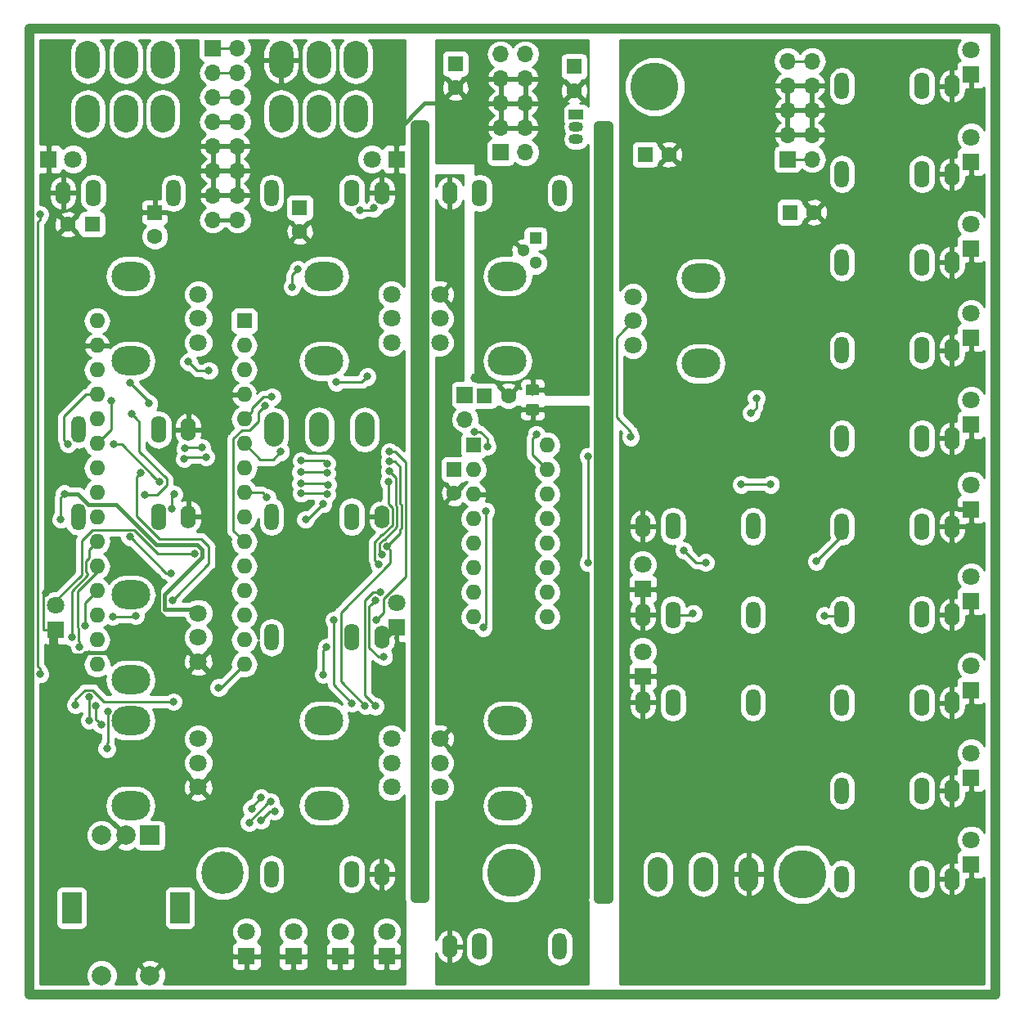
<source format=gbr>
%TF.GenerationSoftware,KiCad,Pcbnew,(5.0.2)-1*%
%TF.CreationDate,2019-02-27T22:14:54+01:00*%
%TF.ProjectId,Kicad-EffectsUnit1,4b696361-642d-4456-9666-65637473556e,Rev A*%
%TF.SameCoordinates,Original*%
%TF.FileFunction,Copper,L1,Top*%
%TF.FilePolarity,Positive*%
%FSLAX46Y46*%
G04 Gerber Fmt 4.6, Leading zero omitted, Abs format (unit mm)*
G04 Created by KiCad (PCBNEW (5.0.2)-1) date 27/02/2019 22:14:54*
%MOMM*%
%LPD*%
G01*
G04 APERTURE LIST*
%ADD10C,1.000000*%
%ADD11O,1.600000X2.800000*%
%ADD12O,1.600000X2.400000*%
%ADD13O,1.500000X2.800000*%
%ADD14O,4.000000X3.000000*%
%ADD15C,1.800000*%
%ADD16O,2.032000X3.556000*%
%ADD17R,1.600000X1.600000*%
%ADD18O,1.600000X1.600000*%
%ADD19C,1.600000*%
%ADD20R,1.800000X1.800000*%
%ADD21C,0.800000*%
%ADD22C,5.000000*%
%ADD23C,4.400000*%
%ADD24C,0.700000*%
%ADD25R,1.700000X1.700000*%
%ADD26O,1.700000X1.700000*%
%ADD27O,2.500000X3.900000*%
%ADD28O,1.500000X1.050000*%
%ADD29R,1.500000X1.050000*%
%ADD30C,0.150000*%
%ADD31C,1.150000*%
%ADD32C,2.000000*%
%ADD33R,2.000000X3.200000*%
%ADD34R,2.000000X2.000000*%
%ADD35C,1.300000*%
%ADD36R,1.300000X1.300000*%
%ADD37C,1.000000*%
%ADD38C,0.250000*%
%ADD39C,0.400000*%
%ADD40C,0.254000*%
G04 APERTURE END LIST*
D10*
X159950000Y-60100000D02*
X159950000Y-140100000D01*
X158950000Y-140100000D02*
X158950000Y-60100000D01*
X158950000Y-60100000D02*
X159950000Y-60100000D01*
X158950000Y-140100000D02*
X159950000Y-140100000D01*
X139950000Y-140000000D02*
X140950000Y-140000000D01*
X139950000Y-60000000D02*
X140950000Y-60000000D01*
X139950000Y-140000000D02*
X139950000Y-60000000D01*
X140950000Y-60000000D02*
X140950000Y-140000000D01*
X200000000Y-50000000D02*
X100000000Y-50000000D01*
X200000000Y-150000000D02*
X200000000Y-50000000D01*
X100000000Y-150000000D02*
X200000000Y-150000000D01*
X100000000Y-50000000D02*
X100000000Y-150000000D01*
D11*
X133380000Y-100500000D03*
D12*
X136480000Y-100500000D03*
D13*
X125080000Y-100500000D03*
D11*
X106620000Y-67000000D03*
D12*
X103520000Y-67000000D03*
D13*
X114920000Y-67000000D03*
D11*
X133380000Y-113000000D03*
D12*
X136480000Y-113000000D03*
D13*
X125080000Y-113000000D03*
D11*
X133380000Y-137500000D03*
D12*
X136480000Y-137500000D03*
D13*
X125080000Y-137500000D03*
D11*
X113380000Y-100500000D03*
D12*
X116480000Y-100500000D03*
D13*
X105080000Y-100500000D03*
D11*
X113380000Y-91500000D03*
D12*
X116480000Y-91500000D03*
D13*
X105080000Y-91500000D03*
D11*
X133380000Y-67000000D03*
D12*
X136480000Y-67000000D03*
D13*
X125080000Y-67000000D03*
D11*
X146620000Y-145000000D03*
D12*
X143520000Y-145000000D03*
D13*
X154920000Y-145000000D03*
D11*
X146620000Y-67000000D03*
D12*
X143520000Y-67000000D03*
D13*
X154920000Y-67000000D03*
D14*
X110500000Y-75600000D03*
X110500000Y-84400000D03*
D15*
X117500000Y-77500000D03*
X117500000Y-80000000D03*
X117500000Y-82500000D03*
D14*
X149500000Y-130400000D03*
X149500000Y-121600000D03*
D15*
X142500000Y-128500000D03*
X142500000Y-126000000D03*
X142500000Y-123500000D03*
D14*
X130500000Y-75600000D03*
X130500000Y-84400000D03*
D15*
X137500000Y-77500000D03*
X137500000Y-80000000D03*
X137500000Y-82500000D03*
D14*
X130500000Y-121600000D03*
X130500000Y-130400000D03*
D15*
X137500000Y-123500000D03*
X137500000Y-126000000D03*
X137500000Y-128500000D03*
D14*
X110500000Y-121600000D03*
X110500000Y-130400000D03*
D15*
X117500000Y-123500000D03*
X117500000Y-126000000D03*
X117500000Y-128500000D03*
D14*
X110500000Y-108600000D03*
X110500000Y-117400000D03*
D15*
X117500000Y-110500000D03*
X117500000Y-113000000D03*
X117500000Y-115500000D03*
D16*
X134700000Y-91500000D03*
X130000000Y-91500000D03*
X125300000Y-91500000D03*
D17*
X122250000Y-80250000D03*
D18*
X107010000Y-113270000D03*
X122250000Y-82790000D03*
X107010000Y-110730000D03*
X122250000Y-85330000D03*
X107010000Y-108190000D03*
X122250000Y-87870000D03*
X107010000Y-105650000D03*
X122250000Y-90410000D03*
X107010000Y-103110000D03*
X122250000Y-92950000D03*
X107010000Y-100570000D03*
X122250000Y-95490000D03*
X107010000Y-98030000D03*
X122250000Y-98030000D03*
X107010000Y-95490000D03*
X122250000Y-100570000D03*
X107010000Y-92950000D03*
X122250000Y-103110000D03*
X107010000Y-90410000D03*
X122250000Y-105650000D03*
X107010000Y-87870000D03*
X122250000Y-108190000D03*
X107010000Y-85330000D03*
X122250000Y-110730000D03*
X107010000Y-82790000D03*
X122250000Y-113270000D03*
X107010000Y-80250000D03*
X122250000Y-115810000D03*
X107010000Y-115810000D03*
D19*
X104000000Y-70250000D03*
D17*
X106500000Y-70250000D03*
D19*
X128000000Y-71000000D03*
D17*
X128000000Y-68500000D03*
X113000000Y-69000000D03*
D19*
X113000000Y-71500000D03*
D20*
X122500000Y-146000000D03*
D15*
X122500000Y-143460000D03*
X127333333Y-143460000D03*
D20*
X127333333Y-146000000D03*
D15*
X132166666Y-143460000D03*
D20*
X132166666Y-146000000D03*
X137000000Y-146000000D03*
D15*
X137000000Y-143460000D03*
D20*
X102000000Y-63500000D03*
D15*
X104540000Y-63500000D03*
D20*
X138000000Y-112000000D03*
D15*
X138000000Y-109460000D03*
D20*
X138000000Y-63500000D03*
D15*
X135460000Y-63500000D03*
X102700000Y-109710000D03*
D20*
X102700000Y-112250000D03*
D21*
X166075825Y-57325825D03*
X164750000Y-57875000D03*
X163424175Y-57325825D03*
X162875000Y-56000000D03*
X163424175Y-54674175D03*
X164750000Y-54125000D03*
X166075825Y-54674175D03*
X166625000Y-56000000D03*
D22*
X164750000Y-56000000D03*
X180000000Y-137500000D03*
D21*
X181875000Y-137500000D03*
X181325825Y-136174175D03*
X180000000Y-135625000D03*
X178674175Y-136174175D03*
X178125000Y-137500000D03*
X178674175Y-138825825D03*
X180000000Y-139375000D03*
X181325825Y-138825825D03*
D22*
X149900000Y-137400000D03*
D21*
X151775000Y-137400000D03*
X151225825Y-138725825D03*
X149900000Y-139275000D03*
X148574175Y-138725825D03*
X148025000Y-137400000D03*
X148574175Y-136074175D03*
X149900000Y-135525000D03*
X151225825Y-136074175D03*
D23*
X120000000Y-137400000D03*
D24*
X121650000Y-137400000D03*
X121166726Y-138566726D03*
X120000000Y-139050000D03*
X118833274Y-138566726D03*
X118350000Y-137400000D03*
X118833274Y-136233274D03*
X120000000Y-135750000D03*
X121166726Y-136233274D03*
D25*
X119000000Y-52000000D03*
D26*
X121540000Y-52000000D03*
X119000000Y-54540000D03*
X121540000Y-54540000D03*
X119000000Y-57080000D03*
X121540000Y-57080000D03*
X119000000Y-59620000D03*
X121540000Y-59620000D03*
X119000000Y-62160000D03*
X121540000Y-62160000D03*
X119000000Y-64700000D03*
X121540000Y-64700000D03*
X119000000Y-67240000D03*
X121540000Y-67240000D03*
X119000000Y-69780000D03*
X121540000Y-69780000D03*
D27*
X130000000Y-53206000D03*
X133810000Y-53206000D03*
X126062000Y-53206000D03*
X133810000Y-58794000D03*
X126062000Y-58794000D03*
X130000000Y-58794000D03*
D19*
X144100000Y-56100000D03*
D17*
X144100000Y-53600000D03*
X147100000Y-88000000D03*
D19*
X149600000Y-88000000D03*
X156400000Y-56400000D03*
D17*
X156400000Y-53900000D03*
X144000000Y-95600000D03*
D19*
X144000000Y-98100000D03*
D25*
X148800000Y-62800000D03*
D26*
X151340000Y-62800000D03*
X148800000Y-60260000D03*
X151340000Y-60260000D03*
X148800000Y-57720000D03*
X151340000Y-57720000D03*
X148800000Y-55180000D03*
X151340000Y-55180000D03*
X148800000Y-52640000D03*
X151340000Y-52640000D03*
D28*
X156600000Y-60170000D03*
X156600000Y-61440000D03*
D29*
X156600000Y-58900000D03*
D30*
G36*
X152574505Y-86801204D02*
X152598773Y-86804804D01*
X152622572Y-86810765D01*
X152645671Y-86819030D01*
X152667850Y-86829520D01*
X152688893Y-86842132D01*
X152708599Y-86856747D01*
X152726777Y-86873223D01*
X152743253Y-86891401D01*
X152757868Y-86911107D01*
X152770480Y-86932150D01*
X152780970Y-86954329D01*
X152789235Y-86977428D01*
X152795196Y-87001227D01*
X152798796Y-87025495D01*
X152800000Y-87049999D01*
X152800000Y-87700001D01*
X152798796Y-87724505D01*
X152795196Y-87748773D01*
X152789235Y-87772572D01*
X152780970Y-87795671D01*
X152770480Y-87817850D01*
X152757868Y-87838893D01*
X152743253Y-87858599D01*
X152726777Y-87876777D01*
X152708599Y-87893253D01*
X152688893Y-87907868D01*
X152667850Y-87920480D01*
X152645671Y-87930970D01*
X152622572Y-87939235D01*
X152598773Y-87945196D01*
X152574505Y-87948796D01*
X152550001Y-87950000D01*
X151649999Y-87950000D01*
X151625495Y-87948796D01*
X151601227Y-87945196D01*
X151577428Y-87939235D01*
X151554329Y-87930970D01*
X151532150Y-87920480D01*
X151511107Y-87907868D01*
X151491401Y-87893253D01*
X151473223Y-87876777D01*
X151456747Y-87858599D01*
X151442132Y-87838893D01*
X151429520Y-87817850D01*
X151419030Y-87795671D01*
X151410765Y-87772572D01*
X151404804Y-87748773D01*
X151401204Y-87724505D01*
X151400000Y-87700001D01*
X151400000Y-87049999D01*
X151401204Y-87025495D01*
X151404804Y-87001227D01*
X151410765Y-86977428D01*
X151419030Y-86954329D01*
X151429520Y-86932150D01*
X151442132Y-86911107D01*
X151456747Y-86891401D01*
X151473223Y-86873223D01*
X151491401Y-86856747D01*
X151511107Y-86842132D01*
X151532150Y-86829520D01*
X151554329Y-86819030D01*
X151577428Y-86810765D01*
X151601227Y-86804804D01*
X151625495Y-86801204D01*
X151649999Y-86800000D01*
X152550001Y-86800000D01*
X152574505Y-86801204D01*
X152574505Y-86801204D01*
G37*
D31*
X152100000Y-87375000D03*
D30*
G36*
X152574505Y-88851204D02*
X152598773Y-88854804D01*
X152622572Y-88860765D01*
X152645671Y-88869030D01*
X152667850Y-88879520D01*
X152688893Y-88892132D01*
X152708599Y-88906747D01*
X152726777Y-88923223D01*
X152743253Y-88941401D01*
X152757868Y-88961107D01*
X152770480Y-88982150D01*
X152780970Y-89004329D01*
X152789235Y-89027428D01*
X152795196Y-89051227D01*
X152798796Y-89075495D01*
X152800000Y-89099999D01*
X152800000Y-89750001D01*
X152798796Y-89774505D01*
X152795196Y-89798773D01*
X152789235Y-89822572D01*
X152780970Y-89845671D01*
X152770480Y-89867850D01*
X152757868Y-89888893D01*
X152743253Y-89908599D01*
X152726777Y-89926777D01*
X152708599Y-89943253D01*
X152688893Y-89957868D01*
X152667850Y-89970480D01*
X152645671Y-89980970D01*
X152622572Y-89989235D01*
X152598773Y-89995196D01*
X152574505Y-89998796D01*
X152550001Y-90000000D01*
X151649999Y-90000000D01*
X151625495Y-89998796D01*
X151601227Y-89995196D01*
X151577428Y-89989235D01*
X151554329Y-89980970D01*
X151532150Y-89970480D01*
X151511107Y-89957868D01*
X151491401Y-89943253D01*
X151473223Y-89926777D01*
X151456747Y-89908599D01*
X151442132Y-89888893D01*
X151429520Y-89867850D01*
X151419030Y-89845671D01*
X151410765Y-89822572D01*
X151404804Y-89798773D01*
X151401204Y-89774505D01*
X151400000Y-89750001D01*
X151400000Y-89099999D01*
X151401204Y-89075495D01*
X151404804Y-89051227D01*
X151410765Y-89027428D01*
X151419030Y-89004329D01*
X151429520Y-88982150D01*
X151442132Y-88961107D01*
X151456747Y-88941401D01*
X151473223Y-88923223D01*
X151491401Y-88906747D01*
X151511107Y-88892132D01*
X151532150Y-88879520D01*
X151554329Y-88869030D01*
X151577428Y-88860765D01*
X151601227Y-88854804D01*
X151625495Y-88851204D01*
X151649999Y-88850000D01*
X152550001Y-88850000D01*
X152574505Y-88851204D01*
X152574505Y-88851204D01*
G37*
D31*
X152100000Y-89425000D03*
D17*
X146000000Y-93100000D03*
D18*
X153620000Y-110880000D03*
X146000000Y-95640000D03*
X153620000Y-108340000D03*
X146000000Y-98180000D03*
X153620000Y-105800000D03*
X146000000Y-100720000D03*
X153620000Y-103260000D03*
X146000000Y-103260000D03*
X153620000Y-100720000D03*
X146000000Y-105800000D03*
X153620000Y-98180000D03*
X146000000Y-108340000D03*
X153620000Y-95640000D03*
X146000000Y-110880000D03*
X153620000Y-93100000D03*
D32*
X107500000Y-148000000D03*
X112500000Y-148000000D03*
D33*
X104400000Y-141000000D03*
X115600000Y-141000000D03*
D32*
X107500000Y-133500000D03*
X110000000Y-133500000D03*
D34*
X112500000Y-133500000D03*
D27*
X110000000Y-53206000D03*
X113810000Y-53206000D03*
X106062000Y-53206000D03*
X113810000Y-58794000D03*
X106062000Y-58794000D03*
X110000000Y-58794000D03*
D19*
X181250000Y-69000000D03*
D17*
X178750000Y-69000000D03*
D15*
X142500000Y-77500000D03*
X142500000Y-80000000D03*
X142500000Y-82500000D03*
D14*
X149500000Y-75600000D03*
X149500000Y-84400000D03*
D25*
X145100000Y-87900000D03*
D26*
X145100000Y-90440000D03*
D35*
X151130000Y-72970000D03*
X152400000Y-74240000D03*
D36*
X152400000Y-71700000D03*
D17*
X163750000Y-63000000D03*
D19*
X166250000Y-63000000D03*
D15*
X163500000Y-105460000D03*
D20*
X163500000Y-108000000D03*
D15*
X197500000Y-52210000D03*
D20*
X197500000Y-54750000D03*
D15*
X197500000Y-61210000D03*
D20*
X197500000Y-63750000D03*
X197500000Y-72750000D03*
D15*
X197500000Y-70210000D03*
D20*
X197500000Y-82000000D03*
D15*
X197500000Y-79460000D03*
D20*
X197500000Y-91000000D03*
D15*
X197500000Y-88460000D03*
D20*
X197500000Y-99750000D03*
D15*
X197500000Y-97210000D03*
X197500000Y-106710000D03*
D20*
X197500000Y-109250000D03*
X197500000Y-118500000D03*
D15*
X197500000Y-115960000D03*
D20*
X197500000Y-127500000D03*
D15*
X197500000Y-124960000D03*
X197500000Y-133960000D03*
D20*
X197500000Y-136500000D03*
D15*
X163500000Y-114460000D03*
D20*
X163500000Y-117000000D03*
D13*
X174920000Y-101500000D03*
D12*
X163520000Y-101500000D03*
D11*
X166620000Y-101500000D03*
X166620000Y-110652145D03*
D12*
X163520000Y-110652145D03*
D13*
X174920000Y-110652145D03*
D11*
X192422517Y-55923865D03*
D12*
X195522517Y-55923865D03*
D13*
X184122517Y-55923865D03*
X184122517Y-65043435D03*
D12*
X195522517Y-65043435D03*
D11*
X192422517Y-65043435D03*
D13*
X184122517Y-74163005D03*
D12*
X195522517Y-74163005D03*
D11*
X192422517Y-74163005D03*
D13*
X184122517Y-83282575D03*
D12*
X195522517Y-83282575D03*
D11*
X192422517Y-83282575D03*
D13*
X184122517Y-92402145D03*
D12*
X195522517Y-92402145D03*
D11*
X192422517Y-92402145D03*
X192422517Y-101521715D03*
D12*
X195522517Y-101521715D03*
D13*
X184122517Y-101521715D03*
D11*
X192422517Y-110641285D03*
D12*
X195522517Y-110641285D03*
D13*
X184122517Y-110641285D03*
X184122517Y-119760855D03*
D12*
X195522517Y-119760855D03*
D11*
X192422517Y-119760855D03*
X192422517Y-128880425D03*
D12*
X195522517Y-128880425D03*
D13*
X184122517Y-128880425D03*
X184122517Y-137999995D03*
D12*
X195522517Y-137999995D03*
D11*
X192422517Y-137999995D03*
X166620000Y-119750000D03*
D12*
X163520000Y-119750000D03*
D13*
X174920000Y-119750000D03*
D15*
X162500000Y-77750000D03*
X162500000Y-80250000D03*
X162500000Y-82750000D03*
D14*
X169500000Y-75850000D03*
X169500000Y-84650000D03*
D16*
X165050000Y-137500000D03*
X169750000Y-137500000D03*
X174450000Y-137500000D03*
D25*
X178500000Y-63500000D03*
D26*
X181040000Y-63500000D03*
X178500000Y-60960000D03*
X181040000Y-60960000D03*
X178500000Y-58420000D03*
X181040000Y-58420000D03*
X178500000Y-55880000D03*
X181040000Y-55880000D03*
X178500000Y-53340000D03*
X181040000Y-53340000D03*
D21*
X108038560Y-124517655D03*
X108125503Y-120653258D03*
X105804222Y-111798424D03*
D37*
X111275000Y-105750000D03*
X127000000Y-103200000D03*
X103000000Y-96000000D03*
D21*
X101725000Y-108400000D03*
D37*
X125400000Y-118600000D03*
X114900000Y-111900000D03*
X119300000Y-87800000D03*
X146200000Y-86100000D03*
D21*
X106922176Y-120077824D03*
X107450818Y-122025499D03*
X105200000Y-113999992D03*
X137275000Y-93786186D03*
X135925000Y-111200000D03*
X131529990Y-111200000D03*
X133400000Y-119800000D03*
X125000000Y-130000000D03*
X122762513Y-132179695D03*
X125125000Y-88100000D03*
X128149976Y-94726965D03*
X130799998Y-95000000D03*
X106197176Y-121600000D03*
X106197176Y-119200000D03*
X104400000Y-113000000D03*
X137275000Y-94786189D03*
X137000001Y-103599999D03*
X124000000Y-131925000D03*
X134772774Y-120072746D03*
X125399986Y-131000000D03*
X126036661Y-93792275D03*
X128100000Y-95900000D03*
X130799998Y-96000003D03*
X137275000Y-95786192D03*
X136482858Y-104455916D03*
X136325010Y-108310838D03*
X135839035Y-120113701D03*
X128100004Y-97100000D03*
X130900969Y-97190020D03*
X137189828Y-96896683D03*
X136175640Y-105407568D03*
X136700012Y-115000000D03*
X135800000Y-109200000D03*
X128149976Y-98098752D03*
X130804261Y-98185344D03*
X124599998Y-98500000D03*
X104007916Y-92970472D03*
X103279964Y-100800000D03*
X103623988Y-98123988D03*
X118600000Y-85400000D03*
X116487347Y-84487347D03*
X108514060Y-88488755D03*
X112400000Y-88800004D03*
X110400037Y-86607116D03*
X101100000Y-116800000D03*
X104796871Y-120003129D03*
X114925000Y-119658161D03*
X101100012Y-69200000D03*
X119600000Y-118200000D03*
X123028232Y-130726555D03*
X124000000Y-129600000D03*
X117100000Y-104300000D03*
X134250012Y-68750000D03*
X135700017Y-68562607D03*
X130426168Y-116834137D03*
X130775000Y-114000000D03*
X111925010Y-98279999D03*
X110600000Y-89899999D03*
X135000000Y-86000000D03*
X131800000Y-86600000D03*
D37*
X151750000Y-129000000D03*
X155750000Y-132250000D03*
X153750000Y-139000000D03*
X156750000Y-104250000D03*
X148700000Y-117300000D03*
X143278640Y-105264080D03*
D21*
X157849990Y-105292845D03*
X157850000Y-94250000D03*
X152500000Y-92000000D03*
X147400002Y-93250000D03*
X147250000Y-99920000D03*
X147000000Y-112000000D03*
X146100000Y-91699966D03*
X108646871Y-110853129D03*
X111000000Y-110750000D03*
X130399994Y-99200000D03*
X128600000Y-100800000D03*
X182322507Y-110750000D03*
X127200000Y-76700000D03*
X127800000Y-74900000D03*
X124400000Y-89000000D03*
X111538086Y-95976914D03*
X114800000Y-109200000D03*
X110400000Y-102600000D03*
X114633800Y-106337673D03*
X117854221Y-93354221D03*
X116100000Y-93439395D03*
X108750000Y-93000000D03*
X113502426Y-96915948D03*
X118300000Y-94345000D03*
X116032357Y-94532357D03*
X115000000Y-98200010D03*
X114757511Y-99650012D03*
X178749678Y-95749678D03*
X173000000Y-88000000D03*
X163000000Y-68000000D03*
X171000000Y-68000000D03*
X168725000Y-110500000D03*
X162262653Y-92262653D03*
X167750000Y-104000000D03*
X170000000Y-105250000D03*
X176750000Y-97174957D03*
X173695084Y-97169764D03*
X175265153Y-88234847D03*
X174739847Y-89760153D03*
X181467896Y-105129611D03*
D38*
X108176650Y-123813880D02*
X108176650Y-121678328D01*
X108038560Y-123951970D02*
X108176650Y-123813880D01*
X108176650Y-121678328D02*
X108125503Y-121627181D01*
X108125503Y-121627181D02*
X108125503Y-121218943D01*
X108125503Y-121218943D02*
X108125503Y-120653258D01*
X108038560Y-124517655D02*
X108038560Y-123951970D01*
X105804222Y-111232739D02*
X105804222Y-111798424D01*
X105804222Y-109395778D02*
X105804222Y-111232739D01*
X107010000Y-108190000D02*
X105804222Y-109395778D01*
D39*
X119000000Y-67240000D02*
X121540000Y-67240000D01*
X119000000Y-64700000D02*
X121540000Y-64700000D01*
X119000000Y-62160000D02*
X121540000Y-62160000D01*
X121540000Y-67240000D02*
X121540000Y-62160000D01*
X116600001Y-114600001D02*
X117500000Y-115500000D01*
X105783993Y-114600001D02*
X116600001Y-114600001D01*
X105584001Y-114799993D02*
X105783993Y-114600001D01*
X103499993Y-114799993D02*
X105584001Y-114799993D01*
X102250000Y-113550000D02*
X103499993Y-114799993D01*
X102250000Y-112250000D02*
X102250000Y-113550000D01*
D38*
X101474999Y-108650001D02*
X101725000Y-108400000D01*
X101474999Y-112174999D02*
X101474999Y-108650001D01*
X102700000Y-112250000D02*
X101550000Y-112250000D01*
X101550000Y-112250000D02*
X101474999Y-112174999D01*
D39*
X137000000Y-113000000D02*
X138000000Y-112000000D01*
X136480000Y-113000000D02*
X137000000Y-113000000D01*
X114400001Y-111400001D02*
X114900000Y-111900000D01*
X113386989Y-110386989D02*
X114400001Y-111400001D01*
X113386989Y-107861989D02*
X113386989Y-110386989D01*
X111275000Y-105750000D02*
X113386989Y-107861989D01*
X147597919Y-57720000D02*
X148800000Y-57720000D01*
X140957194Y-57720000D02*
X147597919Y-57720000D01*
X138000000Y-60677194D02*
X140957194Y-57720000D01*
X138000000Y-63500000D02*
X138000000Y-60677194D01*
D38*
X106922176Y-120077824D02*
X106922176Y-121496857D01*
X107050819Y-121625500D02*
X107450818Y-122025499D01*
X106922176Y-121496857D02*
X107050819Y-121625500D01*
X105000000Y-111926996D02*
X105125002Y-112051998D01*
X107010000Y-105650000D02*
X107010000Y-106222822D01*
X105000000Y-108232822D02*
X105000000Y-111926996D01*
X105125002Y-113359309D02*
X105200000Y-113434307D01*
X105125002Y-112051998D02*
X105125002Y-113359309D01*
X105200000Y-113434307D02*
X105200000Y-113999992D01*
X107010000Y-106222822D02*
X105000000Y-108232822D01*
X137840685Y-93786186D02*
X138955042Y-94900543D01*
X137275000Y-93786186D02*
X137840685Y-93786186D01*
X138955042Y-94900543D02*
X138955042Y-106753808D01*
X138955042Y-106753808D02*
X136673011Y-109035839D01*
X136673011Y-109035839D02*
X136673011Y-110451989D01*
X136673011Y-110451989D02*
X135925000Y-111200000D01*
X131529990Y-111200000D02*
X131529990Y-117929990D01*
X131529990Y-117929990D02*
X133400000Y-119800000D01*
X122762513Y-132089485D02*
X122762513Y-132179695D01*
X124800000Y-130200000D02*
X124651998Y-130200000D01*
X124651998Y-130200000D02*
X122762513Y-132089485D01*
X124226998Y-88100000D02*
X125125000Y-88100000D01*
X123049999Y-89276999D02*
X124226998Y-88100000D01*
X122250000Y-90410000D02*
X123049999Y-89610001D01*
X123049999Y-89610001D02*
X123049999Y-89276999D01*
X128149976Y-94726965D02*
X130526963Y-94726965D01*
X130526963Y-94726965D02*
X130799998Y-95000000D01*
X106197176Y-121600000D02*
X106197176Y-119200000D01*
X106210001Y-103909999D02*
X106210001Y-104784997D01*
X107010000Y-103110000D02*
X106210001Y-103909999D01*
X104400000Y-108196411D02*
X104400000Y-112434315D01*
X105884999Y-105109999D02*
X105884999Y-106190001D01*
X104400000Y-112434315D02*
X104400000Y-113000000D01*
X106050011Y-106546400D02*
X104400000Y-108196411D01*
X106210001Y-104784997D02*
X105884999Y-105109999D01*
X106050011Y-106355013D02*
X106050011Y-106546400D01*
X105884999Y-106190001D02*
X106050011Y-106355013D01*
X137400000Y-103999998D02*
X137000001Y-103599999D01*
X137400000Y-105256210D02*
X137400000Y-103999998D01*
X132254990Y-110401220D02*
X137400000Y-105256210D01*
X132254990Y-117554962D02*
X132254990Y-110401220D01*
X134772774Y-120072746D02*
X132254990Y-117554962D01*
X137400000Y-103200000D02*
X137000001Y-103599999D01*
X138400000Y-101843826D02*
X138400000Y-102200000D01*
X138505032Y-101738794D02*
X138400000Y-101843826D01*
X138505032Y-99261206D02*
X138505032Y-101738794D01*
X138400000Y-102200000D02*
X137400000Y-103200000D01*
X138400000Y-95345504D02*
X138399999Y-99156173D01*
X137840685Y-94786189D02*
X138400000Y-95345504D01*
X138399999Y-99156173D02*
X138505032Y-99261206D01*
X137275000Y-94786189D02*
X137840685Y-94786189D01*
X124000000Y-131925000D02*
X124925000Y-131000000D01*
X124925000Y-131000000D02*
X125399986Y-131000000D01*
X122250000Y-92950000D02*
X123899989Y-94599989D01*
X123899989Y-94599989D02*
X125228947Y-94599989D01*
X125228947Y-94599989D02*
X126036661Y-93792275D01*
X128100000Y-95900000D02*
X130699995Y-95900000D01*
X130699995Y-95900000D02*
X130799998Y-96000003D01*
X134749990Y-119024656D02*
X135839035Y-120113701D01*
X134749990Y-109177008D02*
X134749990Y-119024656D01*
X136325010Y-108310838D02*
X135616160Y-108310838D01*
X135616160Y-108310838D02*
X134749990Y-109177008D01*
X138055021Y-101552394D02*
X136732417Y-102874998D01*
X137275000Y-95786192D02*
X137949989Y-96461181D01*
X137949989Y-96461181D02*
X137949989Y-99342574D01*
X137949989Y-99342574D02*
X138055021Y-99447606D01*
X136274998Y-103251998D02*
X136274998Y-104248056D01*
X136274998Y-104248056D02*
X136482858Y-104455916D01*
X136732417Y-102874998D02*
X136651998Y-102874998D01*
X136651998Y-102874998D02*
X136274998Y-103251998D01*
X138055021Y-99447606D02*
X138055021Y-101552394D01*
X128100004Y-97100000D02*
X130810949Y-97100000D01*
X130810949Y-97100000D02*
X130900969Y-97190020D01*
X136700012Y-115000000D02*
X136134327Y-115000000D01*
X135200000Y-114065673D02*
X135200000Y-109800000D01*
X135200000Y-109800000D02*
X135400001Y-109599999D01*
X135400001Y-109599999D02*
X135800000Y-109200000D01*
X136134327Y-115000000D02*
X135200000Y-114065673D01*
X136546017Y-102424987D02*
X136465598Y-102424987D01*
X137189828Y-96896683D02*
X137189828Y-99218824D01*
X135775641Y-105007569D02*
X136175640Y-105407568D01*
X137605010Y-101365994D02*
X136546017Y-102424987D01*
X135757856Y-104989784D02*
X135775641Y-105007569D01*
X137605010Y-99634006D02*
X137605010Y-101365994D01*
X136465598Y-102424987D02*
X135757856Y-103132729D01*
X137189828Y-99218824D02*
X137605010Y-99634006D01*
X135757856Y-103132729D02*
X135757856Y-104989784D01*
X128149976Y-98098752D02*
X130717669Y-98098752D01*
X130717669Y-98098752D02*
X130804261Y-98185344D01*
X124129998Y-98030000D02*
X124199999Y-98100001D01*
X122250000Y-98030000D02*
X124129998Y-98030000D01*
X124199999Y-98100001D02*
X124599998Y-98500000D01*
X107010000Y-87870000D02*
X105878630Y-87870000D01*
X103607917Y-92570473D02*
X104007916Y-92970472D01*
X103607917Y-90140713D02*
X103607917Y-92570473D01*
X105878630Y-87870000D02*
X103607917Y-90140713D01*
X103279964Y-100800000D02*
X103279964Y-98468012D01*
X103279964Y-98468012D02*
X103623988Y-98123988D01*
D39*
X106086360Y-99230001D02*
X104980347Y-98123988D01*
X108972477Y-99230001D02*
X106086360Y-99230001D01*
X117384002Y-103400000D02*
X113142476Y-103400000D01*
X117100000Y-110100000D02*
X113986999Y-110100000D01*
X104980347Y-98123988D02*
X104189673Y-98123988D01*
X117500000Y-110500000D02*
X117100000Y-110100000D01*
X113986999Y-110100000D02*
X113986999Y-108597003D01*
X104189673Y-98123988D02*
X103623988Y-98123988D01*
X113142476Y-103400000D02*
X108972477Y-99230001D01*
X113986999Y-108597003D02*
X117900001Y-104684001D01*
X117900001Y-104684001D02*
X117900001Y-103915999D01*
X117900001Y-103915999D02*
X117384002Y-103400000D01*
D38*
X118600000Y-85400000D02*
X117400000Y-85400000D01*
X117400000Y-85400000D02*
X116487347Y-84487347D01*
X108514060Y-91445940D02*
X107010000Y-92950000D01*
X108514060Y-88488755D02*
X108514060Y-91445940D01*
X112400000Y-88607079D02*
X112400000Y-88800004D01*
X110400037Y-86607116D02*
X112400000Y-88607079D01*
X119000000Y-52000000D02*
X121540000Y-52000000D01*
X119000000Y-54540000D02*
X121540000Y-54540000D01*
D39*
X119000000Y-59620000D02*
X121540000Y-59620000D01*
X119000000Y-69780000D02*
X121540000Y-69780000D01*
D38*
X107728339Y-119658161D02*
X114925000Y-119658161D01*
X106545177Y-118474999D02*
X107728339Y-119658161D01*
X105759316Y-118474999D02*
X106545177Y-118474999D01*
X104796871Y-120003129D02*
X104796871Y-119437444D01*
X104796871Y-119437444D02*
X105759316Y-118474999D01*
X100900001Y-116034316D02*
X100900001Y-69965696D01*
X100900001Y-69965696D02*
X101100012Y-69765685D01*
X101100012Y-69765685D02*
X101100012Y-69200000D01*
X101100000Y-116234315D02*
X100900001Y-116034316D01*
X101100000Y-116800000D02*
X101100000Y-116234315D01*
X122250000Y-115810000D02*
X119860000Y-118200000D01*
X119860000Y-118200000D02*
X119600000Y-118200000D01*
X123028232Y-130571768D02*
X123028232Y-130726555D01*
X124000000Y-129600000D02*
X123028232Y-130571768D01*
X102250000Y-109710000D02*
X105434988Y-106525012D01*
X113300000Y-104300000D02*
X116534315Y-104300000D01*
X116534315Y-104300000D02*
X117100000Y-104300000D01*
X110874999Y-101874999D02*
X113300000Y-104300000D01*
X106579999Y-101874999D02*
X110874999Y-101874999D01*
X105434988Y-103020010D02*
X106579999Y-101874999D01*
X105434988Y-106525012D02*
X105434988Y-103020010D01*
X119000000Y-57080000D02*
X121540000Y-57080000D01*
X135512624Y-68750000D02*
X135700017Y-68562607D01*
X134250012Y-68750000D02*
X135512624Y-68750000D01*
X130426168Y-116834137D02*
X130426168Y-114348832D01*
X130426168Y-114348832D02*
X130775000Y-114000000D01*
X114227427Y-97263949D02*
X113211377Y-98279999D01*
X111400000Y-90800000D02*
X111400000Y-93740520D01*
X111400000Y-93740520D02*
X114227427Y-96567947D01*
X114227427Y-96567947D02*
X114227427Y-97263949D01*
X112490695Y-98279999D02*
X111925010Y-98279999D01*
X113211377Y-98279999D02*
X112490695Y-98279999D01*
X111400000Y-90699999D02*
X110999999Y-90299998D01*
X110999999Y-90299998D02*
X110600000Y-89899999D01*
X111400000Y-90800000D02*
X111400000Y-90699999D01*
X135000000Y-86000000D02*
X134400000Y-86600000D01*
X134400000Y-86600000D02*
X131800000Y-86600000D01*
X157849990Y-105292845D02*
X157849990Y-94250010D01*
X157849990Y-94250010D02*
X157850000Y-94250000D01*
X152820001Y-94840001D02*
X153620000Y-95640000D01*
X152100001Y-94120001D02*
X152820001Y-94840001D01*
X152100001Y-92399999D02*
X152100001Y-94120001D01*
X152500000Y-92000000D02*
X152100001Y-92399999D01*
X147250000Y-99920000D02*
X147250000Y-111750000D01*
X147250000Y-111750000D02*
X147000000Y-112000000D01*
X147400002Y-93250000D02*
X147400002Y-92434283D01*
X147400002Y-92434283D02*
X146665685Y-91699966D01*
X146665685Y-91699966D02*
X146100000Y-91699966D01*
X108646871Y-110853129D02*
X110896871Y-110853129D01*
X110896871Y-110853129D02*
X111000000Y-110750000D01*
X128799994Y-100800000D02*
X128600000Y-100800000D01*
X130399994Y-99200000D02*
X128799994Y-100800000D01*
X184013802Y-110750000D02*
X184122517Y-110641285D01*
X182322507Y-110750000D02*
X184013802Y-110750000D01*
X127200000Y-76700000D02*
X127200000Y-75500000D01*
X127200000Y-75500000D02*
X127800000Y-74900000D01*
X122250000Y-103110000D02*
X121124999Y-101984999D01*
X123700001Y-89699999D02*
X124000001Y-89399999D01*
X122790001Y-91535001D02*
X123700001Y-90625001D01*
X123700001Y-90625001D02*
X123700001Y-89699999D01*
X121999997Y-91535001D02*
X122790001Y-91535001D01*
X124000001Y-89399999D02*
X124400000Y-89000000D01*
X121124999Y-101984999D02*
X121124999Y-92409999D01*
X121124999Y-92409999D02*
X121999997Y-91535001D01*
X111538086Y-95976914D02*
X111138087Y-96376913D01*
X111138087Y-100449091D02*
X113488996Y-102800000D01*
X117800000Y-102800000D02*
X118600000Y-103600000D01*
X113488996Y-102800000D02*
X117800000Y-102800000D01*
X115199999Y-108800001D02*
X114800000Y-109200000D01*
X118600000Y-103600000D02*
X118600000Y-105400000D01*
X118600000Y-105400000D02*
X115199999Y-108800001D01*
X111138087Y-96376913D02*
X111138087Y-100449091D01*
X110400000Y-102600000D02*
X114137673Y-106337673D01*
X114137673Y-106337673D02*
X114633800Y-106337673D01*
X117854221Y-93354221D02*
X116185174Y-93354221D01*
X116185174Y-93354221D02*
X116100000Y-93439395D01*
X109586478Y-93000000D02*
X113102427Y-96515949D01*
X113102427Y-96515949D02*
X113502426Y-96915948D01*
X108750000Y-93000000D02*
X109586478Y-93000000D01*
X116219714Y-94345000D02*
X116032357Y-94532357D01*
X118300000Y-94345000D02*
X116219714Y-94345000D01*
X114757511Y-98442499D02*
X115000000Y-98200010D01*
X114757511Y-99650012D02*
X114757511Y-98442499D01*
X179702081Y-55880000D02*
X181040000Y-55880000D01*
X178500000Y-55880000D02*
X179702081Y-55880000D01*
X179702081Y-58420000D02*
X181040000Y-58420000D01*
X178500000Y-58420000D02*
X179702081Y-58420000D01*
X178500000Y-60960000D02*
X181040000Y-60960000D01*
X178749678Y-95749678D02*
X179149677Y-95349679D01*
X166620000Y-110652145D02*
X168572855Y-110652145D01*
X168572855Y-110652145D02*
X168725000Y-110500000D01*
X161600001Y-81149999D02*
X162500000Y-80250000D01*
X160775010Y-81974990D02*
X161600001Y-81149999D01*
X160775010Y-90209325D02*
X160775010Y-81974990D01*
X162262653Y-92262653D02*
X162262653Y-91696968D01*
X162262653Y-91696968D02*
X160775010Y-90209325D01*
X169434315Y-105250000D02*
X170000000Y-105250000D01*
X169000000Y-105250000D02*
X169434315Y-105250000D01*
X167750000Y-104000000D02*
X169000000Y-105250000D01*
X173700277Y-97174957D02*
X173695084Y-97169764D01*
X176750000Y-97174957D02*
X173700277Y-97174957D01*
X175265153Y-88234847D02*
X175265153Y-89234847D01*
X175265153Y-89234847D02*
X174739847Y-89760153D01*
X184122517Y-102474990D02*
X184122517Y-101521715D01*
X181467896Y-105129611D02*
X184122517Y-102474990D01*
X179837919Y-53340000D02*
X178500000Y-53340000D01*
X181040000Y-53340000D02*
X179837919Y-53340000D01*
X179600000Y-63500000D02*
X181040000Y-63500000D01*
X178500000Y-63500000D02*
X179600000Y-63500000D01*
D40*
G36*
X104702991Y-51146991D02*
X104286369Y-51770511D01*
X104177000Y-52320346D01*
X104177000Y-54091655D01*
X104286370Y-54641490D01*
X104702992Y-55265009D01*
X105326511Y-55681631D01*
X106062000Y-55827929D01*
X106797490Y-55681631D01*
X107421009Y-55265009D01*
X107837631Y-54641490D01*
X107947000Y-54091655D01*
X107947000Y-52320345D01*
X107837631Y-51770510D01*
X107421009Y-51146991D01*
X107403063Y-51135000D01*
X108658937Y-51135000D01*
X108640991Y-51146991D01*
X108224369Y-51770511D01*
X108115000Y-52320346D01*
X108115000Y-54091655D01*
X108224370Y-54641490D01*
X108640992Y-55265009D01*
X109264511Y-55681631D01*
X110000000Y-55827929D01*
X110735490Y-55681631D01*
X111359009Y-55265009D01*
X111775631Y-54641490D01*
X111885000Y-54091655D01*
X111885000Y-52320345D01*
X111775631Y-51770510D01*
X111359009Y-51146991D01*
X111341063Y-51135000D01*
X112468937Y-51135000D01*
X112450991Y-51146991D01*
X112034369Y-51770511D01*
X111925000Y-52320346D01*
X111925000Y-54091655D01*
X112034370Y-54641490D01*
X112450992Y-55265009D01*
X113074511Y-55681631D01*
X113810000Y-55827929D01*
X114545490Y-55681631D01*
X115169009Y-55265009D01*
X115585631Y-54641490D01*
X115695000Y-54091655D01*
X115695000Y-52320345D01*
X115585631Y-51770510D01*
X115169009Y-51146991D01*
X115151063Y-51135000D01*
X117505544Y-51135000D01*
X117502560Y-51150000D01*
X117502560Y-52850000D01*
X117551843Y-53097765D01*
X117692191Y-53307809D01*
X117902235Y-53448157D01*
X117947619Y-53457184D01*
X117929375Y-53469375D01*
X117601161Y-53960582D01*
X117485908Y-54540000D01*
X117601161Y-55119418D01*
X117929375Y-55610625D01*
X118227761Y-55810000D01*
X117929375Y-56009375D01*
X117601161Y-56500582D01*
X117485908Y-57080000D01*
X117601161Y-57659418D01*
X117929375Y-58150625D01*
X118227761Y-58350000D01*
X117929375Y-58549375D01*
X117601161Y-59040582D01*
X117485908Y-59620000D01*
X117601161Y-60199418D01*
X117929375Y-60690625D01*
X118248478Y-60903843D01*
X118118642Y-60964817D01*
X117728355Y-61393076D01*
X117558524Y-61803110D01*
X117679845Y-62033000D01*
X118873000Y-62033000D01*
X118873000Y-62013000D01*
X119127000Y-62013000D01*
X119127000Y-62033000D01*
X121413000Y-62033000D01*
X121413000Y-62013000D01*
X121667000Y-62013000D01*
X121667000Y-62033000D01*
X122860155Y-62033000D01*
X122981476Y-61803110D01*
X122811645Y-61393076D01*
X122421358Y-60964817D01*
X122291522Y-60903843D01*
X122610625Y-60690625D01*
X122938839Y-60199418D01*
X123054092Y-59620000D01*
X122938839Y-59040582D01*
X122610625Y-58549375D01*
X122312239Y-58350000D01*
X122610625Y-58150625D01*
X122772510Y-57908346D01*
X124177000Y-57908346D01*
X124177000Y-59679655D01*
X124286370Y-60229490D01*
X124702992Y-60853009D01*
X125326511Y-61269631D01*
X126062000Y-61415929D01*
X126797490Y-61269631D01*
X127421009Y-60853009D01*
X127837631Y-60229490D01*
X127947000Y-59679655D01*
X127947000Y-57908346D01*
X128115000Y-57908346D01*
X128115000Y-59679655D01*
X128224370Y-60229490D01*
X128640992Y-60853009D01*
X129264511Y-61269631D01*
X130000000Y-61415929D01*
X130735490Y-61269631D01*
X131359009Y-60853009D01*
X131775631Y-60229490D01*
X131885000Y-59679655D01*
X131885000Y-57908346D01*
X131925000Y-57908346D01*
X131925000Y-59679655D01*
X132034370Y-60229490D01*
X132450992Y-60853009D01*
X133074511Y-61269631D01*
X133810000Y-61415929D01*
X134545490Y-61269631D01*
X135169009Y-60853009D01*
X135585631Y-60229490D01*
X135695000Y-59679655D01*
X135695000Y-57908345D01*
X135585631Y-57358510D01*
X135169009Y-56734991D01*
X134545489Y-56318369D01*
X133810000Y-56172071D01*
X133074510Y-56318369D01*
X132450991Y-56734991D01*
X132034369Y-57358511D01*
X131925000Y-57908346D01*
X131885000Y-57908346D01*
X131885000Y-57908345D01*
X131775631Y-57358510D01*
X131359009Y-56734991D01*
X130735489Y-56318369D01*
X130000000Y-56172071D01*
X129264510Y-56318369D01*
X128640991Y-56734991D01*
X128224369Y-57358511D01*
X128115000Y-57908346D01*
X127947000Y-57908346D01*
X127947000Y-57908345D01*
X127837631Y-57358510D01*
X127421009Y-56734991D01*
X126797489Y-56318369D01*
X126062000Y-56172071D01*
X125326510Y-56318369D01*
X124702991Y-56734991D01*
X124286369Y-57358511D01*
X124177000Y-57908346D01*
X122772510Y-57908346D01*
X122938839Y-57659418D01*
X123054092Y-57080000D01*
X122938839Y-56500582D01*
X122610625Y-56009375D01*
X122312239Y-55810000D01*
X122610625Y-55610625D01*
X122938839Y-55119418D01*
X123054092Y-54540000D01*
X122938839Y-53960582D01*
X122610625Y-53469375D01*
X122406526Y-53333000D01*
X124177000Y-53333000D01*
X124177000Y-54033000D01*
X124369088Y-54744691D01*
X124818906Y-55328699D01*
X125457974Y-55696114D01*
X125642355Y-55743695D01*
X125935000Y-55627572D01*
X125935000Y-53333000D01*
X126189000Y-53333000D01*
X126189000Y-55627572D01*
X126481645Y-55743695D01*
X126666026Y-55696114D01*
X127305094Y-55328699D01*
X127754912Y-54744691D01*
X127947000Y-54033000D01*
X127947000Y-53333000D01*
X126189000Y-53333000D01*
X125935000Y-53333000D01*
X124177000Y-53333000D01*
X122406526Y-53333000D01*
X122312239Y-53270000D01*
X122610625Y-53070625D01*
X122938839Y-52579418D01*
X123054092Y-52000000D01*
X122938839Y-51420582D01*
X122748019Y-51135000D01*
X124779086Y-51135000D01*
X124369088Y-51667309D01*
X124177000Y-52379000D01*
X124177000Y-53079000D01*
X125935000Y-53079000D01*
X125935000Y-53059000D01*
X126189000Y-53059000D01*
X126189000Y-53079000D01*
X127947000Y-53079000D01*
X127947000Y-52379000D01*
X127754912Y-51667309D01*
X127344914Y-51135000D01*
X128658937Y-51135000D01*
X128640991Y-51146991D01*
X128224369Y-51770511D01*
X128115000Y-52320346D01*
X128115000Y-54091655D01*
X128224370Y-54641490D01*
X128640992Y-55265009D01*
X129264511Y-55681631D01*
X130000000Y-55827929D01*
X130735490Y-55681631D01*
X131359009Y-55265009D01*
X131775631Y-54641490D01*
X131885000Y-54091655D01*
X131885000Y-52320345D01*
X131775631Y-51770510D01*
X131359009Y-51146991D01*
X131341063Y-51135000D01*
X132468937Y-51135000D01*
X132450991Y-51146991D01*
X132034369Y-51770511D01*
X131925000Y-52320346D01*
X131925000Y-54091655D01*
X132034370Y-54641490D01*
X132450992Y-55265009D01*
X133074511Y-55681631D01*
X133810000Y-55827929D01*
X134545490Y-55681631D01*
X135169009Y-55265009D01*
X135585631Y-54641490D01*
X135695000Y-54091655D01*
X135695000Y-52320345D01*
X135585631Y-51770510D01*
X135169009Y-51146991D01*
X135151063Y-51135000D01*
X138873000Y-51135000D01*
X138873000Y-59596630D01*
X138792765Y-60000000D01*
X138815001Y-60111788D01*
X138815001Y-61965000D01*
X138285750Y-61965000D01*
X138127000Y-62123750D01*
X138127000Y-63373000D01*
X138147000Y-63373000D01*
X138147000Y-63627000D01*
X138127000Y-63627000D01*
X138127000Y-64876250D01*
X138285750Y-65035000D01*
X138815001Y-65035000D01*
X138815001Y-76663545D01*
X138801310Y-76630493D01*
X138369507Y-76198690D01*
X137805330Y-75965000D01*
X137194670Y-75965000D01*
X136630493Y-76198690D01*
X136198690Y-76630493D01*
X135965000Y-77194670D01*
X135965000Y-77805330D01*
X136198690Y-78369507D01*
X136579183Y-78750000D01*
X136198690Y-79130493D01*
X135965000Y-79694670D01*
X135965000Y-80305330D01*
X136198690Y-80869507D01*
X136579183Y-81250000D01*
X136198690Y-81630493D01*
X135965000Y-82194670D01*
X135965000Y-82805330D01*
X136198690Y-83369507D01*
X136630493Y-83801310D01*
X137194670Y-84035000D01*
X137805330Y-84035000D01*
X138369507Y-83801310D01*
X138801310Y-83369507D01*
X138815001Y-83336455D01*
X138815001Y-93685700D01*
X138431016Y-93301716D01*
X138388614Y-93238257D01*
X138137222Y-93070282D01*
X137994397Y-93041872D01*
X137861280Y-92908755D01*
X137480874Y-92751186D01*
X137069126Y-92751186D01*
X136688720Y-92908755D01*
X136397569Y-93199906D01*
X136240000Y-93580312D01*
X136240000Y-93992060D01*
X136361831Y-94286187D01*
X136240000Y-94580315D01*
X136240000Y-94992063D01*
X136361831Y-95286190D01*
X136240000Y-95580318D01*
X136240000Y-95992066D01*
X136354443Y-96268357D01*
X136312397Y-96310403D01*
X136154828Y-96690809D01*
X136154828Y-97102557D01*
X136312397Y-97482963D01*
X136429828Y-97600394D01*
X136429829Y-98665000D01*
X136352998Y-98665000D01*
X136352998Y-98830084D01*
X136130961Y-98708096D01*
X136048181Y-98725633D01*
X135555104Y-98995500D01*
X135202834Y-99433517D01*
X135045000Y-99973000D01*
X135045000Y-100373000D01*
X136353000Y-100373000D01*
X136353000Y-100353000D01*
X136607000Y-100353000D01*
X136607000Y-100373000D01*
X136627000Y-100373000D01*
X136627000Y-100627000D01*
X136607000Y-100627000D01*
X136607000Y-100647000D01*
X136353000Y-100647000D01*
X136353000Y-100627000D01*
X135045000Y-100627000D01*
X135045000Y-101027000D01*
X135202834Y-101566483D01*
X135555104Y-102004500D01*
X135720668Y-102095115D01*
X135273385Y-102542399D01*
X135209927Y-102584800D01*
X135041952Y-102836193D01*
X134997856Y-103057878D01*
X134997856Y-103057882D01*
X134982968Y-103132729D01*
X134997856Y-103207576D01*
X134997857Y-104914932D01*
X134982968Y-104989784D01*
X135041953Y-105286321D01*
X135140640Y-105434017D01*
X135140640Y-105613442D01*
X135298209Y-105993848D01*
X135442885Y-106138524D01*
X131770518Y-109810891D01*
X131707062Y-109853291D01*
X131664662Y-109916747D01*
X131664661Y-109916748D01*
X131625272Y-109975698D01*
X131539087Y-110104683D01*
X131527089Y-110165000D01*
X131324116Y-110165000D01*
X130943710Y-110322569D01*
X130652559Y-110613720D01*
X130494990Y-110994126D01*
X130494990Y-111405874D01*
X130652559Y-111786280D01*
X130769990Y-111903711D01*
X130769990Y-112965000D01*
X130569126Y-112965000D01*
X130188720Y-113122569D01*
X129897569Y-113413720D01*
X129740000Y-113794126D01*
X129740000Y-114007793D01*
X129710265Y-114052295D01*
X129651280Y-114348832D01*
X129666169Y-114423684D01*
X129666168Y-116130426D01*
X129548737Y-116247857D01*
X129391168Y-116628263D01*
X129391168Y-117040011D01*
X129548737Y-117420417D01*
X129839888Y-117711568D01*
X130220294Y-117869137D01*
X130632042Y-117869137D01*
X130769991Y-117811997D01*
X130769991Y-117855138D01*
X130755102Y-117929990D01*
X130769991Y-118004842D01*
X130814087Y-118226527D01*
X130982062Y-118477919D01*
X131045518Y-118520319D01*
X132365000Y-119839802D01*
X132365000Y-119944321D01*
X131833036Y-119588874D01*
X131210279Y-119465000D01*
X129789721Y-119465000D01*
X129166964Y-119588874D01*
X128460751Y-120060751D01*
X127988874Y-120766964D01*
X127823173Y-121600000D01*
X127988874Y-122433036D01*
X128460751Y-123139249D01*
X129166964Y-123611126D01*
X129789721Y-123735000D01*
X131210279Y-123735000D01*
X131833036Y-123611126D01*
X132539249Y-123139249D01*
X133011126Y-122433036D01*
X133176827Y-121600000D01*
X133011126Y-120766964D01*
X133003952Y-120756228D01*
X133194126Y-120835000D01*
X133605874Y-120835000D01*
X133934992Y-120698675D01*
X134186494Y-120950177D01*
X134566900Y-121107746D01*
X134978648Y-121107746D01*
X135256467Y-120992670D01*
X135633161Y-121148701D01*
X136044909Y-121148701D01*
X136425315Y-120991132D01*
X136716466Y-120699981D01*
X136874035Y-120319575D01*
X136874035Y-119907827D01*
X136716466Y-119527421D01*
X136425315Y-119236270D01*
X136044909Y-119078701D01*
X135878837Y-119078701D01*
X135509990Y-118709855D01*
X135509990Y-115450465D01*
X135543998Y-115484473D01*
X135586398Y-115547929D01*
X135837790Y-115715904D01*
X135980615Y-115744314D01*
X136113732Y-115877431D01*
X136494138Y-116035000D01*
X136905886Y-116035000D01*
X137286292Y-115877431D01*
X137577443Y-115586280D01*
X137735012Y-115205874D01*
X137735012Y-114794126D01*
X137577443Y-114413720D01*
X137522274Y-114358551D01*
X137757166Y-114066483D01*
X137915000Y-113527000D01*
X137915000Y-113127000D01*
X137873000Y-113127000D01*
X137873000Y-112873000D01*
X137915000Y-112873000D01*
X137915000Y-112473000D01*
X137873000Y-112329442D01*
X137873000Y-112127000D01*
X137853000Y-112127000D01*
X137853000Y-111873000D01*
X137873000Y-111873000D01*
X137873000Y-111853000D01*
X138127000Y-111853000D01*
X138127000Y-111873000D01*
X138147000Y-111873000D01*
X138147000Y-112127000D01*
X138127000Y-112127000D01*
X138127000Y-113376250D01*
X138285750Y-113535000D01*
X138815000Y-113535000D01*
X138815000Y-122663544D01*
X138801310Y-122630493D01*
X138369507Y-122198690D01*
X137805330Y-121965000D01*
X137194670Y-121965000D01*
X136630493Y-122198690D01*
X136198690Y-122630493D01*
X135965000Y-123194670D01*
X135965000Y-123805330D01*
X136198690Y-124369507D01*
X136579183Y-124750000D01*
X136198690Y-125130493D01*
X135965000Y-125694670D01*
X135965000Y-126305330D01*
X136198690Y-126869507D01*
X136579183Y-127250000D01*
X136198690Y-127630493D01*
X135965000Y-128194670D01*
X135965000Y-128805330D01*
X136198690Y-129369507D01*
X136630493Y-129801310D01*
X137194670Y-130035000D01*
X137805330Y-130035000D01*
X138369507Y-129801310D01*
X138801310Y-129369507D01*
X138815000Y-129336456D01*
X138815000Y-139888217D01*
X138792765Y-140000000D01*
X138873000Y-140403370D01*
X138873000Y-148865000D01*
X113922829Y-148865000D01*
X114145908Y-148264539D01*
X114121856Y-147614540D01*
X113919387Y-147125736D01*
X113652532Y-147027073D01*
X112679605Y-148000000D01*
X112693748Y-148014143D01*
X112514143Y-148193748D01*
X112500000Y-148179605D01*
X112485858Y-148193748D01*
X112306253Y-148014143D01*
X112320395Y-148000000D01*
X111347468Y-147027073D01*
X111080613Y-147125736D01*
X110854092Y-147735461D01*
X110878144Y-148385460D01*
X111076776Y-148865000D01*
X108911416Y-148865000D01*
X109135000Y-148325222D01*
X109135000Y-147674778D01*
X108886086Y-147073847D01*
X108659707Y-146847468D01*
X111527073Y-146847468D01*
X112500000Y-147820395D01*
X113472927Y-146847468D01*
X113374264Y-146580613D01*
X112764539Y-146354092D01*
X112114540Y-146378144D01*
X111625736Y-146580613D01*
X111527073Y-146847468D01*
X108659707Y-146847468D01*
X108426153Y-146613914D01*
X107825222Y-146365000D01*
X107174778Y-146365000D01*
X106573847Y-146613914D01*
X106113914Y-147073847D01*
X105865000Y-147674778D01*
X105865000Y-148325222D01*
X106088584Y-148865000D01*
X101135000Y-148865000D01*
X101135000Y-146285750D01*
X120965000Y-146285750D01*
X120965000Y-147026309D01*
X121061673Y-147259698D01*
X121240301Y-147438327D01*
X121473690Y-147535000D01*
X122214250Y-147535000D01*
X122373000Y-147376250D01*
X122373000Y-146127000D01*
X122627000Y-146127000D01*
X122627000Y-147376250D01*
X122785750Y-147535000D01*
X123526310Y-147535000D01*
X123759699Y-147438327D01*
X123938327Y-147259698D01*
X124035000Y-147026309D01*
X124035000Y-146285750D01*
X125798333Y-146285750D01*
X125798333Y-147026309D01*
X125895006Y-147259698D01*
X126073634Y-147438327D01*
X126307023Y-147535000D01*
X127047583Y-147535000D01*
X127206333Y-147376250D01*
X127206333Y-146127000D01*
X127460333Y-146127000D01*
X127460333Y-147376250D01*
X127619083Y-147535000D01*
X128359643Y-147535000D01*
X128593032Y-147438327D01*
X128771660Y-147259698D01*
X128868333Y-147026309D01*
X128868333Y-146285750D01*
X130631666Y-146285750D01*
X130631666Y-147026309D01*
X130728339Y-147259698D01*
X130906967Y-147438327D01*
X131140356Y-147535000D01*
X131880916Y-147535000D01*
X132039666Y-147376250D01*
X132039666Y-146127000D01*
X132293666Y-146127000D01*
X132293666Y-147376250D01*
X132452416Y-147535000D01*
X133192976Y-147535000D01*
X133426365Y-147438327D01*
X133604993Y-147259698D01*
X133701666Y-147026309D01*
X133701666Y-146285750D01*
X135465000Y-146285750D01*
X135465000Y-147026309D01*
X135561673Y-147259698D01*
X135740301Y-147438327D01*
X135973690Y-147535000D01*
X136714250Y-147535000D01*
X136873000Y-147376250D01*
X136873000Y-146127000D01*
X137127000Y-146127000D01*
X137127000Y-147376250D01*
X137285750Y-147535000D01*
X138026310Y-147535000D01*
X138259699Y-147438327D01*
X138438327Y-147259698D01*
X138535000Y-147026309D01*
X138535000Y-146285750D01*
X138376250Y-146127000D01*
X137127000Y-146127000D01*
X136873000Y-146127000D01*
X135623750Y-146127000D01*
X135465000Y-146285750D01*
X133701666Y-146285750D01*
X133542916Y-146127000D01*
X132293666Y-146127000D01*
X132039666Y-146127000D01*
X130790416Y-146127000D01*
X130631666Y-146285750D01*
X128868333Y-146285750D01*
X128709583Y-146127000D01*
X127460333Y-146127000D01*
X127206333Y-146127000D01*
X125957083Y-146127000D01*
X125798333Y-146285750D01*
X124035000Y-146285750D01*
X123876250Y-146127000D01*
X122627000Y-146127000D01*
X122373000Y-146127000D01*
X121123750Y-146127000D01*
X120965000Y-146285750D01*
X101135000Y-146285750D01*
X101135000Y-139400000D01*
X102752560Y-139400000D01*
X102752560Y-142600000D01*
X102801843Y-142847765D01*
X102942191Y-143057809D01*
X103152235Y-143198157D01*
X103400000Y-143247440D01*
X105400000Y-143247440D01*
X105647765Y-143198157D01*
X105857809Y-143057809D01*
X105998157Y-142847765D01*
X106047440Y-142600000D01*
X106047440Y-139400000D01*
X113952560Y-139400000D01*
X113952560Y-142600000D01*
X114001843Y-142847765D01*
X114142191Y-143057809D01*
X114352235Y-143198157D01*
X114600000Y-143247440D01*
X116600000Y-143247440D01*
X116847765Y-143198157D01*
X116912847Y-143154670D01*
X120965000Y-143154670D01*
X120965000Y-143765330D01*
X121198690Y-144329507D01*
X121375044Y-144505861D01*
X121240301Y-144561673D01*
X121061673Y-144740302D01*
X120965000Y-144973691D01*
X120965000Y-145714250D01*
X121123750Y-145873000D01*
X122373000Y-145873000D01*
X122373000Y-145853000D01*
X122627000Y-145853000D01*
X122627000Y-145873000D01*
X123876250Y-145873000D01*
X124035000Y-145714250D01*
X124035000Y-144973691D01*
X123938327Y-144740302D01*
X123759699Y-144561673D01*
X123624956Y-144505861D01*
X123801310Y-144329507D01*
X124035000Y-143765330D01*
X124035000Y-143154670D01*
X125798333Y-143154670D01*
X125798333Y-143765330D01*
X126032023Y-144329507D01*
X126208377Y-144505861D01*
X126073634Y-144561673D01*
X125895006Y-144740302D01*
X125798333Y-144973691D01*
X125798333Y-145714250D01*
X125957083Y-145873000D01*
X127206333Y-145873000D01*
X127206333Y-145853000D01*
X127460333Y-145853000D01*
X127460333Y-145873000D01*
X128709583Y-145873000D01*
X128868333Y-145714250D01*
X128868333Y-144973691D01*
X128771660Y-144740302D01*
X128593032Y-144561673D01*
X128458289Y-144505861D01*
X128634643Y-144329507D01*
X128868333Y-143765330D01*
X128868333Y-143154670D01*
X130631666Y-143154670D01*
X130631666Y-143765330D01*
X130865356Y-144329507D01*
X131041710Y-144505861D01*
X130906967Y-144561673D01*
X130728339Y-144740302D01*
X130631666Y-144973691D01*
X130631666Y-145714250D01*
X130790416Y-145873000D01*
X132039666Y-145873000D01*
X132039666Y-145853000D01*
X132293666Y-145853000D01*
X132293666Y-145873000D01*
X133542916Y-145873000D01*
X133701666Y-145714250D01*
X133701666Y-144973691D01*
X133604993Y-144740302D01*
X133426365Y-144561673D01*
X133291622Y-144505861D01*
X133467976Y-144329507D01*
X133701666Y-143765330D01*
X133701666Y-143154670D01*
X135465000Y-143154670D01*
X135465000Y-143765330D01*
X135698690Y-144329507D01*
X135875044Y-144505861D01*
X135740301Y-144561673D01*
X135561673Y-144740302D01*
X135465000Y-144973691D01*
X135465000Y-145714250D01*
X135623750Y-145873000D01*
X136873000Y-145873000D01*
X136873000Y-145853000D01*
X137127000Y-145853000D01*
X137127000Y-145873000D01*
X138376250Y-145873000D01*
X138535000Y-145714250D01*
X138535000Y-144973691D01*
X138438327Y-144740302D01*
X138259699Y-144561673D01*
X138124956Y-144505861D01*
X138301310Y-144329507D01*
X138535000Y-143765330D01*
X138535000Y-143154670D01*
X138301310Y-142590493D01*
X137869507Y-142158690D01*
X137305330Y-141925000D01*
X136694670Y-141925000D01*
X136130493Y-142158690D01*
X135698690Y-142590493D01*
X135465000Y-143154670D01*
X133701666Y-143154670D01*
X133467976Y-142590493D01*
X133036173Y-142158690D01*
X132471996Y-141925000D01*
X131861336Y-141925000D01*
X131297159Y-142158690D01*
X130865356Y-142590493D01*
X130631666Y-143154670D01*
X128868333Y-143154670D01*
X128634643Y-142590493D01*
X128202840Y-142158690D01*
X127638663Y-141925000D01*
X127028003Y-141925000D01*
X126463826Y-142158690D01*
X126032023Y-142590493D01*
X125798333Y-143154670D01*
X124035000Y-143154670D01*
X123801310Y-142590493D01*
X123369507Y-142158690D01*
X122805330Y-141925000D01*
X122194670Y-141925000D01*
X121630493Y-142158690D01*
X121198690Y-142590493D01*
X120965000Y-143154670D01*
X116912847Y-143154670D01*
X117057809Y-143057809D01*
X117198157Y-142847765D01*
X117247440Y-142600000D01*
X117247440Y-139400000D01*
X117198157Y-139152235D01*
X117057809Y-138942191D01*
X116847765Y-138801843D01*
X116600000Y-138752560D01*
X114600000Y-138752560D01*
X114352235Y-138801843D01*
X114142191Y-138942191D01*
X114001843Y-139152235D01*
X113952560Y-139400000D01*
X106047440Y-139400000D01*
X105998157Y-139152235D01*
X105857809Y-138942191D01*
X105647765Y-138801843D01*
X105400000Y-138752560D01*
X103400000Y-138752560D01*
X103152235Y-138801843D01*
X102942191Y-138942191D01*
X102801843Y-139152235D01*
X102752560Y-139400000D01*
X101135000Y-139400000D01*
X101135000Y-136836083D01*
X117165000Y-136836083D01*
X117165000Y-137963917D01*
X117596603Y-139005899D01*
X118394101Y-139803397D01*
X119436083Y-140235000D01*
X120563917Y-140235000D01*
X121605899Y-139803397D01*
X122403397Y-139005899D01*
X122835000Y-137963917D01*
X122835000Y-136836083D01*
X122784264Y-136713594D01*
X123695000Y-136713594D01*
X123695000Y-138286407D01*
X123775359Y-138690400D01*
X124081472Y-139148529D01*
X124539601Y-139454641D01*
X125080000Y-139562133D01*
X125620400Y-139454641D01*
X126078529Y-139148529D01*
X126384641Y-138690400D01*
X126465000Y-138286407D01*
X126465000Y-136758668D01*
X131945000Y-136758668D01*
X131945000Y-138241333D01*
X132028260Y-138659909D01*
X132345424Y-139134577D01*
X132820092Y-139451740D01*
X133380000Y-139563113D01*
X133939909Y-139451740D01*
X134414577Y-139134577D01*
X134731740Y-138659909D01*
X134815000Y-138241333D01*
X134815000Y-137627000D01*
X135045000Y-137627000D01*
X135045000Y-138027000D01*
X135202834Y-138566483D01*
X135555104Y-139004500D01*
X136048181Y-139274367D01*
X136130961Y-139291904D01*
X136353000Y-139169915D01*
X136353000Y-137627000D01*
X136607000Y-137627000D01*
X136607000Y-139169915D01*
X136829039Y-139291904D01*
X136911819Y-139274367D01*
X137404896Y-139004500D01*
X137757166Y-138566483D01*
X137915000Y-138027000D01*
X137915000Y-137627000D01*
X136607000Y-137627000D01*
X136353000Y-137627000D01*
X135045000Y-137627000D01*
X134815000Y-137627000D01*
X134815000Y-136973000D01*
X135045000Y-136973000D01*
X135045000Y-137373000D01*
X136353000Y-137373000D01*
X136353000Y-135830085D01*
X136607000Y-135830085D01*
X136607000Y-137373000D01*
X137915000Y-137373000D01*
X137915000Y-136973000D01*
X137757166Y-136433517D01*
X137404896Y-135995500D01*
X136911819Y-135725633D01*
X136829039Y-135708096D01*
X136607000Y-135830085D01*
X136353000Y-135830085D01*
X136130961Y-135708096D01*
X136048181Y-135725633D01*
X135555104Y-135995500D01*
X135202834Y-136433517D01*
X135045000Y-136973000D01*
X134815000Y-136973000D01*
X134815000Y-136758667D01*
X134731740Y-136340091D01*
X134414576Y-135865423D01*
X133939908Y-135548260D01*
X133380000Y-135436887D01*
X132820091Y-135548260D01*
X132345423Y-135865424D01*
X132028260Y-136340092D01*
X131945000Y-136758668D01*
X126465000Y-136758668D01*
X126465000Y-136713593D01*
X126384641Y-136309600D01*
X126078528Y-135851471D01*
X125620399Y-135545359D01*
X125080000Y-135437867D01*
X124539600Y-135545359D01*
X124081471Y-135851472D01*
X123775359Y-136309601D01*
X123695000Y-136713594D01*
X122784264Y-136713594D01*
X122403397Y-135794101D01*
X121605899Y-134996603D01*
X120563917Y-134565000D01*
X119436083Y-134565000D01*
X118394101Y-134996603D01*
X117596603Y-135794101D01*
X117165000Y-136836083D01*
X101135000Y-136836083D01*
X101135000Y-133174778D01*
X105865000Y-133174778D01*
X105865000Y-133825222D01*
X106113914Y-134426153D01*
X106573847Y-134886086D01*
X107174778Y-135135000D01*
X107825222Y-135135000D01*
X108426153Y-134886086D01*
X108841514Y-134470725D01*
X108847468Y-134472927D01*
X109820395Y-133500000D01*
X108847468Y-132527073D01*
X108841514Y-132529275D01*
X108426153Y-132113914D01*
X107825222Y-131865000D01*
X107174778Y-131865000D01*
X106573847Y-132113914D01*
X106113914Y-132573847D01*
X105865000Y-133174778D01*
X101135000Y-133174778D01*
X101135000Y-130400000D01*
X107823173Y-130400000D01*
X107988874Y-131233036D01*
X108460751Y-131939249D01*
X109035912Y-132323560D01*
X109027073Y-132347468D01*
X110000000Y-133320395D01*
X110014143Y-133306253D01*
X110193748Y-133485858D01*
X110179605Y-133500000D01*
X110193748Y-133514143D01*
X110014143Y-133693748D01*
X110000000Y-133679605D01*
X109027073Y-134652532D01*
X109125736Y-134919387D01*
X109735461Y-135145908D01*
X110385460Y-135121856D01*
X110874264Y-134919387D01*
X110924938Y-134782329D01*
X111042191Y-134957809D01*
X111252235Y-135098157D01*
X111500000Y-135147440D01*
X113500000Y-135147440D01*
X113747765Y-135098157D01*
X113957809Y-134957809D01*
X114098157Y-134747765D01*
X114147440Y-134500000D01*
X114147440Y-132500000D01*
X114098157Y-132252235D01*
X113957809Y-132042191D01*
X113855487Y-131973821D01*
X121727513Y-131973821D01*
X121727513Y-132385569D01*
X121885082Y-132765975D01*
X122176233Y-133057126D01*
X122556639Y-133214695D01*
X122968387Y-133214695D01*
X123348793Y-133057126D01*
X123547906Y-132858013D01*
X123794126Y-132960000D01*
X124205874Y-132960000D01*
X124586280Y-132802431D01*
X124877431Y-132511280D01*
X125035000Y-132130874D01*
X125035000Y-131969094D01*
X125194112Y-132035000D01*
X125605860Y-132035000D01*
X125986266Y-131877431D01*
X126277417Y-131586280D01*
X126434986Y-131205874D01*
X126434986Y-130794126D01*
X126277417Y-130413720D01*
X126263697Y-130400000D01*
X127823173Y-130400000D01*
X127988874Y-131233036D01*
X128460751Y-131939249D01*
X129166964Y-132411126D01*
X129789721Y-132535000D01*
X131210279Y-132535000D01*
X131833036Y-132411126D01*
X132539249Y-131939249D01*
X133011126Y-131233036D01*
X133176827Y-130400000D01*
X133011126Y-129566964D01*
X132539249Y-128860751D01*
X131833036Y-128388874D01*
X131210279Y-128265000D01*
X129789721Y-128265000D01*
X129166964Y-128388874D01*
X128460751Y-128860751D01*
X127988874Y-129566964D01*
X127823173Y-130400000D01*
X126263697Y-130400000D01*
X126035000Y-130171303D01*
X126035000Y-129794126D01*
X125877431Y-129413720D01*
X125586280Y-129122569D01*
X125205874Y-128965000D01*
X124828711Y-128965000D01*
X124586280Y-128722569D01*
X124205874Y-128565000D01*
X123794126Y-128565000D01*
X123413720Y-128722569D01*
X123122569Y-129013720D01*
X122965000Y-129394126D01*
X122965000Y-129560198D01*
X122833643Y-129691555D01*
X122822358Y-129691555D01*
X122441952Y-129849124D01*
X122150801Y-130140275D01*
X121993232Y-130520681D01*
X121993232Y-130932429D01*
X122150801Y-131312835D01*
X122158232Y-131320266D01*
X121885082Y-131593415D01*
X121727513Y-131973821D01*
X113855487Y-131973821D01*
X113747765Y-131901843D01*
X113500000Y-131852560D01*
X112597173Y-131852560D01*
X113011126Y-131233036D01*
X113176827Y-130400000D01*
X113013751Y-129580159D01*
X116599446Y-129580159D01*
X116685852Y-129836643D01*
X117259336Y-130046458D01*
X117869460Y-130020839D01*
X118314148Y-129836643D01*
X118400554Y-129580159D01*
X117500000Y-128679605D01*
X116599446Y-129580159D01*
X113013751Y-129580159D01*
X113011126Y-129566964D01*
X112539249Y-128860751D01*
X111833036Y-128388874D01*
X111210279Y-128265000D01*
X109789721Y-128265000D01*
X109166964Y-128388874D01*
X108460751Y-128860751D01*
X107988874Y-129566964D01*
X107823173Y-130400000D01*
X101135000Y-130400000D01*
X101135000Y-128259336D01*
X115953542Y-128259336D01*
X115979161Y-128869460D01*
X116163357Y-129314148D01*
X116419841Y-129400554D01*
X117320395Y-128500000D01*
X117679605Y-128500000D01*
X118580159Y-129400554D01*
X118836643Y-129314148D01*
X119046458Y-128740664D01*
X119020839Y-128130540D01*
X118836643Y-127685852D01*
X118580159Y-127599446D01*
X117679605Y-128500000D01*
X117320395Y-128500000D01*
X116419841Y-127599446D01*
X116163357Y-127685852D01*
X115953542Y-128259336D01*
X101135000Y-128259336D01*
X101135000Y-117835000D01*
X101305874Y-117835000D01*
X101686280Y-117677431D01*
X101977431Y-117386280D01*
X102135000Y-117005874D01*
X102135000Y-116594126D01*
X101977431Y-116213720D01*
X101844314Y-116080603D01*
X101815904Y-115937778D01*
X101660001Y-115704453D01*
X101660001Y-113779330D01*
X101673690Y-113785000D01*
X102414250Y-113785000D01*
X102573000Y-113626250D01*
X102573000Y-112377000D01*
X102553000Y-112377000D01*
X102553000Y-112123000D01*
X102573000Y-112123000D01*
X102573000Y-112103000D01*
X102827000Y-112103000D01*
X102827000Y-112123000D01*
X102847000Y-112123000D01*
X102847000Y-112377000D01*
X102827000Y-112377000D01*
X102827000Y-113626250D01*
X102985750Y-113785000D01*
X103721289Y-113785000D01*
X103813720Y-113877431D01*
X104165000Y-114022936D01*
X104165000Y-114205866D01*
X104322569Y-114586272D01*
X104613720Y-114877423D01*
X104994126Y-115034992D01*
X105405874Y-115034992D01*
X105786280Y-114877423D01*
X106077431Y-114586272D01*
X106146707Y-114419025D01*
X106327758Y-114540000D01*
X105975423Y-114775423D01*
X105658260Y-115250091D01*
X105546887Y-115810000D01*
X105658260Y-116369909D01*
X105975423Y-116844577D01*
X106450091Y-117161740D01*
X106868667Y-117245000D01*
X107151333Y-117245000D01*
X107569909Y-117161740D01*
X107916651Y-116930054D01*
X107823173Y-117400000D01*
X107988874Y-118233036D01*
X108433297Y-118898161D01*
X108043141Y-118898161D01*
X107135508Y-117990529D01*
X107093106Y-117927070D01*
X106841714Y-117759095D01*
X106620029Y-117714999D01*
X106620024Y-117714999D01*
X106545177Y-117700111D01*
X106470330Y-117714999D01*
X105834164Y-117714999D01*
X105759316Y-117700111D01*
X105684468Y-117714999D01*
X105684464Y-117714999D01*
X105510921Y-117749519D01*
X105462778Y-117759095D01*
X105349179Y-117835000D01*
X105211387Y-117927070D01*
X105168987Y-117990526D01*
X104312399Y-118847115D01*
X104248943Y-118889515D01*
X104080967Y-119140907D01*
X104052557Y-119283732D01*
X103919440Y-119416849D01*
X103761871Y-119797255D01*
X103761871Y-120209003D01*
X103919440Y-120589409D01*
X104210591Y-120880560D01*
X104590997Y-121038129D01*
X105002745Y-121038129D01*
X105383151Y-120880560D01*
X105437176Y-120826535D01*
X105437176Y-120896289D01*
X105319745Y-121013720D01*
X105162176Y-121394126D01*
X105162176Y-121805874D01*
X105319745Y-122186280D01*
X105610896Y-122477431D01*
X105991302Y-122635000D01*
X106403050Y-122635000D01*
X106556652Y-122571376D01*
X106573387Y-122611779D01*
X106864538Y-122902930D01*
X107244944Y-123060499D01*
X107416650Y-123060499D01*
X107416650Y-123514762D01*
X107322656Y-123655433D01*
X107294246Y-123798258D01*
X107161129Y-123931375D01*
X107003560Y-124311781D01*
X107003560Y-124723529D01*
X107161129Y-125103935D01*
X107452280Y-125395086D01*
X107832686Y-125552655D01*
X108244434Y-125552655D01*
X108624840Y-125395086D01*
X108915991Y-125103935D01*
X109073560Y-124723529D01*
X109073560Y-124311781D01*
X108924217Y-123951235D01*
X108936650Y-123888732D01*
X108936650Y-123888728D01*
X108951538Y-123813880D01*
X108936650Y-123739032D01*
X108936650Y-123457235D01*
X109166964Y-123611126D01*
X109789721Y-123735000D01*
X111210279Y-123735000D01*
X111833036Y-123611126D01*
X112456305Y-123194670D01*
X115965000Y-123194670D01*
X115965000Y-123805330D01*
X116198690Y-124369507D01*
X116579183Y-124750000D01*
X116198690Y-125130493D01*
X115965000Y-125694670D01*
X115965000Y-126305330D01*
X116198690Y-126869507D01*
X116630493Y-127301310D01*
X116638290Y-127304539D01*
X116599446Y-127419841D01*
X117500000Y-128320395D01*
X118400554Y-127419841D01*
X118361710Y-127304539D01*
X118369507Y-127301310D01*
X118801310Y-126869507D01*
X119035000Y-126305330D01*
X119035000Y-125694670D01*
X118801310Y-125130493D01*
X118420817Y-124750000D01*
X118801310Y-124369507D01*
X119035000Y-123805330D01*
X119035000Y-123194670D01*
X118801310Y-122630493D01*
X118369507Y-122198690D01*
X117805330Y-121965000D01*
X117194670Y-121965000D01*
X116630493Y-122198690D01*
X116198690Y-122630493D01*
X115965000Y-123194670D01*
X112456305Y-123194670D01*
X112539249Y-123139249D01*
X113011126Y-122433036D01*
X113176827Y-121600000D01*
X113011126Y-120766964D01*
X112778063Y-120418161D01*
X114221289Y-120418161D01*
X114338720Y-120535592D01*
X114719126Y-120693161D01*
X115130874Y-120693161D01*
X115511280Y-120535592D01*
X115802431Y-120244441D01*
X115960000Y-119864035D01*
X115960000Y-119452287D01*
X115802431Y-119071881D01*
X115511280Y-118780730D01*
X115130874Y-118623161D01*
X114719126Y-118623161D01*
X114338720Y-118780730D01*
X114221289Y-118898161D01*
X112566703Y-118898161D01*
X113011126Y-118233036D01*
X113058648Y-117994126D01*
X118565000Y-117994126D01*
X118565000Y-118405874D01*
X118722569Y-118786280D01*
X119013720Y-119077431D01*
X119394126Y-119235000D01*
X119805874Y-119235000D01*
X120186280Y-119077431D01*
X120477431Y-118786280D01*
X120568584Y-118566217D01*
X121926114Y-117208688D01*
X122108667Y-117245000D01*
X122391333Y-117245000D01*
X122809909Y-117161740D01*
X123284577Y-116844577D01*
X123601740Y-116369909D01*
X123713113Y-115810000D01*
X123601740Y-115250091D01*
X123284577Y-114775423D01*
X122932242Y-114540000D01*
X123284577Y-114304577D01*
X123601740Y-113829909D01*
X123695000Y-113361060D01*
X123695000Y-113786407D01*
X123775359Y-114190400D01*
X124081472Y-114648529D01*
X124539601Y-114954641D01*
X125080000Y-115062133D01*
X125620400Y-114954641D01*
X126078529Y-114648529D01*
X126384641Y-114190400D01*
X126465000Y-113786407D01*
X126465000Y-112213593D01*
X126384641Y-111809600D01*
X126078528Y-111351471D01*
X125620399Y-111045359D01*
X125080000Y-110937867D01*
X124539600Y-111045359D01*
X124081471Y-111351472D01*
X123775359Y-111809601D01*
X123695000Y-112213594D01*
X123695000Y-113178940D01*
X123601740Y-112710091D01*
X123284577Y-112235423D01*
X122932242Y-112000000D01*
X123284577Y-111764577D01*
X123601740Y-111289909D01*
X123713113Y-110730000D01*
X123601740Y-110170091D01*
X123284577Y-109695423D01*
X122932242Y-109460000D01*
X123284577Y-109224577D01*
X123601740Y-108749909D01*
X123713113Y-108190000D01*
X123601740Y-107630091D01*
X123284577Y-107155423D01*
X122932242Y-106920000D01*
X123284577Y-106684577D01*
X123601740Y-106209909D01*
X123713113Y-105650000D01*
X123601740Y-105090091D01*
X123284577Y-104615423D01*
X122932242Y-104380000D01*
X123284577Y-104144577D01*
X123601740Y-103669909D01*
X123713113Y-103110000D01*
X123601740Y-102550091D01*
X123284577Y-102075423D01*
X122932242Y-101840000D01*
X123284577Y-101604577D01*
X123601740Y-101129909D01*
X123695000Y-100661060D01*
X123695000Y-101286407D01*
X123775359Y-101690400D01*
X124081472Y-102148529D01*
X124539601Y-102454641D01*
X125080000Y-102562133D01*
X125620400Y-102454641D01*
X126078529Y-102148529D01*
X126384641Y-101690400D01*
X126465000Y-101286407D01*
X126465000Y-99713593D01*
X126384641Y-99309600D01*
X126078528Y-98851471D01*
X125634998Y-98555114D01*
X125634998Y-98294126D01*
X125477429Y-97913720D01*
X125186278Y-97622569D01*
X124805872Y-97465000D01*
X124652378Y-97465000D01*
X124426535Y-97314096D01*
X124204850Y-97270000D01*
X124204845Y-97270000D01*
X124129998Y-97255112D01*
X124055151Y-97270000D01*
X123468043Y-97270000D01*
X123284577Y-96995423D01*
X122932242Y-96760000D01*
X123284577Y-96524577D01*
X123601740Y-96049909D01*
X123672509Y-95694126D01*
X127065000Y-95694126D01*
X127065000Y-96105874D01*
X127222569Y-96486280D01*
X127236291Y-96500002D01*
X127222573Y-96513720D01*
X127065004Y-96894126D01*
X127065004Y-97305874D01*
X127211562Y-97659698D01*
X127114976Y-97892878D01*
X127114976Y-98304626D01*
X127272545Y-98685032D01*
X127563696Y-98976183D01*
X127944102Y-99133752D01*
X128355850Y-99133752D01*
X128736256Y-98976183D01*
X128853687Y-98858752D01*
X129421068Y-98858752D01*
X129364994Y-98994126D01*
X129364994Y-99160198D01*
X128760193Y-99765000D01*
X128394126Y-99765000D01*
X128013720Y-99922569D01*
X127722569Y-100213720D01*
X127565000Y-100594126D01*
X127565000Y-101005874D01*
X127722569Y-101386280D01*
X128013720Y-101677431D01*
X128394126Y-101835000D01*
X128805874Y-101835000D01*
X129186280Y-101677431D01*
X129477431Y-101386280D01*
X129611014Y-101063781D01*
X130439796Y-100235000D01*
X130605868Y-100235000D01*
X130986274Y-100077431D01*
X131277425Y-99786280D01*
X131288862Y-99758668D01*
X131945000Y-99758668D01*
X131945000Y-101241333D01*
X132028260Y-101659909D01*
X132345424Y-102134577D01*
X132820092Y-102451740D01*
X133380000Y-102563113D01*
X133939909Y-102451740D01*
X134414577Y-102134577D01*
X134731740Y-101659909D01*
X134815000Y-101241333D01*
X134815000Y-99758667D01*
X134731740Y-99340091D01*
X134414576Y-98865423D01*
X133939908Y-98548260D01*
X133380000Y-98436887D01*
X132820091Y-98548260D01*
X132345423Y-98865424D01*
X132028260Y-99340092D01*
X131945000Y-99758668D01*
X131288862Y-99758668D01*
X131434994Y-99405874D01*
X131434994Y-99018322D01*
X131681692Y-98771624D01*
X131839261Y-98391218D01*
X131839261Y-97979470D01*
X131761928Y-97792772D01*
X131778400Y-97776300D01*
X131935969Y-97395894D01*
X131935969Y-96984146D01*
X131778400Y-96603740D01*
X131701890Y-96527230D01*
X131834998Y-96205877D01*
X131834998Y-95794129D01*
X131713167Y-95500002D01*
X131834998Y-95205874D01*
X131834998Y-94794126D01*
X131677429Y-94413720D01*
X131386278Y-94122569D01*
X131005872Y-93965000D01*
X130594124Y-93965000D01*
X130593413Y-93965295D01*
X130526963Y-93952077D01*
X130452116Y-93966965D01*
X128853687Y-93966965D01*
X128736256Y-93849534D01*
X128355850Y-93691965D01*
X127944102Y-93691965D01*
X127563696Y-93849534D01*
X127272545Y-94140685D01*
X127114976Y-94521091D01*
X127114976Y-94932839D01*
X127258047Y-95278242D01*
X127222569Y-95313720D01*
X127065000Y-95694126D01*
X123672509Y-95694126D01*
X123713113Y-95490000D01*
X123681572Y-95331432D01*
X123825137Y-95359989D01*
X123825141Y-95359989D01*
X123899989Y-95374877D01*
X123974837Y-95359989D01*
X125154100Y-95359989D01*
X125228947Y-95374877D01*
X125303794Y-95359989D01*
X125303799Y-95359989D01*
X125525484Y-95315893D01*
X125776876Y-95147918D01*
X125819278Y-95084459D01*
X126076462Y-94827275D01*
X126242535Y-94827275D01*
X126622941Y-94669706D01*
X126914092Y-94378555D01*
X127071661Y-93998149D01*
X127071661Y-93586401D01*
X126914092Y-93205995D01*
X126758708Y-93050611D01*
X126855208Y-92906188D01*
X126951000Y-92424609D01*
X126951000Y-90575392D01*
X128349000Y-90575392D01*
X128349000Y-92424609D01*
X128444793Y-92906188D01*
X128809696Y-93452305D01*
X129355813Y-93817208D01*
X130000000Y-93945345D01*
X130644188Y-93817208D01*
X131190305Y-93452305D01*
X131555208Y-92906188D01*
X131651000Y-92424609D01*
X131651000Y-90575392D01*
X133049000Y-90575392D01*
X133049000Y-92424609D01*
X133144793Y-92906188D01*
X133509696Y-93452305D01*
X134055813Y-93817208D01*
X134700000Y-93945345D01*
X135344188Y-93817208D01*
X135890305Y-93452305D01*
X136255208Y-92906188D01*
X136351000Y-92424609D01*
X136351000Y-90575391D01*
X136255208Y-90093812D01*
X135890305Y-89547695D01*
X135344187Y-89182792D01*
X134700000Y-89054655D01*
X134055812Y-89182792D01*
X133509695Y-89547695D01*
X133144792Y-90093813D01*
X133049000Y-90575392D01*
X131651000Y-90575392D01*
X131651000Y-90575391D01*
X131555208Y-90093812D01*
X131190305Y-89547695D01*
X130644187Y-89182792D01*
X130000000Y-89054655D01*
X129355812Y-89182792D01*
X128809695Y-89547695D01*
X128444792Y-90093813D01*
X128349000Y-90575392D01*
X126951000Y-90575392D01*
X126951000Y-90575391D01*
X126855208Y-90093812D01*
X126490305Y-89547695D01*
X125944187Y-89182792D01*
X125451899Y-89084870D01*
X125711280Y-88977431D01*
X126002431Y-88686280D01*
X126160000Y-88305874D01*
X126160000Y-87894126D01*
X126002431Y-87513720D01*
X125711280Y-87222569D01*
X125330874Y-87065000D01*
X124919126Y-87065000D01*
X124538720Y-87222569D01*
X124421289Y-87340000D01*
X124301845Y-87340000D01*
X124226998Y-87325112D01*
X124152151Y-87340000D01*
X124152146Y-87340000D01*
X123930461Y-87384096D01*
X123679069Y-87552071D01*
X123636669Y-87615527D01*
X123532984Y-87719212D01*
X123641904Y-87520961D01*
X123481041Y-87132577D01*
X123105134Y-86717611D01*
X122900892Y-86620947D01*
X123284577Y-86364577D01*
X123601740Y-85889909D01*
X123713113Y-85330000D01*
X123601740Y-84770091D01*
X123354454Y-84400000D01*
X127823173Y-84400000D01*
X127988874Y-85233036D01*
X128460751Y-85939249D01*
X129166964Y-86411126D01*
X129789721Y-86535000D01*
X130765000Y-86535000D01*
X130765000Y-86805874D01*
X130922569Y-87186280D01*
X131213720Y-87477431D01*
X131594126Y-87635000D01*
X132005874Y-87635000D01*
X132386280Y-87477431D01*
X132503711Y-87360000D01*
X134325153Y-87360000D01*
X134400000Y-87374888D01*
X134474847Y-87360000D01*
X134474852Y-87360000D01*
X134696537Y-87315904D01*
X134947929Y-87147929D01*
X134990331Y-87084470D01*
X135039801Y-87035000D01*
X135205874Y-87035000D01*
X135586280Y-86877431D01*
X135877431Y-86586280D01*
X136035000Y-86205874D01*
X136035000Y-85794126D01*
X135877431Y-85413720D01*
X135586280Y-85122569D01*
X135205874Y-84965000D01*
X134794126Y-84965000D01*
X134413720Y-85122569D01*
X134122569Y-85413720D01*
X133965000Y-85794126D01*
X133965000Y-85840000D01*
X132605565Y-85840000D01*
X133011126Y-85233036D01*
X133176827Y-84400000D01*
X133011126Y-83566964D01*
X132539249Y-82860751D01*
X131833036Y-82388874D01*
X131210279Y-82265000D01*
X129789721Y-82265000D01*
X129166964Y-82388874D01*
X128460751Y-82860751D01*
X127988874Y-83566964D01*
X127823173Y-84400000D01*
X123354454Y-84400000D01*
X123284577Y-84295423D01*
X122932242Y-84060000D01*
X123284577Y-83824577D01*
X123601740Y-83349909D01*
X123713113Y-82790000D01*
X123601740Y-82230091D01*
X123284577Y-81755423D01*
X123163894Y-81674785D01*
X123297765Y-81648157D01*
X123507809Y-81507809D01*
X123648157Y-81297765D01*
X123697440Y-81050000D01*
X123697440Y-79450000D01*
X123648157Y-79202235D01*
X123507809Y-78992191D01*
X123297765Y-78851843D01*
X123050000Y-78802560D01*
X121450000Y-78802560D01*
X121202235Y-78851843D01*
X120992191Y-78992191D01*
X120851843Y-79202235D01*
X120802560Y-79450000D01*
X120802560Y-81050000D01*
X120851843Y-81297765D01*
X120992191Y-81507809D01*
X121202235Y-81648157D01*
X121336106Y-81674785D01*
X121215423Y-81755423D01*
X120898260Y-82230091D01*
X120786887Y-82790000D01*
X120898260Y-83349909D01*
X121215423Y-83824577D01*
X121567758Y-84060000D01*
X121215423Y-84295423D01*
X120898260Y-84770091D01*
X120786887Y-85330000D01*
X120898260Y-85889909D01*
X121215423Y-86364577D01*
X121599108Y-86620947D01*
X121394866Y-86717611D01*
X121018959Y-87132577D01*
X120858096Y-87520961D01*
X120980085Y-87743000D01*
X122123000Y-87743000D01*
X122123000Y-87723000D01*
X122377000Y-87723000D01*
X122377000Y-87743000D01*
X122397000Y-87743000D01*
X122397000Y-87997000D01*
X122377000Y-87997000D01*
X122377000Y-88017000D01*
X122123000Y-88017000D01*
X122123000Y-87997000D01*
X120980085Y-87997000D01*
X120858096Y-88219039D01*
X121018959Y-88607423D01*
X121394866Y-89022389D01*
X121599108Y-89119053D01*
X121215423Y-89375423D01*
X120898260Y-89850091D01*
X120786887Y-90410000D01*
X120898260Y-90969909D01*
X121135393Y-91324803D01*
X120640527Y-91819670D01*
X120577071Y-91862070D01*
X120534671Y-91925526D01*
X120534670Y-91925527D01*
X120409096Y-92113462D01*
X120350111Y-92409999D01*
X120365000Y-92484851D01*
X120364999Y-101910152D01*
X120350111Y-101984999D01*
X120364999Y-102059846D01*
X120364999Y-102059850D01*
X120409095Y-102281535D01*
X120577070Y-102532928D01*
X120640529Y-102575330D01*
X120851312Y-102786113D01*
X120786887Y-103110000D01*
X120898260Y-103669909D01*
X121215423Y-104144577D01*
X121567758Y-104380000D01*
X121215423Y-104615423D01*
X120898260Y-105090091D01*
X120786887Y-105650000D01*
X120898260Y-106209909D01*
X121215423Y-106684577D01*
X121567758Y-106920000D01*
X121215423Y-107155423D01*
X120898260Y-107630091D01*
X120786887Y-108190000D01*
X120898260Y-108749909D01*
X121215423Y-109224577D01*
X121567758Y-109460000D01*
X121215423Y-109695423D01*
X120898260Y-110170091D01*
X120786887Y-110730000D01*
X120898260Y-111289909D01*
X121215423Y-111764577D01*
X121567758Y-112000000D01*
X121215423Y-112235423D01*
X120898260Y-112710091D01*
X120786887Y-113270000D01*
X120898260Y-113829909D01*
X121215423Y-114304577D01*
X121567758Y-114540000D01*
X121215423Y-114775423D01*
X120898260Y-115250091D01*
X120786887Y-115810000D01*
X120851312Y-116133886D01*
X119816003Y-117169196D01*
X119805874Y-117165000D01*
X119394126Y-117165000D01*
X119013720Y-117322569D01*
X118722569Y-117613720D01*
X118565000Y-117994126D01*
X113058648Y-117994126D01*
X113176827Y-117400000D01*
X113013751Y-116580159D01*
X116599446Y-116580159D01*
X116685852Y-116836643D01*
X117259336Y-117046458D01*
X117869460Y-117020839D01*
X118314148Y-116836643D01*
X118400554Y-116580159D01*
X117500000Y-115679605D01*
X116599446Y-116580159D01*
X113013751Y-116580159D01*
X113011126Y-116566964D01*
X112539249Y-115860751D01*
X111833036Y-115388874D01*
X111210279Y-115265000D01*
X109789721Y-115265000D01*
X109166964Y-115388874D01*
X108463365Y-115859004D01*
X108473113Y-115810000D01*
X108363579Y-115259336D01*
X115953542Y-115259336D01*
X115979161Y-115869460D01*
X116163357Y-116314148D01*
X116419841Y-116400554D01*
X117320395Y-115500000D01*
X117679605Y-115500000D01*
X118580159Y-116400554D01*
X118836643Y-116314148D01*
X119046458Y-115740664D01*
X119020839Y-115130540D01*
X118836643Y-114685852D01*
X118580159Y-114599446D01*
X117679605Y-115500000D01*
X117320395Y-115500000D01*
X116419841Y-114599446D01*
X116163357Y-114685852D01*
X115953542Y-115259336D01*
X108363579Y-115259336D01*
X108361740Y-115250091D01*
X108044577Y-114775423D01*
X107692242Y-114540000D01*
X108044577Y-114304577D01*
X108361740Y-113829909D01*
X108473113Y-113270000D01*
X108361740Y-112710091D01*
X108044577Y-112235423D01*
X107692242Y-112000000D01*
X108044577Y-111764577D01*
X108065851Y-111732739D01*
X108440997Y-111888129D01*
X108852745Y-111888129D01*
X109233151Y-111730560D01*
X109350582Y-111613129D01*
X110399418Y-111613129D01*
X110413720Y-111627431D01*
X110794126Y-111785000D01*
X111205874Y-111785000D01*
X111586280Y-111627431D01*
X111877431Y-111336280D01*
X112035000Y-110955874D01*
X112035000Y-110544126D01*
X112012956Y-110490907D01*
X112539249Y-110139249D01*
X113011126Y-109433036D01*
X113152000Y-108724815D01*
X113151999Y-110017762D01*
X113135641Y-110100000D01*
X113200447Y-110425801D01*
X113338414Y-110632283D01*
X113384998Y-110702001D01*
X113661198Y-110886552D01*
X113986999Y-110951358D01*
X114069236Y-110935000D01*
X116018711Y-110935000D01*
X116198690Y-111369507D01*
X116579183Y-111750000D01*
X116198690Y-112130493D01*
X115965000Y-112694670D01*
X115965000Y-113305330D01*
X116198690Y-113869507D01*
X116630493Y-114301310D01*
X116638290Y-114304539D01*
X116599446Y-114419841D01*
X117500000Y-115320395D01*
X118400554Y-114419841D01*
X118361710Y-114304539D01*
X118369507Y-114301310D01*
X118801310Y-113869507D01*
X119035000Y-113305330D01*
X119035000Y-112694670D01*
X118801310Y-112130493D01*
X118420817Y-111750000D01*
X118801310Y-111369507D01*
X119035000Y-110805330D01*
X119035000Y-110194670D01*
X118801310Y-109630493D01*
X118369507Y-109198690D01*
X117805330Y-108965000D01*
X117194670Y-108965000D01*
X116630493Y-109198690D01*
X116564183Y-109265000D01*
X115835000Y-109265000D01*
X115835000Y-109239801D01*
X119084473Y-105990329D01*
X119147929Y-105947929D01*
X119315904Y-105696537D01*
X119360000Y-105474852D01*
X119360000Y-105474848D01*
X119374888Y-105400000D01*
X119360000Y-105325152D01*
X119360000Y-103674848D01*
X119374888Y-103600000D01*
X119360000Y-103525152D01*
X119360000Y-103525148D01*
X119315904Y-103303463D01*
X119315904Y-103303462D01*
X119190329Y-103115527D01*
X119147929Y-103052071D01*
X119084473Y-103009671D01*
X118390331Y-102315530D01*
X118347929Y-102252071D01*
X118096537Y-102084096D01*
X117874852Y-102040000D01*
X117874847Y-102040000D01*
X117800000Y-102025112D01*
X117725153Y-102040000D01*
X117340034Y-102040000D01*
X117404896Y-102004500D01*
X117757166Y-101566483D01*
X117915000Y-101027000D01*
X117915000Y-100627000D01*
X116607000Y-100627000D01*
X116607000Y-100647000D01*
X116353000Y-100647000D01*
X116353000Y-100627000D01*
X116333000Y-100627000D01*
X116333000Y-100373000D01*
X116353000Y-100373000D01*
X116353000Y-98830085D01*
X116607000Y-98830085D01*
X116607000Y-100373000D01*
X117915000Y-100373000D01*
X117915000Y-99973000D01*
X117757166Y-99433517D01*
X117404896Y-98995500D01*
X116911819Y-98725633D01*
X116829039Y-98708096D01*
X116607000Y-98830085D01*
X116353000Y-98830085D01*
X116130961Y-98708096D01*
X116048181Y-98725633D01*
X115804983Y-98858738D01*
X115877431Y-98786290D01*
X116035000Y-98405884D01*
X116035000Y-97994136D01*
X115877431Y-97613730D01*
X115586280Y-97322579D01*
X115205874Y-97165010D01*
X114987427Y-97165010D01*
X114987427Y-96642795D01*
X115002315Y-96567947D01*
X114987427Y-96493099D01*
X114987427Y-96493095D01*
X114943331Y-96271410D01*
X114775356Y-96020018D01*
X114711900Y-95977618D01*
X113060765Y-94326483D01*
X114997357Y-94326483D01*
X114997357Y-94738231D01*
X115154926Y-95118637D01*
X115446077Y-95409788D01*
X115826483Y-95567357D01*
X116238231Y-95567357D01*
X116618637Y-95409788D01*
X116909788Y-95118637D01*
X116915437Y-95105000D01*
X117596289Y-95105000D01*
X117713720Y-95222431D01*
X118094126Y-95380000D01*
X118505874Y-95380000D01*
X118886280Y-95222431D01*
X119177431Y-94931280D01*
X119335000Y-94550874D01*
X119335000Y-94139126D01*
X119177431Y-93758720D01*
X118889221Y-93470510D01*
X118889221Y-93148347D01*
X118731652Y-92767941D01*
X118440501Y-92476790D01*
X118060095Y-92319221D01*
X117829506Y-92319221D01*
X117915000Y-92027000D01*
X117915000Y-91627000D01*
X116607000Y-91627000D01*
X116607000Y-91647000D01*
X116353000Y-91647000D01*
X116353000Y-91627000D01*
X115045000Y-91627000D01*
X115045000Y-92027000D01*
X115202834Y-92566483D01*
X115339397Y-92736287D01*
X115222569Y-92853115D01*
X115065000Y-93233521D01*
X115065000Y-93645269D01*
X115179443Y-93921560D01*
X115154926Y-93946077D01*
X114997357Y-94326483D01*
X113060765Y-94326483D01*
X112160000Y-93425719D01*
X112160000Y-92857071D01*
X112345424Y-93134577D01*
X112820092Y-93451740D01*
X113380000Y-93563113D01*
X113939909Y-93451740D01*
X114414577Y-93134577D01*
X114731740Y-92659909D01*
X114815000Y-92241333D01*
X114815000Y-90973000D01*
X115045000Y-90973000D01*
X115045000Y-91373000D01*
X116353000Y-91373000D01*
X116353000Y-89830085D01*
X116607000Y-89830085D01*
X116607000Y-91373000D01*
X117915000Y-91373000D01*
X117915000Y-90973000D01*
X117757166Y-90433517D01*
X117404896Y-89995500D01*
X116911819Y-89725633D01*
X116829039Y-89708096D01*
X116607000Y-89830085D01*
X116353000Y-89830085D01*
X116130961Y-89708096D01*
X116048181Y-89725633D01*
X115555104Y-89995500D01*
X115202834Y-90433517D01*
X115045000Y-90973000D01*
X114815000Y-90973000D01*
X114815000Y-90758667D01*
X114731740Y-90340091D01*
X114414576Y-89865423D01*
X113939908Y-89548260D01*
X113380000Y-89436887D01*
X113188795Y-89474920D01*
X113277431Y-89386284D01*
X113435000Y-89005878D01*
X113435000Y-88594130D01*
X113277431Y-88213724D01*
X112986280Y-87922573D01*
X112651715Y-87783992D01*
X111435037Y-86567315D01*
X111435037Y-86490293D01*
X111833036Y-86411126D01*
X112539249Y-85939249D01*
X113011126Y-85233036D01*
X113176827Y-84400000D01*
X113153251Y-84281473D01*
X115452347Y-84281473D01*
X115452347Y-84693221D01*
X115609916Y-85073627D01*
X115901067Y-85364778D01*
X116281473Y-85522347D01*
X116447545Y-85522347D01*
X116809671Y-85884473D01*
X116852071Y-85947929D01*
X117103463Y-86115904D01*
X117325148Y-86160000D01*
X117325152Y-86160000D01*
X117399999Y-86174888D01*
X117474846Y-86160000D01*
X117896289Y-86160000D01*
X118013720Y-86277431D01*
X118394126Y-86435000D01*
X118805874Y-86435000D01*
X119186280Y-86277431D01*
X119477431Y-85986280D01*
X119635000Y-85605874D01*
X119635000Y-85194126D01*
X119477431Y-84813720D01*
X119186280Y-84522569D01*
X118805874Y-84365000D01*
X118394126Y-84365000D01*
X118013720Y-84522569D01*
X117896289Y-84640000D01*
X117714802Y-84640000D01*
X117522347Y-84447545D01*
X117522347Y-84281473D01*
X117420255Y-84035000D01*
X117805330Y-84035000D01*
X118369507Y-83801310D01*
X118801310Y-83369507D01*
X119035000Y-82805330D01*
X119035000Y-82194670D01*
X118801310Y-81630493D01*
X118420817Y-81250000D01*
X118801310Y-80869507D01*
X119035000Y-80305330D01*
X119035000Y-79694670D01*
X118801310Y-79130493D01*
X118420817Y-78750000D01*
X118801310Y-78369507D01*
X119035000Y-77805330D01*
X119035000Y-77194670D01*
X118801310Y-76630493D01*
X118664943Y-76494126D01*
X126165000Y-76494126D01*
X126165000Y-76905874D01*
X126322569Y-77286280D01*
X126613720Y-77577431D01*
X126994126Y-77735000D01*
X127405874Y-77735000D01*
X127786280Y-77577431D01*
X128077431Y-77286280D01*
X128235000Y-76905874D01*
X128235000Y-76801389D01*
X128460751Y-77139249D01*
X129166964Y-77611126D01*
X129789721Y-77735000D01*
X131210279Y-77735000D01*
X131833036Y-77611126D01*
X132539249Y-77139249D01*
X133011126Y-76433036D01*
X133176827Y-75600000D01*
X133011126Y-74766964D01*
X132539249Y-74060751D01*
X131833036Y-73588874D01*
X131210279Y-73465000D01*
X129789721Y-73465000D01*
X129166964Y-73588874D01*
X128460751Y-74060751D01*
X128446216Y-74082505D01*
X128386280Y-74022569D01*
X128005874Y-73865000D01*
X127594126Y-73865000D01*
X127213720Y-74022569D01*
X126922569Y-74313720D01*
X126765000Y-74694126D01*
X126765000Y-74860199D01*
X126715528Y-74909671D01*
X126652072Y-74952071D01*
X126609672Y-75015527D01*
X126609671Y-75015528D01*
X126484097Y-75203463D01*
X126425112Y-75500000D01*
X126440001Y-75574851D01*
X126440001Y-75996288D01*
X126322569Y-76113720D01*
X126165000Y-76494126D01*
X118664943Y-76494126D01*
X118369507Y-76198690D01*
X117805330Y-75965000D01*
X117194670Y-75965000D01*
X116630493Y-76198690D01*
X116198690Y-76630493D01*
X115965000Y-77194670D01*
X115965000Y-77805330D01*
X116198690Y-78369507D01*
X116579183Y-78750000D01*
X116198690Y-79130493D01*
X115965000Y-79694670D01*
X115965000Y-80305330D01*
X116198690Y-80869507D01*
X116579183Y-81250000D01*
X116198690Y-81630493D01*
X115965000Y-82194670D01*
X115965000Y-82805330D01*
X116198690Y-83369507D01*
X116281530Y-83452347D01*
X116281473Y-83452347D01*
X115901067Y-83609916D01*
X115609916Y-83901067D01*
X115452347Y-84281473D01*
X113153251Y-84281473D01*
X113011126Y-83566964D01*
X112539249Y-82860751D01*
X111833036Y-82388874D01*
X111210279Y-82265000D01*
X109789721Y-82265000D01*
X109166964Y-82388874D01*
X108460751Y-82860751D01*
X108344554Y-83034652D01*
X108279915Y-82917000D01*
X107137000Y-82917000D01*
X107137000Y-82937000D01*
X106883000Y-82937000D01*
X106883000Y-82917000D01*
X105740085Y-82917000D01*
X105618096Y-83139039D01*
X105778959Y-83527423D01*
X106154866Y-83942389D01*
X106359108Y-84039053D01*
X105975423Y-84295423D01*
X105658260Y-84770091D01*
X105546887Y-85330000D01*
X105658260Y-85889909D01*
X105975423Y-86364577D01*
X106327758Y-86600000D01*
X105975423Y-86835423D01*
X105790145Y-87112712D01*
X105582093Y-87154096D01*
X105330701Y-87322071D01*
X105288301Y-87385527D01*
X103123447Y-89550382D01*
X103059988Y-89592784D01*
X102892013Y-89844177D01*
X102847917Y-90065862D01*
X102847917Y-90065866D01*
X102833029Y-90140713D01*
X102847917Y-90215560D01*
X102847918Y-92495621D01*
X102833029Y-92570473D01*
X102892014Y-92867010D01*
X102961145Y-92970471D01*
X102972916Y-92988088D01*
X102972916Y-93176346D01*
X103130485Y-93556752D01*
X103421636Y-93847903D01*
X103802042Y-94005472D01*
X104213790Y-94005472D01*
X104594196Y-93847903D01*
X104885347Y-93556752D01*
X104898105Y-93525952D01*
X105080000Y-93562133D01*
X105620400Y-93454641D01*
X105644115Y-93438795D01*
X105658260Y-93509909D01*
X105975423Y-93984577D01*
X106327758Y-94220000D01*
X105975423Y-94455423D01*
X105658260Y-94930091D01*
X105546887Y-95490000D01*
X105658260Y-96049909D01*
X105975423Y-96524577D01*
X106327758Y-96760000D01*
X105975423Y-96995423D01*
X105658260Y-97470091D01*
X105633217Y-97595991D01*
X105628934Y-97591708D01*
X105582348Y-97521987D01*
X105306148Y-97337436D01*
X105062584Y-97288988D01*
X105062580Y-97288988D01*
X104980347Y-97272631D01*
X104898114Y-97288988D01*
X104252699Y-97288988D01*
X104210268Y-97246557D01*
X103829862Y-97088988D01*
X103418114Y-97088988D01*
X103037708Y-97246557D01*
X102746557Y-97537708D01*
X102588988Y-97918114D01*
X102588988Y-98134169D01*
X102564061Y-98171475D01*
X102505076Y-98468012D01*
X102519965Y-98542864D01*
X102519964Y-100096289D01*
X102402533Y-100213720D01*
X102244964Y-100594126D01*
X102244964Y-101005874D01*
X102402533Y-101386280D01*
X102693684Y-101677431D01*
X103074090Y-101835000D01*
X103485838Y-101835000D01*
X103788273Y-101709727D01*
X104081472Y-102148529D01*
X104539601Y-102454641D01*
X104856583Y-102517693D01*
X104844660Y-102535537D01*
X104844659Y-102535538D01*
X104719085Y-102723473D01*
X104660100Y-103020010D01*
X104674989Y-103094862D01*
X104674988Y-106210210D01*
X102710199Y-108175000D01*
X102394670Y-108175000D01*
X101830493Y-108408690D01*
X101660001Y-108579182D01*
X101660001Y-80250000D01*
X105546887Y-80250000D01*
X105658260Y-80809909D01*
X105975423Y-81284577D01*
X106359108Y-81540947D01*
X106154866Y-81637611D01*
X105778959Y-82052577D01*
X105618096Y-82440961D01*
X105740085Y-82663000D01*
X106883000Y-82663000D01*
X106883000Y-82643000D01*
X107137000Y-82643000D01*
X107137000Y-82663000D01*
X108279915Y-82663000D01*
X108401904Y-82440961D01*
X108241041Y-82052577D01*
X107865134Y-81637611D01*
X107660892Y-81540947D01*
X108044577Y-81284577D01*
X108361740Y-80809909D01*
X108473113Y-80250000D01*
X108361740Y-79690091D01*
X108044577Y-79215423D01*
X107569909Y-78898260D01*
X107151333Y-78815000D01*
X106868667Y-78815000D01*
X106450091Y-78898260D01*
X105975423Y-79215423D01*
X105658260Y-79690091D01*
X105546887Y-80250000D01*
X101660001Y-80250000D01*
X101660001Y-75600000D01*
X107823173Y-75600000D01*
X107988874Y-76433036D01*
X108460751Y-77139249D01*
X109166964Y-77611126D01*
X109789721Y-77735000D01*
X111210279Y-77735000D01*
X111833036Y-77611126D01*
X112539249Y-77139249D01*
X113011126Y-76433036D01*
X113176827Y-75600000D01*
X113011126Y-74766964D01*
X112539249Y-74060751D01*
X111833036Y-73588874D01*
X111210279Y-73465000D01*
X109789721Y-73465000D01*
X109166964Y-73588874D01*
X108460751Y-74060751D01*
X107988874Y-74766964D01*
X107823173Y-75600000D01*
X101660001Y-75600000D01*
X101660001Y-71257745D01*
X103171861Y-71257745D01*
X103245995Y-71503864D01*
X103783223Y-71696965D01*
X104353454Y-71669778D01*
X104754005Y-71503864D01*
X104828139Y-71257745D01*
X104000000Y-70429605D01*
X103171861Y-71257745D01*
X101660001Y-71257745D01*
X101660001Y-70295565D01*
X101815916Y-70062222D01*
X101821684Y-70033223D01*
X102553035Y-70033223D01*
X102580222Y-70603454D01*
X102746136Y-71004005D01*
X102992255Y-71078139D01*
X103820395Y-70250000D01*
X104179605Y-70250000D01*
X105007745Y-71078139D01*
X105055307Y-71063813D01*
X105101843Y-71297765D01*
X105242191Y-71507809D01*
X105452235Y-71648157D01*
X105700000Y-71697440D01*
X107300000Y-71697440D01*
X107547765Y-71648157D01*
X107757809Y-71507809D01*
X107898157Y-71297765D01*
X107947440Y-71050000D01*
X107947440Y-69450000D01*
X107914769Y-69285750D01*
X111565000Y-69285750D01*
X111565000Y-69926309D01*
X111661673Y-70159698D01*
X111840301Y-70338327D01*
X112046759Y-70423845D01*
X111783466Y-70687138D01*
X111565000Y-71214561D01*
X111565000Y-71785439D01*
X111783466Y-72312862D01*
X112187138Y-72716534D01*
X112714561Y-72935000D01*
X113285439Y-72935000D01*
X113812862Y-72716534D01*
X114216534Y-72312862D01*
X114342917Y-72007745D01*
X127171861Y-72007745D01*
X127245995Y-72253864D01*
X127783223Y-72446965D01*
X128353454Y-72419778D01*
X128754005Y-72253864D01*
X128828139Y-72007745D01*
X128000000Y-71179605D01*
X127171861Y-72007745D01*
X114342917Y-72007745D01*
X114435000Y-71785439D01*
X114435000Y-71214561D01*
X114216534Y-70687138D01*
X113953241Y-70423845D01*
X114159699Y-70338327D01*
X114338327Y-70159698D01*
X114435000Y-69926309D01*
X114435000Y-69780000D01*
X117485908Y-69780000D01*
X117601161Y-70359418D01*
X117929375Y-70850625D01*
X118420582Y-71178839D01*
X118853744Y-71265000D01*
X119146256Y-71265000D01*
X119579418Y-71178839D01*
X120070625Y-70850625D01*
X120228065Y-70615000D01*
X120311935Y-70615000D01*
X120469375Y-70850625D01*
X120960582Y-71178839D01*
X121393744Y-71265000D01*
X121686256Y-71265000D01*
X122119418Y-71178839D01*
X122610625Y-70850625D01*
X122655661Y-70783223D01*
X126553035Y-70783223D01*
X126580222Y-71353454D01*
X126746136Y-71754005D01*
X126992255Y-71828139D01*
X127820395Y-71000000D01*
X128179605Y-71000000D01*
X129007745Y-71828139D01*
X129253864Y-71754005D01*
X129446965Y-71216777D01*
X129419778Y-70646546D01*
X129253864Y-70245995D01*
X129007745Y-70171861D01*
X128179605Y-71000000D01*
X127820395Y-71000000D01*
X126992255Y-70171861D01*
X126746136Y-70245995D01*
X126553035Y-70783223D01*
X122655661Y-70783223D01*
X122938839Y-70359418D01*
X123054092Y-69780000D01*
X122938839Y-69200582D01*
X122610625Y-68709375D01*
X122291522Y-68496157D01*
X122421358Y-68435183D01*
X122811645Y-68006924D01*
X122981476Y-67596890D01*
X122860155Y-67367000D01*
X121667000Y-67367000D01*
X121667000Y-67387000D01*
X121413000Y-67387000D01*
X121413000Y-67367000D01*
X119127000Y-67367000D01*
X119127000Y-67387000D01*
X118873000Y-67387000D01*
X118873000Y-67367000D01*
X117679845Y-67367000D01*
X117558524Y-67596890D01*
X117728355Y-68006924D01*
X118118642Y-68435183D01*
X118248478Y-68496157D01*
X117929375Y-68709375D01*
X117601161Y-69200582D01*
X117485908Y-69780000D01*
X114435000Y-69780000D01*
X114435000Y-69285750D01*
X114276250Y-69127000D01*
X113127000Y-69127000D01*
X113127000Y-69147000D01*
X112873000Y-69147000D01*
X112873000Y-69127000D01*
X111723750Y-69127000D01*
X111565000Y-69285750D01*
X107914769Y-69285750D01*
X107898157Y-69202235D01*
X107757809Y-68992191D01*
X107547765Y-68851843D01*
X107379504Y-68818374D01*
X107654576Y-68634577D01*
X107971740Y-68159909D01*
X107988889Y-68073691D01*
X111565000Y-68073691D01*
X111565000Y-68714250D01*
X111723750Y-68873000D01*
X112873000Y-68873000D01*
X112873000Y-67723750D01*
X113127000Y-67723750D01*
X113127000Y-68873000D01*
X114257416Y-68873000D01*
X114379600Y-68954641D01*
X114920000Y-69062133D01*
X115460399Y-68954641D01*
X115918528Y-68648529D01*
X116224641Y-68190400D01*
X116305000Y-67786407D01*
X116305000Y-66213593D01*
X116224641Y-65809600D01*
X115918529Y-65351471D01*
X115477658Y-65056890D01*
X117558524Y-65056890D01*
X117728355Y-65466924D01*
X118118642Y-65895183D01*
X118277954Y-65970000D01*
X118118642Y-66044817D01*
X117728355Y-66473076D01*
X117558524Y-66883110D01*
X117679845Y-67113000D01*
X118873000Y-67113000D01*
X118873000Y-64827000D01*
X119127000Y-64827000D01*
X119127000Y-67113000D01*
X121413000Y-67113000D01*
X121413000Y-64827000D01*
X121667000Y-64827000D01*
X121667000Y-67113000D01*
X122860155Y-67113000D01*
X122981476Y-66883110D01*
X122811645Y-66473076D01*
X122575171Y-66213594D01*
X123695000Y-66213594D01*
X123695000Y-67786407D01*
X123775359Y-68190400D01*
X124081472Y-68648529D01*
X124539601Y-68954641D01*
X125080000Y-69062133D01*
X125620400Y-68954641D01*
X126078529Y-68648529D01*
X126384641Y-68190400D01*
X126465000Y-67786407D01*
X126465000Y-67700000D01*
X126552560Y-67700000D01*
X126552560Y-69300000D01*
X126601843Y-69547765D01*
X126742191Y-69757809D01*
X126952235Y-69898157D01*
X127186187Y-69944693D01*
X127171861Y-69992255D01*
X128000000Y-70820395D01*
X128828139Y-69992255D01*
X128813813Y-69944693D01*
X129047765Y-69898157D01*
X129257809Y-69757809D01*
X129398157Y-69547765D01*
X129447440Y-69300000D01*
X129447440Y-67700000D01*
X129398157Y-67452235D01*
X129257809Y-67242191D01*
X129047765Y-67101843D01*
X128800000Y-67052560D01*
X127200000Y-67052560D01*
X126952235Y-67101843D01*
X126742191Y-67242191D01*
X126601843Y-67452235D01*
X126552560Y-67700000D01*
X126465000Y-67700000D01*
X126465000Y-66258668D01*
X131945000Y-66258668D01*
X131945000Y-67741333D01*
X132028260Y-68159909D01*
X132345424Y-68634577D01*
X132820092Y-68951740D01*
X133248606Y-69036977D01*
X133372581Y-69336280D01*
X133663732Y-69627431D01*
X134044138Y-69785000D01*
X134455886Y-69785000D01*
X134836292Y-69627431D01*
X134953723Y-69510000D01*
X135282641Y-69510000D01*
X135494143Y-69597607D01*
X135905891Y-69597607D01*
X136286297Y-69440038D01*
X136577448Y-69148887D01*
X136735017Y-68768481D01*
X136735017Y-68740248D01*
X136829039Y-68791904D01*
X136911819Y-68774367D01*
X137404896Y-68504500D01*
X137757166Y-68066483D01*
X137915000Y-67527000D01*
X137915000Y-67127000D01*
X136607000Y-67127000D01*
X136607000Y-67147000D01*
X136353000Y-67147000D01*
X136353000Y-67127000D01*
X135045000Y-67127000D01*
X135045000Y-67527000D01*
X135096361Y-67702552D01*
X134881318Y-67917595D01*
X134836292Y-67872569D01*
X134792503Y-67854431D01*
X134815000Y-67741333D01*
X134815000Y-66473000D01*
X135045000Y-66473000D01*
X135045000Y-66873000D01*
X136353000Y-66873000D01*
X136353000Y-65330085D01*
X136607000Y-65330085D01*
X136607000Y-66873000D01*
X137915000Y-66873000D01*
X137915000Y-66473000D01*
X137757166Y-65933517D01*
X137404896Y-65495500D01*
X136911819Y-65225633D01*
X136829039Y-65208096D01*
X136607000Y-65330085D01*
X136353000Y-65330085D01*
X136130961Y-65208096D01*
X136048181Y-65225633D01*
X135555104Y-65495500D01*
X135202834Y-65933517D01*
X135045000Y-66473000D01*
X134815000Y-66473000D01*
X134815000Y-66258667D01*
X134731740Y-65840091D01*
X134414576Y-65365423D01*
X133939908Y-65048260D01*
X133380000Y-64936887D01*
X132820091Y-65048260D01*
X132345423Y-65365424D01*
X132028260Y-65840092D01*
X131945000Y-66258668D01*
X126465000Y-66258668D01*
X126465000Y-66213593D01*
X126384641Y-65809600D01*
X126078528Y-65351471D01*
X125620399Y-65045359D01*
X125080000Y-64937867D01*
X124539600Y-65045359D01*
X124081471Y-65351472D01*
X123775359Y-65809601D01*
X123695000Y-66213594D01*
X122575171Y-66213594D01*
X122421358Y-66044817D01*
X122262046Y-65970000D01*
X122421358Y-65895183D01*
X122811645Y-65466924D01*
X122981476Y-65056890D01*
X122860155Y-64827000D01*
X121667000Y-64827000D01*
X121413000Y-64827000D01*
X119127000Y-64827000D01*
X118873000Y-64827000D01*
X117679845Y-64827000D01*
X117558524Y-65056890D01*
X115477658Y-65056890D01*
X115460400Y-65045359D01*
X114920000Y-64937867D01*
X114379601Y-65045359D01*
X113921472Y-65351471D01*
X113615359Y-65809600D01*
X113535000Y-66213593D01*
X113535000Y-67565000D01*
X113285750Y-67565000D01*
X113127000Y-67723750D01*
X112873000Y-67723750D01*
X112714250Y-67565000D01*
X112073690Y-67565000D01*
X111840301Y-67661673D01*
X111661673Y-67840302D01*
X111565000Y-68073691D01*
X107988889Y-68073691D01*
X108055000Y-67741333D01*
X108055000Y-66258667D01*
X107971740Y-65840091D01*
X107654577Y-65365423D01*
X107179909Y-65048260D01*
X106620000Y-64936887D01*
X106060092Y-65048260D01*
X105585424Y-65365423D01*
X105268260Y-65840091D01*
X105185000Y-66258667D01*
X105185000Y-67741332D01*
X105268260Y-68159908D01*
X105585423Y-68634576D01*
X105836828Y-68802560D01*
X105700000Y-68802560D01*
X105452235Y-68851843D01*
X105242191Y-68992191D01*
X105101843Y-69202235D01*
X105055307Y-69436187D01*
X105007745Y-69421861D01*
X104179605Y-70250000D01*
X103820395Y-70250000D01*
X102992255Y-69421861D01*
X102746136Y-69495995D01*
X102553035Y-70033223D01*
X101821684Y-70033223D01*
X101844326Y-69919397D01*
X101977443Y-69786280D01*
X102135012Y-69405874D01*
X102135012Y-69242255D01*
X103171861Y-69242255D01*
X104000000Y-70070395D01*
X104828139Y-69242255D01*
X104754005Y-68996136D01*
X104216777Y-68803035D01*
X103646546Y-68830222D01*
X103245995Y-68996136D01*
X103171861Y-69242255D01*
X102135012Y-69242255D01*
X102135012Y-68994126D01*
X101977443Y-68613720D01*
X101686292Y-68322569D01*
X101305886Y-68165000D01*
X101135000Y-68165000D01*
X101135000Y-67127000D01*
X102085000Y-67127000D01*
X102085000Y-67527000D01*
X102242834Y-68066483D01*
X102595104Y-68504500D01*
X103088181Y-68774367D01*
X103170961Y-68791904D01*
X103393000Y-68669915D01*
X103393000Y-67127000D01*
X103647000Y-67127000D01*
X103647000Y-68669915D01*
X103869039Y-68791904D01*
X103951819Y-68774367D01*
X104444896Y-68504500D01*
X104797166Y-68066483D01*
X104955000Y-67527000D01*
X104955000Y-67127000D01*
X103647000Y-67127000D01*
X103393000Y-67127000D01*
X102085000Y-67127000D01*
X101135000Y-67127000D01*
X101135000Y-66473000D01*
X102085000Y-66473000D01*
X102085000Y-66873000D01*
X103393000Y-66873000D01*
X103393000Y-65330085D01*
X103647000Y-65330085D01*
X103647000Y-66873000D01*
X104955000Y-66873000D01*
X104955000Y-66473000D01*
X104797166Y-65933517D01*
X104444896Y-65495500D01*
X103951819Y-65225633D01*
X103869039Y-65208096D01*
X103647000Y-65330085D01*
X103393000Y-65330085D01*
X103170961Y-65208096D01*
X103088181Y-65225633D01*
X102595104Y-65495500D01*
X102242834Y-65933517D01*
X102085000Y-66473000D01*
X101135000Y-66473000D01*
X101135000Y-65035000D01*
X101714250Y-65035000D01*
X101873000Y-64876250D01*
X101873000Y-63627000D01*
X101853000Y-63627000D01*
X101853000Y-63373000D01*
X101873000Y-63373000D01*
X101873000Y-62123750D01*
X102127000Y-62123750D01*
X102127000Y-63373000D01*
X102147000Y-63373000D01*
X102147000Y-63627000D01*
X102127000Y-63627000D01*
X102127000Y-64876250D01*
X102285750Y-65035000D01*
X103026309Y-65035000D01*
X103259698Y-64938327D01*
X103438327Y-64759699D01*
X103494139Y-64624956D01*
X103670493Y-64801310D01*
X104234670Y-65035000D01*
X104845330Y-65035000D01*
X105409507Y-64801310D01*
X105841310Y-64369507D01*
X106075000Y-63805330D01*
X106075000Y-63194670D01*
X105841310Y-62630493D01*
X105727707Y-62516890D01*
X117558524Y-62516890D01*
X117728355Y-62926924D01*
X118118642Y-63355183D01*
X118277954Y-63430000D01*
X118118642Y-63504817D01*
X117728355Y-63933076D01*
X117558524Y-64343110D01*
X117679845Y-64573000D01*
X118873000Y-64573000D01*
X118873000Y-62287000D01*
X119127000Y-62287000D01*
X119127000Y-64573000D01*
X121413000Y-64573000D01*
X121413000Y-62287000D01*
X121667000Y-62287000D01*
X121667000Y-64573000D01*
X122860155Y-64573000D01*
X122981476Y-64343110D01*
X122811645Y-63933076D01*
X122421358Y-63504817D01*
X122262046Y-63430000D01*
X122421358Y-63355183D01*
X122567638Y-63194670D01*
X133925000Y-63194670D01*
X133925000Y-63805330D01*
X134158690Y-64369507D01*
X134590493Y-64801310D01*
X135154670Y-65035000D01*
X135765330Y-65035000D01*
X136329507Y-64801310D01*
X136505861Y-64624956D01*
X136561673Y-64759699D01*
X136740302Y-64938327D01*
X136973691Y-65035000D01*
X137714250Y-65035000D01*
X137873000Y-64876250D01*
X137873000Y-63627000D01*
X137853000Y-63627000D01*
X137853000Y-63373000D01*
X137873000Y-63373000D01*
X137873000Y-62123750D01*
X137714250Y-61965000D01*
X136973691Y-61965000D01*
X136740302Y-62061673D01*
X136561673Y-62240301D01*
X136505861Y-62375044D01*
X136329507Y-62198690D01*
X135765330Y-61965000D01*
X135154670Y-61965000D01*
X134590493Y-62198690D01*
X134158690Y-62630493D01*
X133925000Y-63194670D01*
X122567638Y-63194670D01*
X122811645Y-62926924D01*
X122981476Y-62516890D01*
X122860155Y-62287000D01*
X121667000Y-62287000D01*
X121413000Y-62287000D01*
X119127000Y-62287000D01*
X118873000Y-62287000D01*
X117679845Y-62287000D01*
X117558524Y-62516890D01*
X105727707Y-62516890D01*
X105409507Y-62198690D01*
X104845330Y-61965000D01*
X104234670Y-61965000D01*
X103670493Y-62198690D01*
X103494139Y-62375044D01*
X103438327Y-62240301D01*
X103259698Y-62061673D01*
X103026309Y-61965000D01*
X102285750Y-61965000D01*
X102127000Y-62123750D01*
X101873000Y-62123750D01*
X101714250Y-61965000D01*
X101135000Y-61965000D01*
X101135000Y-57908346D01*
X104177000Y-57908346D01*
X104177000Y-59679655D01*
X104286370Y-60229490D01*
X104702992Y-60853009D01*
X105326511Y-61269631D01*
X106062000Y-61415929D01*
X106797490Y-61269631D01*
X107421009Y-60853009D01*
X107837631Y-60229490D01*
X107947000Y-59679655D01*
X107947000Y-57908346D01*
X108115000Y-57908346D01*
X108115000Y-59679655D01*
X108224370Y-60229490D01*
X108640992Y-60853009D01*
X109264511Y-61269631D01*
X110000000Y-61415929D01*
X110735490Y-61269631D01*
X111359009Y-60853009D01*
X111775631Y-60229490D01*
X111885000Y-59679655D01*
X111885000Y-57908346D01*
X111925000Y-57908346D01*
X111925000Y-59679655D01*
X112034370Y-60229490D01*
X112450992Y-60853009D01*
X113074511Y-61269631D01*
X113810000Y-61415929D01*
X114545490Y-61269631D01*
X115169009Y-60853009D01*
X115585631Y-60229490D01*
X115695000Y-59679655D01*
X115695000Y-57908345D01*
X115585631Y-57358510D01*
X115169009Y-56734991D01*
X114545489Y-56318369D01*
X113810000Y-56172071D01*
X113074510Y-56318369D01*
X112450991Y-56734991D01*
X112034369Y-57358511D01*
X111925000Y-57908346D01*
X111885000Y-57908346D01*
X111885000Y-57908345D01*
X111775631Y-57358510D01*
X111359009Y-56734991D01*
X110735489Y-56318369D01*
X110000000Y-56172071D01*
X109264510Y-56318369D01*
X108640991Y-56734991D01*
X108224369Y-57358511D01*
X108115000Y-57908346D01*
X107947000Y-57908346D01*
X107947000Y-57908345D01*
X107837631Y-57358510D01*
X107421009Y-56734991D01*
X106797489Y-56318369D01*
X106062000Y-56172071D01*
X105326510Y-56318369D01*
X104702991Y-56734991D01*
X104286369Y-57358511D01*
X104177000Y-57908346D01*
X101135000Y-57908346D01*
X101135000Y-51135000D01*
X104720937Y-51135000D01*
X104702991Y-51146991D01*
X104702991Y-51146991D01*
G37*
X104702991Y-51146991D02*
X104286369Y-51770511D01*
X104177000Y-52320346D01*
X104177000Y-54091655D01*
X104286370Y-54641490D01*
X104702992Y-55265009D01*
X105326511Y-55681631D01*
X106062000Y-55827929D01*
X106797490Y-55681631D01*
X107421009Y-55265009D01*
X107837631Y-54641490D01*
X107947000Y-54091655D01*
X107947000Y-52320345D01*
X107837631Y-51770510D01*
X107421009Y-51146991D01*
X107403063Y-51135000D01*
X108658937Y-51135000D01*
X108640991Y-51146991D01*
X108224369Y-51770511D01*
X108115000Y-52320346D01*
X108115000Y-54091655D01*
X108224370Y-54641490D01*
X108640992Y-55265009D01*
X109264511Y-55681631D01*
X110000000Y-55827929D01*
X110735490Y-55681631D01*
X111359009Y-55265009D01*
X111775631Y-54641490D01*
X111885000Y-54091655D01*
X111885000Y-52320345D01*
X111775631Y-51770510D01*
X111359009Y-51146991D01*
X111341063Y-51135000D01*
X112468937Y-51135000D01*
X112450991Y-51146991D01*
X112034369Y-51770511D01*
X111925000Y-52320346D01*
X111925000Y-54091655D01*
X112034370Y-54641490D01*
X112450992Y-55265009D01*
X113074511Y-55681631D01*
X113810000Y-55827929D01*
X114545490Y-55681631D01*
X115169009Y-55265009D01*
X115585631Y-54641490D01*
X115695000Y-54091655D01*
X115695000Y-52320345D01*
X115585631Y-51770510D01*
X115169009Y-51146991D01*
X115151063Y-51135000D01*
X117505544Y-51135000D01*
X117502560Y-51150000D01*
X117502560Y-52850000D01*
X117551843Y-53097765D01*
X117692191Y-53307809D01*
X117902235Y-53448157D01*
X117947619Y-53457184D01*
X117929375Y-53469375D01*
X117601161Y-53960582D01*
X117485908Y-54540000D01*
X117601161Y-55119418D01*
X117929375Y-55610625D01*
X118227761Y-55810000D01*
X117929375Y-56009375D01*
X117601161Y-56500582D01*
X117485908Y-57080000D01*
X117601161Y-57659418D01*
X117929375Y-58150625D01*
X118227761Y-58350000D01*
X117929375Y-58549375D01*
X117601161Y-59040582D01*
X117485908Y-59620000D01*
X117601161Y-60199418D01*
X117929375Y-60690625D01*
X118248478Y-60903843D01*
X118118642Y-60964817D01*
X117728355Y-61393076D01*
X117558524Y-61803110D01*
X117679845Y-62033000D01*
X118873000Y-62033000D01*
X118873000Y-62013000D01*
X119127000Y-62013000D01*
X119127000Y-62033000D01*
X121413000Y-62033000D01*
X121413000Y-62013000D01*
X121667000Y-62013000D01*
X121667000Y-62033000D01*
X122860155Y-62033000D01*
X122981476Y-61803110D01*
X122811645Y-61393076D01*
X122421358Y-60964817D01*
X122291522Y-60903843D01*
X122610625Y-60690625D01*
X122938839Y-60199418D01*
X123054092Y-59620000D01*
X122938839Y-59040582D01*
X122610625Y-58549375D01*
X122312239Y-58350000D01*
X122610625Y-58150625D01*
X122772510Y-57908346D01*
X124177000Y-57908346D01*
X124177000Y-59679655D01*
X124286370Y-60229490D01*
X124702992Y-60853009D01*
X125326511Y-61269631D01*
X126062000Y-61415929D01*
X126797490Y-61269631D01*
X127421009Y-60853009D01*
X127837631Y-60229490D01*
X127947000Y-59679655D01*
X127947000Y-57908346D01*
X128115000Y-57908346D01*
X128115000Y-59679655D01*
X128224370Y-60229490D01*
X128640992Y-60853009D01*
X129264511Y-61269631D01*
X130000000Y-61415929D01*
X130735490Y-61269631D01*
X131359009Y-60853009D01*
X131775631Y-60229490D01*
X131885000Y-59679655D01*
X131885000Y-57908346D01*
X131925000Y-57908346D01*
X131925000Y-59679655D01*
X132034370Y-60229490D01*
X132450992Y-60853009D01*
X133074511Y-61269631D01*
X133810000Y-61415929D01*
X134545490Y-61269631D01*
X135169009Y-60853009D01*
X135585631Y-60229490D01*
X135695000Y-59679655D01*
X135695000Y-57908345D01*
X135585631Y-57358510D01*
X135169009Y-56734991D01*
X134545489Y-56318369D01*
X133810000Y-56172071D01*
X133074510Y-56318369D01*
X132450991Y-56734991D01*
X132034369Y-57358511D01*
X131925000Y-57908346D01*
X131885000Y-57908346D01*
X131885000Y-57908345D01*
X131775631Y-57358510D01*
X131359009Y-56734991D01*
X130735489Y-56318369D01*
X130000000Y-56172071D01*
X129264510Y-56318369D01*
X128640991Y-56734991D01*
X128224369Y-57358511D01*
X128115000Y-57908346D01*
X127947000Y-57908346D01*
X127947000Y-57908345D01*
X127837631Y-57358510D01*
X127421009Y-56734991D01*
X126797489Y-56318369D01*
X126062000Y-56172071D01*
X125326510Y-56318369D01*
X124702991Y-56734991D01*
X124286369Y-57358511D01*
X124177000Y-57908346D01*
X122772510Y-57908346D01*
X122938839Y-57659418D01*
X123054092Y-57080000D01*
X122938839Y-56500582D01*
X122610625Y-56009375D01*
X122312239Y-55810000D01*
X122610625Y-55610625D01*
X122938839Y-55119418D01*
X123054092Y-54540000D01*
X122938839Y-53960582D01*
X122610625Y-53469375D01*
X122406526Y-53333000D01*
X124177000Y-53333000D01*
X124177000Y-54033000D01*
X124369088Y-54744691D01*
X124818906Y-55328699D01*
X125457974Y-55696114D01*
X125642355Y-55743695D01*
X125935000Y-55627572D01*
X125935000Y-53333000D01*
X126189000Y-53333000D01*
X126189000Y-55627572D01*
X126481645Y-55743695D01*
X126666026Y-55696114D01*
X127305094Y-55328699D01*
X127754912Y-54744691D01*
X127947000Y-54033000D01*
X127947000Y-53333000D01*
X126189000Y-53333000D01*
X125935000Y-53333000D01*
X124177000Y-53333000D01*
X122406526Y-53333000D01*
X122312239Y-53270000D01*
X122610625Y-53070625D01*
X122938839Y-52579418D01*
X123054092Y-52000000D01*
X122938839Y-51420582D01*
X122748019Y-51135000D01*
X124779086Y-51135000D01*
X124369088Y-51667309D01*
X124177000Y-52379000D01*
X124177000Y-53079000D01*
X125935000Y-53079000D01*
X125935000Y-53059000D01*
X126189000Y-53059000D01*
X126189000Y-53079000D01*
X127947000Y-53079000D01*
X127947000Y-52379000D01*
X127754912Y-51667309D01*
X127344914Y-51135000D01*
X128658937Y-51135000D01*
X128640991Y-51146991D01*
X128224369Y-51770511D01*
X128115000Y-52320346D01*
X128115000Y-54091655D01*
X128224370Y-54641490D01*
X128640992Y-55265009D01*
X129264511Y-55681631D01*
X130000000Y-55827929D01*
X130735490Y-55681631D01*
X131359009Y-55265009D01*
X131775631Y-54641490D01*
X131885000Y-54091655D01*
X131885000Y-52320345D01*
X131775631Y-51770510D01*
X131359009Y-51146991D01*
X131341063Y-51135000D01*
X132468937Y-51135000D01*
X132450991Y-51146991D01*
X132034369Y-51770511D01*
X131925000Y-52320346D01*
X131925000Y-54091655D01*
X132034370Y-54641490D01*
X132450992Y-55265009D01*
X133074511Y-55681631D01*
X133810000Y-55827929D01*
X134545490Y-55681631D01*
X135169009Y-55265009D01*
X135585631Y-54641490D01*
X135695000Y-54091655D01*
X135695000Y-52320345D01*
X135585631Y-51770510D01*
X135169009Y-51146991D01*
X135151063Y-51135000D01*
X138873000Y-51135000D01*
X138873000Y-59596630D01*
X138792765Y-60000000D01*
X138815001Y-60111788D01*
X138815001Y-61965000D01*
X138285750Y-61965000D01*
X138127000Y-62123750D01*
X138127000Y-63373000D01*
X138147000Y-63373000D01*
X138147000Y-63627000D01*
X138127000Y-63627000D01*
X138127000Y-64876250D01*
X138285750Y-65035000D01*
X138815001Y-65035000D01*
X138815001Y-76663545D01*
X138801310Y-76630493D01*
X138369507Y-76198690D01*
X137805330Y-75965000D01*
X137194670Y-75965000D01*
X136630493Y-76198690D01*
X136198690Y-76630493D01*
X135965000Y-77194670D01*
X135965000Y-77805330D01*
X136198690Y-78369507D01*
X136579183Y-78750000D01*
X136198690Y-79130493D01*
X135965000Y-79694670D01*
X135965000Y-80305330D01*
X136198690Y-80869507D01*
X136579183Y-81250000D01*
X136198690Y-81630493D01*
X135965000Y-82194670D01*
X135965000Y-82805330D01*
X136198690Y-83369507D01*
X136630493Y-83801310D01*
X137194670Y-84035000D01*
X137805330Y-84035000D01*
X138369507Y-83801310D01*
X138801310Y-83369507D01*
X138815001Y-83336455D01*
X138815001Y-93685700D01*
X138431016Y-93301716D01*
X138388614Y-93238257D01*
X138137222Y-93070282D01*
X137994397Y-93041872D01*
X137861280Y-92908755D01*
X137480874Y-92751186D01*
X137069126Y-92751186D01*
X136688720Y-92908755D01*
X136397569Y-93199906D01*
X136240000Y-93580312D01*
X136240000Y-93992060D01*
X136361831Y-94286187D01*
X136240000Y-94580315D01*
X136240000Y-94992063D01*
X136361831Y-95286190D01*
X136240000Y-95580318D01*
X136240000Y-95992066D01*
X136354443Y-96268357D01*
X136312397Y-96310403D01*
X136154828Y-96690809D01*
X136154828Y-97102557D01*
X136312397Y-97482963D01*
X136429828Y-97600394D01*
X136429829Y-98665000D01*
X136352998Y-98665000D01*
X136352998Y-98830084D01*
X136130961Y-98708096D01*
X136048181Y-98725633D01*
X135555104Y-98995500D01*
X135202834Y-99433517D01*
X135045000Y-99973000D01*
X135045000Y-100373000D01*
X136353000Y-100373000D01*
X136353000Y-100353000D01*
X136607000Y-100353000D01*
X136607000Y-100373000D01*
X136627000Y-100373000D01*
X136627000Y-100627000D01*
X136607000Y-100627000D01*
X136607000Y-100647000D01*
X136353000Y-100647000D01*
X136353000Y-100627000D01*
X135045000Y-100627000D01*
X135045000Y-101027000D01*
X135202834Y-101566483D01*
X135555104Y-102004500D01*
X135720668Y-102095115D01*
X135273385Y-102542399D01*
X135209927Y-102584800D01*
X135041952Y-102836193D01*
X134997856Y-103057878D01*
X134997856Y-103057882D01*
X134982968Y-103132729D01*
X134997856Y-103207576D01*
X134997857Y-104914932D01*
X134982968Y-104989784D01*
X135041953Y-105286321D01*
X135140640Y-105434017D01*
X135140640Y-105613442D01*
X135298209Y-105993848D01*
X135442885Y-106138524D01*
X131770518Y-109810891D01*
X131707062Y-109853291D01*
X131664662Y-109916747D01*
X131664661Y-109916748D01*
X131625272Y-109975698D01*
X131539087Y-110104683D01*
X131527089Y-110165000D01*
X131324116Y-110165000D01*
X130943710Y-110322569D01*
X130652559Y-110613720D01*
X130494990Y-110994126D01*
X130494990Y-111405874D01*
X130652559Y-111786280D01*
X130769990Y-111903711D01*
X130769990Y-112965000D01*
X130569126Y-112965000D01*
X130188720Y-113122569D01*
X129897569Y-113413720D01*
X129740000Y-113794126D01*
X129740000Y-114007793D01*
X129710265Y-114052295D01*
X129651280Y-114348832D01*
X129666169Y-114423684D01*
X129666168Y-116130426D01*
X129548737Y-116247857D01*
X129391168Y-116628263D01*
X129391168Y-117040011D01*
X129548737Y-117420417D01*
X129839888Y-117711568D01*
X130220294Y-117869137D01*
X130632042Y-117869137D01*
X130769991Y-117811997D01*
X130769991Y-117855138D01*
X130755102Y-117929990D01*
X130769991Y-118004842D01*
X130814087Y-118226527D01*
X130982062Y-118477919D01*
X131045518Y-118520319D01*
X132365000Y-119839802D01*
X132365000Y-119944321D01*
X131833036Y-119588874D01*
X131210279Y-119465000D01*
X129789721Y-119465000D01*
X129166964Y-119588874D01*
X128460751Y-120060751D01*
X127988874Y-120766964D01*
X127823173Y-121600000D01*
X127988874Y-122433036D01*
X128460751Y-123139249D01*
X129166964Y-123611126D01*
X129789721Y-123735000D01*
X131210279Y-123735000D01*
X131833036Y-123611126D01*
X132539249Y-123139249D01*
X133011126Y-122433036D01*
X133176827Y-121600000D01*
X133011126Y-120766964D01*
X133003952Y-120756228D01*
X133194126Y-120835000D01*
X133605874Y-120835000D01*
X133934992Y-120698675D01*
X134186494Y-120950177D01*
X134566900Y-121107746D01*
X134978648Y-121107746D01*
X135256467Y-120992670D01*
X135633161Y-121148701D01*
X136044909Y-121148701D01*
X136425315Y-120991132D01*
X136716466Y-120699981D01*
X136874035Y-120319575D01*
X136874035Y-119907827D01*
X136716466Y-119527421D01*
X136425315Y-119236270D01*
X136044909Y-119078701D01*
X135878837Y-119078701D01*
X135509990Y-118709855D01*
X135509990Y-115450465D01*
X135543998Y-115484473D01*
X135586398Y-115547929D01*
X135837790Y-115715904D01*
X135980615Y-115744314D01*
X136113732Y-115877431D01*
X136494138Y-116035000D01*
X136905886Y-116035000D01*
X137286292Y-115877431D01*
X137577443Y-115586280D01*
X137735012Y-115205874D01*
X137735012Y-114794126D01*
X137577443Y-114413720D01*
X137522274Y-114358551D01*
X137757166Y-114066483D01*
X137915000Y-113527000D01*
X137915000Y-113127000D01*
X137873000Y-113127000D01*
X137873000Y-112873000D01*
X137915000Y-112873000D01*
X137915000Y-112473000D01*
X137873000Y-112329442D01*
X137873000Y-112127000D01*
X137853000Y-112127000D01*
X137853000Y-111873000D01*
X137873000Y-111873000D01*
X137873000Y-111853000D01*
X138127000Y-111853000D01*
X138127000Y-111873000D01*
X138147000Y-111873000D01*
X138147000Y-112127000D01*
X138127000Y-112127000D01*
X138127000Y-113376250D01*
X138285750Y-113535000D01*
X138815000Y-113535000D01*
X138815000Y-122663544D01*
X138801310Y-122630493D01*
X138369507Y-122198690D01*
X137805330Y-121965000D01*
X137194670Y-121965000D01*
X136630493Y-122198690D01*
X136198690Y-122630493D01*
X135965000Y-123194670D01*
X135965000Y-123805330D01*
X136198690Y-124369507D01*
X136579183Y-124750000D01*
X136198690Y-125130493D01*
X135965000Y-125694670D01*
X135965000Y-126305330D01*
X136198690Y-126869507D01*
X136579183Y-127250000D01*
X136198690Y-127630493D01*
X135965000Y-128194670D01*
X135965000Y-128805330D01*
X136198690Y-129369507D01*
X136630493Y-129801310D01*
X137194670Y-130035000D01*
X137805330Y-130035000D01*
X138369507Y-129801310D01*
X138801310Y-129369507D01*
X138815000Y-129336456D01*
X138815000Y-139888217D01*
X138792765Y-140000000D01*
X138873000Y-140403370D01*
X138873000Y-148865000D01*
X113922829Y-148865000D01*
X114145908Y-148264539D01*
X114121856Y-147614540D01*
X113919387Y-147125736D01*
X113652532Y-147027073D01*
X112679605Y-148000000D01*
X112693748Y-148014143D01*
X112514143Y-148193748D01*
X112500000Y-148179605D01*
X112485858Y-148193748D01*
X112306253Y-148014143D01*
X112320395Y-148000000D01*
X111347468Y-147027073D01*
X111080613Y-147125736D01*
X110854092Y-147735461D01*
X110878144Y-148385460D01*
X111076776Y-148865000D01*
X108911416Y-148865000D01*
X109135000Y-148325222D01*
X109135000Y-147674778D01*
X108886086Y-147073847D01*
X108659707Y-146847468D01*
X111527073Y-146847468D01*
X112500000Y-147820395D01*
X113472927Y-146847468D01*
X113374264Y-146580613D01*
X112764539Y-146354092D01*
X112114540Y-146378144D01*
X111625736Y-146580613D01*
X111527073Y-146847468D01*
X108659707Y-146847468D01*
X108426153Y-146613914D01*
X107825222Y-146365000D01*
X107174778Y-146365000D01*
X106573847Y-146613914D01*
X106113914Y-147073847D01*
X105865000Y-147674778D01*
X105865000Y-148325222D01*
X106088584Y-148865000D01*
X101135000Y-148865000D01*
X101135000Y-146285750D01*
X120965000Y-146285750D01*
X120965000Y-147026309D01*
X121061673Y-147259698D01*
X121240301Y-147438327D01*
X121473690Y-147535000D01*
X122214250Y-147535000D01*
X122373000Y-147376250D01*
X122373000Y-146127000D01*
X122627000Y-146127000D01*
X122627000Y-147376250D01*
X122785750Y-147535000D01*
X123526310Y-147535000D01*
X123759699Y-147438327D01*
X123938327Y-147259698D01*
X124035000Y-147026309D01*
X124035000Y-146285750D01*
X125798333Y-146285750D01*
X125798333Y-147026309D01*
X125895006Y-147259698D01*
X126073634Y-147438327D01*
X126307023Y-147535000D01*
X127047583Y-147535000D01*
X127206333Y-147376250D01*
X127206333Y-146127000D01*
X127460333Y-146127000D01*
X127460333Y-147376250D01*
X127619083Y-147535000D01*
X128359643Y-147535000D01*
X128593032Y-147438327D01*
X128771660Y-147259698D01*
X128868333Y-147026309D01*
X128868333Y-146285750D01*
X130631666Y-146285750D01*
X130631666Y-147026309D01*
X130728339Y-147259698D01*
X130906967Y-147438327D01*
X131140356Y-147535000D01*
X131880916Y-147535000D01*
X132039666Y-147376250D01*
X132039666Y-146127000D01*
X132293666Y-146127000D01*
X132293666Y-147376250D01*
X132452416Y-147535000D01*
X133192976Y-147535000D01*
X133426365Y-147438327D01*
X133604993Y-147259698D01*
X133701666Y-147026309D01*
X133701666Y-146285750D01*
X135465000Y-146285750D01*
X135465000Y-147026309D01*
X135561673Y-147259698D01*
X135740301Y-147438327D01*
X135973690Y-147535000D01*
X136714250Y-147535000D01*
X136873000Y-147376250D01*
X136873000Y-146127000D01*
X137127000Y-146127000D01*
X137127000Y-147376250D01*
X137285750Y-147535000D01*
X138026310Y-147535000D01*
X138259699Y-147438327D01*
X138438327Y-147259698D01*
X138535000Y-147026309D01*
X138535000Y-146285750D01*
X138376250Y-146127000D01*
X137127000Y-146127000D01*
X136873000Y-146127000D01*
X135623750Y-146127000D01*
X135465000Y-146285750D01*
X133701666Y-146285750D01*
X133542916Y-146127000D01*
X132293666Y-146127000D01*
X132039666Y-146127000D01*
X130790416Y-146127000D01*
X130631666Y-146285750D01*
X128868333Y-146285750D01*
X128709583Y-146127000D01*
X127460333Y-146127000D01*
X127206333Y-146127000D01*
X125957083Y-146127000D01*
X125798333Y-146285750D01*
X124035000Y-146285750D01*
X123876250Y-146127000D01*
X122627000Y-146127000D01*
X122373000Y-146127000D01*
X121123750Y-146127000D01*
X120965000Y-146285750D01*
X101135000Y-146285750D01*
X101135000Y-139400000D01*
X102752560Y-139400000D01*
X102752560Y-142600000D01*
X102801843Y-142847765D01*
X102942191Y-143057809D01*
X103152235Y-143198157D01*
X103400000Y-143247440D01*
X105400000Y-143247440D01*
X105647765Y-143198157D01*
X105857809Y-143057809D01*
X105998157Y-142847765D01*
X106047440Y-142600000D01*
X106047440Y-139400000D01*
X113952560Y-139400000D01*
X113952560Y-142600000D01*
X114001843Y-142847765D01*
X114142191Y-143057809D01*
X114352235Y-143198157D01*
X114600000Y-143247440D01*
X116600000Y-143247440D01*
X116847765Y-143198157D01*
X116912847Y-143154670D01*
X120965000Y-143154670D01*
X120965000Y-143765330D01*
X121198690Y-144329507D01*
X121375044Y-144505861D01*
X121240301Y-144561673D01*
X121061673Y-144740302D01*
X120965000Y-144973691D01*
X120965000Y-145714250D01*
X121123750Y-145873000D01*
X122373000Y-145873000D01*
X122373000Y-145853000D01*
X122627000Y-145853000D01*
X122627000Y-145873000D01*
X123876250Y-145873000D01*
X124035000Y-145714250D01*
X124035000Y-144973691D01*
X123938327Y-144740302D01*
X123759699Y-144561673D01*
X123624956Y-144505861D01*
X123801310Y-144329507D01*
X124035000Y-143765330D01*
X124035000Y-143154670D01*
X125798333Y-143154670D01*
X125798333Y-143765330D01*
X126032023Y-144329507D01*
X126208377Y-144505861D01*
X126073634Y-144561673D01*
X125895006Y-144740302D01*
X125798333Y-144973691D01*
X125798333Y-145714250D01*
X125957083Y-145873000D01*
X127206333Y-145873000D01*
X127206333Y-145853000D01*
X127460333Y-145853000D01*
X127460333Y-145873000D01*
X128709583Y-145873000D01*
X128868333Y-145714250D01*
X128868333Y-144973691D01*
X128771660Y-144740302D01*
X128593032Y-144561673D01*
X128458289Y-144505861D01*
X128634643Y-144329507D01*
X128868333Y-143765330D01*
X128868333Y-143154670D01*
X130631666Y-143154670D01*
X130631666Y-143765330D01*
X130865356Y-144329507D01*
X131041710Y-144505861D01*
X130906967Y-144561673D01*
X130728339Y-144740302D01*
X130631666Y-144973691D01*
X130631666Y-145714250D01*
X130790416Y-145873000D01*
X132039666Y-145873000D01*
X132039666Y-145853000D01*
X132293666Y-145853000D01*
X132293666Y-145873000D01*
X133542916Y-145873000D01*
X133701666Y-145714250D01*
X133701666Y-144973691D01*
X133604993Y-144740302D01*
X133426365Y-144561673D01*
X133291622Y-144505861D01*
X133467976Y-144329507D01*
X133701666Y-143765330D01*
X133701666Y-143154670D01*
X135465000Y-143154670D01*
X135465000Y-143765330D01*
X135698690Y-144329507D01*
X135875044Y-144505861D01*
X135740301Y-144561673D01*
X135561673Y-144740302D01*
X135465000Y-144973691D01*
X135465000Y-145714250D01*
X135623750Y-145873000D01*
X136873000Y-145873000D01*
X136873000Y-145853000D01*
X137127000Y-145853000D01*
X137127000Y-145873000D01*
X138376250Y-145873000D01*
X138535000Y-145714250D01*
X138535000Y-144973691D01*
X138438327Y-144740302D01*
X138259699Y-144561673D01*
X138124956Y-144505861D01*
X138301310Y-144329507D01*
X138535000Y-143765330D01*
X138535000Y-143154670D01*
X138301310Y-142590493D01*
X137869507Y-142158690D01*
X137305330Y-141925000D01*
X136694670Y-141925000D01*
X136130493Y-142158690D01*
X135698690Y-142590493D01*
X135465000Y-143154670D01*
X133701666Y-143154670D01*
X133467976Y-142590493D01*
X133036173Y-142158690D01*
X132471996Y-141925000D01*
X131861336Y-141925000D01*
X131297159Y-142158690D01*
X130865356Y-142590493D01*
X130631666Y-143154670D01*
X128868333Y-143154670D01*
X128634643Y-142590493D01*
X128202840Y-142158690D01*
X127638663Y-141925000D01*
X127028003Y-141925000D01*
X126463826Y-142158690D01*
X126032023Y-142590493D01*
X125798333Y-143154670D01*
X124035000Y-143154670D01*
X123801310Y-142590493D01*
X123369507Y-142158690D01*
X122805330Y-141925000D01*
X122194670Y-141925000D01*
X121630493Y-142158690D01*
X121198690Y-142590493D01*
X120965000Y-143154670D01*
X116912847Y-143154670D01*
X117057809Y-143057809D01*
X117198157Y-142847765D01*
X117247440Y-142600000D01*
X117247440Y-139400000D01*
X117198157Y-139152235D01*
X117057809Y-138942191D01*
X116847765Y-138801843D01*
X116600000Y-138752560D01*
X114600000Y-138752560D01*
X114352235Y-138801843D01*
X114142191Y-138942191D01*
X114001843Y-139152235D01*
X113952560Y-139400000D01*
X106047440Y-139400000D01*
X105998157Y-139152235D01*
X105857809Y-138942191D01*
X105647765Y-138801843D01*
X105400000Y-138752560D01*
X103400000Y-138752560D01*
X103152235Y-138801843D01*
X102942191Y-138942191D01*
X102801843Y-139152235D01*
X102752560Y-139400000D01*
X101135000Y-139400000D01*
X101135000Y-136836083D01*
X117165000Y-136836083D01*
X117165000Y-137963917D01*
X117596603Y-139005899D01*
X118394101Y-139803397D01*
X119436083Y-140235000D01*
X120563917Y-140235000D01*
X121605899Y-139803397D01*
X122403397Y-139005899D01*
X122835000Y-137963917D01*
X122835000Y-136836083D01*
X122784264Y-136713594D01*
X123695000Y-136713594D01*
X123695000Y-138286407D01*
X123775359Y-138690400D01*
X124081472Y-139148529D01*
X124539601Y-139454641D01*
X125080000Y-139562133D01*
X125620400Y-139454641D01*
X126078529Y-139148529D01*
X126384641Y-138690400D01*
X126465000Y-138286407D01*
X126465000Y-136758668D01*
X131945000Y-136758668D01*
X131945000Y-138241333D01*
X132028260Y-138659909D01*
X132345424Y-139134577D01*
X132820092Y-139451740D01*
X133380000Y-139563113D01*
X133939909Y-139451740D01*
X134414577Y-139134577D01*
X134731740Y-138659909D01*
X134815000Y-138241333D01*
X134815000Y-137627000D01*
X135045000Y-137627000D01*
X135045000Y-138027000D01*
X135202834Y-138566483D01*
X135555104Y-139004500D01*
X136048181Y-139274367D01*
X136130961Y-139291904D01*
X136353000Y-139169915D01*
X136353000Y-137627000D01*
X136607000Y-137627000D01*
X136607000Y-139169915D01*
X136829039Y-139291904D01*
X136911819Y-139274367D01*
X137404896Y-139004500D01*
X137757166Y-138566483D01*
X137915000Y-138027000D01*
X137915000Y-137627000D01*
X136607000Y-137627000D01*
X136353000Y-137627000D01*
X135045000Y-137627000D01*
X134815000Y-137627000D01*
X134815000Y-136973000D01*
X135045000Y-136973000D01*
X135045000Y-137373000D01*
X136353000Y-137373000D01*
X136353000Y-135830085D01*
X136607000Y-135830085D01*
X136607000Y-137373000D01*
X137915000Y-137373000D01*
X137915000Y-136973000D01*
X137757166Y-136433517D01*
X137404896Y-135995500D01*
X136911819Y-135725633D01*
X136829039Y-135708096D01*
X136607000Y-135830085D01*
X136353000Y-135830085D01*
X136130961Y-135708096D01*
X136048181Y-135725633D01*
X135555104Y-135995500D01*
X135202834Y-136433517D01*
X135045000Y-136973000D01*
X134815000Y-136973000D01*
X134815000Y-136758667D01*
X134731740Y-136340091D01*
X134414576Y-135865423D01*
X133939908Y-135548260D01*
X133380000Y-135436887D01*
X132820091Y-135548260D01*
X132345423Y-135865424D01*
X132028260Y-136340092D01*
X131945000Y-136758668D01*
X126465000Y-136758668D01*
X126465000Y-136713593D01*
X126384641Y-136309600D01*
X126078528Y-135851471D01*
X125620399Y-135545359D01*
X125080000Y-135437867D01*
X124539600Y-135545359D01*
X124081471Y-135851472D01*
X123775359Y-136309601D01*
X123695000Y-136713594D01*
X122784264Y-136713594D01*
X122403397Y-135794101D01*
X121605899Y-134996603D01*
X120563917Y-134565000D01*
X119436083Y-134565000D01*
X118394101Y-134996603D01*
X117596603Y-135794101D01*
X117165000Y-136836083D01*
X101135000Y-136836083D01*
X101135000Y-133174778D01*
X105865000Y-133174778D01*
X105865000Y-133825222D01*
X106113914Y-134426153D01*
X106573847Y-134886086D01*
X107174778Y-135135000D01*
X107825222Y-135135000D01*
X108426153Y-134886086D01*
X108841514Y-134470725D01*
X108847468Y-134472927D01*
X109820395Y-133500000D01*
X108847468Y-132527073D01*
X108841514Y-132529275D01*
X108426153Y-132113914D01*
X107825222Y-131865000D01*
X107174778Y-131865000D01*
X106573847Y-132113914D01*
X106113914Y-132573847D01*
X105865000Y-133174778D01*
X101135000Y-133174778D01*
X101135000Y-130400000D01*
X107823173Y-130400000D01*
X107988874Y-131233036D01*
X108460751Y-131939249D01*
X109035912Y-132323560D01*
X109027073Y-132347468D01*
X110000000Y-133320395D01*
X110014143Y-133306253D01*
X110193748Y-133485858D01*
X110179605Y-133500000D01*
X110193748Y-133514143D01*
X110014143Y-133693748D01*
X110000000Y-133679605D01*
X109027073Y-134652532D01*
X109125736Y-134919387D01*
X109735461Y-135145908D01*
X110385460Y-135121856D01*
X110874264Y-134919387D01*
X110924938Y-134782329D01*
X111042191Y-134957809D01*
X111252235Y-135098157D01*
X111500000Y-135147440D01*
X113500000Y-135147440D01*
X113747765Y-135098157D01*
X113957809Y-134957809D01*
X114098157Y-134747765D01*
X114147440Y-134500000D01*
X114147440Y-132500000D01*
X114098157Y-132252235D01*
X113957809Y-132042191D01*
X113855487Y-131973821D01*
X121727513Y-131973821D01*
X121727513Y-132385569D01*
X121885082Y-132765975D01*
X122176233Y-133057126D01*
X122556639Y-133214695D01*
X122968387Y-133214695D01*
X123348793Y-133057126D01*
X123547906Y-132858013D01*
X123794126Y-132960000D01*
X124205874Y-132960000D01*
X124586280Y-132802431D01*
X124877431Y-132511280D01*
X125035000Y-132130874D01*
X125035000Y-131969094D01*
X125194112Y-132035000D01*
X125605860Y-132035000D01*
X125986266Y-131877431D01*
X126277417Y-131586280D01*
X126434986Y-131205874D01*
X126434986Y-130794126D01*
X126277417Y-130413720D01*
X126263697Y-130400000D01*
X127823173Y-130400000D01*
X127988874Y-131233036D01*
X128460751Y-131939249D01*
X129166964Y-132411126D01*
X129789721Y-132535000D01*
X131210279Y-132535000D01*
X131833036Y-132411126D01*
X132539249Y-131939249D01*
X133011126Y-131233036D01*
X133176827Y-130400000D01*
X133011126Y-129566964D01*
X132539249Y-128860751D01*
X131833036Y-128388874D01*
X131210279Y-128265000D01*
X129789721Y-128265000D01*
X129166964Y-128388874D01*
X128460751Y-128860751D01*
X127988874Y-129566964D01*
X127823173Y-130400000D01*
X126263697Y-130400000D01*
X126035000Y-130171303D01*
X126035000Y-129794126D01*
X125877431Y-129413720D01*
X125586280Y-129122569D01*
X125205874Y-128965000D01*
X124828711Y-128965000D01*
X124586280Y-128722569D01*
X124205874Y-128565000D01*
X123794126Y-128565000D01*
X123413720Y-128722569D01*
X123122569Y-129013720D01*
X122965000Y-129394126D01*
X122965000Y-129560198D01*
X122833643Y-129691555D01*
X122822358Y-129691555D01*
X122441952Y-129849124D01*
X122150801Y-130140275D01*
X121993232Y-130520681D01*
X121993232Y-130932429D01*
X122150801Y-131312835D01*
X122158232Y-131320266D01*
X121885082Y-131593415D01*
X121727513Y-131973821D01*
X113855487Y-131973821D01*
X113747765Y-131901843D01*
X113500000Y-131852560D01*
X112597173Y-131852560D01*
X113011126Y-131233036D01*
X113176827Y-130400000D01*
X113013751Y-129580159D01*
X116599446Y-129580159D01*
X116685852Y-129836643D01*
X117259336Y-130046458D01*
X117869460Y-130020839D01*
X118314148Y-129836643D01*
X118400554Y-129580159D01*
X117500000Y-128679605D01*
X116599446Y-129580159D01*
X113013751Y-129580159D01*
X113011126Y-129566964D01*
X112539249Y-128860751D01*
X111833036Y-128388874D01*
X111210279Y-128265000D01*
X109789721Y-128265000D01*
X109166964Y-128388874D01*
X108460751Y-128860751D01*
X107988874Y-129566964D01*
X107823173Y-130400000D01*
X101135000Y-130400000D01*
X101135000Y-128259336D01*
X115953542Y-128259336D01*
X115979161Y-128869460D01*
X116163357Y-129314148D01*
X116419841Y-129400554D01*
X117320395Y-128500000D01*
X117679605Y-128500000D01*
X118580159Y-129400554D01*
X118836643Y-129314148D01*
X119046458Y-128740664D01*
X119020839Y-128130540D01*
X118836643Y-127685852D01*
X118580159Y-127599446D01*
X117679605Y-128500000D01*
X117320395Y-128500000D01*
X116419841Y-127599446D01*
X116163357Y-127685852D01*
X115953542Y-128259336D01*
X101135000Y-128259336D01*
X101135000Y-117835000D01*
X101305874Y-117835000D01*
X101686280Y-117677431D01*
X101977431Y-117386280D01*
X102135000Y-117005874D01*
X102135000Y-116594126D01*
X101977431Y-116213720D01*
X101844314Y-116080603D01*
X101815904Y-115937778D01*
X101660001Y-115704453D01*
X101660001Y-113779330D01*
X101673690Y-113785000D01*
X102414250Y-113785000D01*
X102573000Y-113626250D01*
X102573000Y-112377000D01*
X102553000Y-112377000D01*
X102553000Y-112123000D01*
X102573000Y-112123000D01*
X102573000Y-112103000D01*
X102827000Y-112103000D01*
X102827000Y-112123000D01*
X102847000Y-112123000D01*
X102847000Y-112377000D01*
X102827000Y-112377000D01*
X102827000Y-113626250D01*
X102985750Y-113785000D01*
X103721289Y-113785000D01*
X103813720Y-113877431D01*
X104165000Y-114022936D01*
X104165000Y-114205866D01*
X104322569Y-114586272D01*
X104613720Y-114877423D01*
X104994126Y-115034992D01*
X105405874Y-115034992D01*
X105786280Y-114877423D01*
X106077431Y-114586272D01*
X106146707Y-114419025D01*
X106327758Y-114540000D01*
X105975423Y-114775423D01*
X105658260Y-115250091D01*
X105546887Y-115810000D01*
X105658260Y-116369909D01*
X105975423Y-116844577D01*
X106450091Y-117161740D01*
X106868667Y-117245000D01*
X107151333Y-117245000D01*
X107569909Y-117161740D01*
X107916651Y-116930054D01*
X107823173Y-117400000D01*
X107988874Y-118233036D01*
X108433297Y-118898161D01*
X108043141Y-118898161D01*
X107135508Y-117990529D01*
X107093106Y-117927070D01*
X106841714Y-117759095D01*
X106620029Y-117714999D01*
X106620024Y-117714999D01*
X106545177Y-117700111D01*
X106470330Y-117714999D01*
X105834164Y-117714999D01*
X105759316Y-117700111D01*
X105684468Y-117714999D01*
X105684464Y-117714999D01*
X105510921Y-117749519D01*
X105462778Y-117759095D01*
X105349179Y-117835000D01*
X105211387Y-117927070D01*
X105168987Y-117990526D01*
X104312399Y-118847115D01*
X104248943Y-118889515D01*
X104080967Y-119140907D01*
X104052557Y-119283732D01*
X103919440Y-119416849D01*
X103761871Y-119797255D01*
X103761871Y-120209003D01*
X103919440Y-120589409D01*
X104210591Y-120880560D01*
X104590997Y-121038129D01*
X105002745Y-121038129D01*
X105383151Y-120880560D01*
X105437176Y-120826535D01*
X105437176Y-120896289D01*
X105319745Y-121013720D01*
X105162176Y-121394126D01*
X105162176Y-121805874D01*
X105319745Y-122186280D01*
X105610896Y-122477431D01*
X105991302Y-122635000D01*
X106403050Y-122635000D01*
X106556652Y-122571376D01*
X106573387Y-122611779D01*
X106864538Y-122902930D01*
X107244944Y-123060499D01*
X107416650Y-123060499D01*
X107416650Y-123514762D01*
X107322656Y-123655433D01*
X107294246Y-123798258D01*
X107161129Y-123931375D01*
X107003560Y-124311781D01*
X107003560Y-124723529D01*
X107161129Y-125103935D01*
X107452280Y-125395086D01*
X107832686Y-125552655D01*
X108244434Y-125552655D01*
X108624840Y-125395086D01*
X108915991Y-125103935D01*
X109073560Y-124723529D01*
X109073560Y-124311781D01*
X108924217Y-123951235D01*
X108936650Y-123888732D01*
X108936650Y-123888728D01*
X108951538Y-123813880D01*
X108936650Y-123739032D01*
X108936650Y-123457235D01*
X109166964Y-123611126D01*
X109789721Y-123735000D01*
X111210279Y-123735000D01*
X111833036Y-123611126D01*
X112456305Y-123194670D01*
X115965000Y-123194670D01*
X115965000Y-123805330D01*
X116198690Y-124369507D01*
X116579183Y-124750000D01*
X116198690Y-125130493D01*
X115965000Y-125694670D01*
X115965000Y-126305330D01*
X116198690Y-126869507D01*
X116630493Y-127301310D01*
X116638290Y-127304539D01*
X116599446Y-127419841D01*
X117500000Y-128320395D01*
X118400554Y-127419841D01*
X118361710Y-127304539D01*
X118369507Y-127301310D01*
X118801310Y-126869507D01*
X119035000Y-126305330D01*
X119035000Y-125694670D01*
X118801310Y-125130493D01*
X118420817Y-124750000D01*
X118801310Y-124369507D01*
X119035000Y-123805330D01*
X119035000Y-123194670D01*
X118801310Y-122630493D01*
X118369507Y-122198690D01*
X117805330Y-121965000D01*
X117194670Y-121965000D01*
X116630493Y-122198690D01*
X116198690Y-122630493D01*
X115965000Y-123194670D01*
X112456305Y-123194670D01*
X112539249Y-123139249D01*
X113011126Y-122433036D01*
X113176827Y-121600000D01*
X113011126Y-120766964D01*
X112778063Y-120418161D01*
X114221289Y-120418161D01*
X114338720Y-120535592D01*
X114719126Y-120693161D01*
X115130874Y-120693161D01*
X115511280Y-120535592D01*
X115802431Y-120244441D01*
X115960000Y-119864035D01*
X115960000Y-119452287D01*
X115802431Y-119071881D01*
X115511280Y-118780730D01*
X115130874Y-118623161D01*
X114719126Y-118623161D01*
X114338720Y-118780730D01*
X114221289Y-118898161D01*
X112566703Y-118898161D01*
X113011126Y-118233036D01*
X113058648Y-117994126D01*
X118565000Y-117994126D01*
X118565000Y-118405874D01*
X118722569Y-118786280D01*
X119013720Y-119077431D01*
X119394126Y-119235000D01*
X119805874Y-119235000D01*
X120186280Y-119077431D01*
X120477431Y-118786280D01*
X120568584Y-118566217D01*
X121926114Y-117208688D01*
X122108667Y-117245000D01*
X122391333Y-117245000D01*
X122809909Y-117161740D01*
X123284577Y-116844577D01*
X123601740Y-116369909D01*
X123713113Y-115810000D01*
X123601740Y-115250091D01*
X123284577Y-114775423D01*
X122932242Y-114540000D01*
X123284577Y-114304577D01*
X123601740Y-113829909D01*
X123695000Y-113361060D01*
X123695000Y-113786407D01*
X123775359Y-114190400D01*
X124081472Y-114648529D01*
X124539601Y-114954641D01*
X125080000Y-115062133D01*
X125620400Y-114954641D01*
X126078529Y-114648529D01*
X126384641Y-114190400D01*
X126465000Y-113786407D01*
X126465000Y-112213593D01*
X126384641Y-111809600D01*
X126078528Y-111351471D01*
X125620399Y-111045359D01*
X125080000Y-110937867D01*
X124539600Y-111045359D01*
X124081471Y-111351472D01*
X123775359Y-111809601D01*
X123695000Y-112213594D01*
X123695000Y-113178940D01*
X123601740Y-112710091D01*
X123284577Y-112235423D01*
X122932242Y-112000000D01*
X123284577Y-111764577D01*
X123601740Y-111289909D01*
X123713113Y-110730000D01*
X123601740Y-110170091D01*
X123284577Y-109695423D01*
X122932242Y-109460000D01*
X123284577Y-109224577D01*
X123601740Y-108749909D01*
X123713113Y-108190000D01*
X123601740Y-107630091D01*
X123284577Y-107155423D01*
X122932242Y-106920000D01*
X123284577Y-106684577D01*
X123601740Y-106209909D01*
X123713113Y-105650000D01*
X123601740Y-105090091D01*
X123284577Y-104615423D01*
X122932242Y-104380000D01*
X123284577Y-104144577D01*
X123601740Y-103669909D01*
X123713113Y-103110000D01*
X123601740Y-102550091D01*
X123284577Y-102075423D01*
X122932242Y-101840000D01*
X123284577Y-101604577D01*
X123601740Y-101129909D01*
X123695000Y-100661060D01*
X123695000Y-101286407D01*
X123775359Y-101690400D01*
X124081472Y-102148529D01*
X124539601Y-102454641D01*
X125080000Y-102562133D01*
X125620400Y-102454641D01*
X126078529Y-102148529D01*
X126384641Y-101690400D01*
X126465000Y-101286407D01*
X126465000Y-99713593D01*
X126384641Y-99309600D01*
X126078528Y-98851471D01*
X125634998Y-98555114D01*
X125634998Y-98294126D01*
X125477429Y-97913720D01*
X125186278Y-97622569D01*
X124805872Y-97465000D01*
X124652378Y-97465000D01*
X124426535Y-97314096D01*
X124204850Y-97270000D01*
X124204845Y-97270000D01*
X124129998Y-97255112D01*
X124055151Y-97270000D01*
X123468043Y-97270000D01*
X123284577Y-96995423D01*
X122932242Y-96760000D01*
X123284577Y-96524577D01*
X123601740Y-96049909D01*
X123672509Y-95694126D01*
X127065000Y-95694126D01*
X127065000Y-96105874D01*
X127222569Y-96486280D01*
X127236291Y-96500002D01*
X127222573Y-96513720D01*
X127065004Y-96894126D01*
X127065004Y-97305874D01*
X127211562Y-97659698D01*
X127114976Y-97892878D01*
X127114976Y-98304626D01*
X127272545Y-98685032D01*
X127563696Y-98976183D01*
X127944102Y-99133752D01*
X128355850Y-99133752D01*
X128736256Y-98976183D01*
X128853687Y-98858752D01*
X129421068Y-98858752D01*
X129364994Y-98994126D01*
X129364994Y-99160198D01*
X128760193Y-99765000D01*
X128394126Y-99765000D01*
X128013720Y-99922569D01*
X127722569Y-100213720D01*
X127565000Y-100594126D01*
X127565000Y-101005874D01*
X127722569Y-101386280D01*
X128013720Y-101677431D01*
X128394126Y-101835000D01*
X128805874Y-101835000D01*
X129186280Y-101677431D01*
X129477431Y-101386280D01*
X129611014Y-101063781D01*
X130439796Y-100235000D01*
X130605868Y-100235000D01*
X130986274Y-100077431D01*
X131277425Y-99786280D01*
X131288862Y-99758668D01*
X131945000Y-99758668D01*
X131945000Y-101241333D01*
X132028260Y-101659909D01*
X132345424Y-102134577D01*
X132820092Y-102451740D01*
X133380000Y-102563113D01*
X133939909Y-102451740D01*
X134414577Y-102134577D01*
X134731740Y-101659909D01*
X134815000Y-101241333D01*
X134815000Y-99758667D01*
X134731740Y-99340091D01*
X134414576Y-98865423D01*
X133939908Y-98548260D01*
X133380000Y-98436887D01*
X132820091Y-98548260D01*
X132345423Y-98865424D01*
X132028260Y-99340092D01*
X131945000Y-99758668D01*
X131288862Y-99758668D01*
X131434994Y-99405874D01*
X131434994Y-99018322D01*
X131681692Y-98771624D01*
X131839261Y-98391218D01*
X131839261Y-97979470D01*
X131761928Y-97792772D01*
X131778400Y-97776300D01*
X131935969Y-97395894D01*
X131935969Y-96984146D01*
X131778400Y-96603740D01*
X131701890Y-96527230D01*
X131834998Y-96205877D01*
X131834998Y-95794129D01*
X131713167Y-95500002D01*
X131834998Y-95205874D01*
X131834998Y-94794126D01*
X131677429Y-94413720D01*
X131386278Y-94122569D01*
X131005872Y-93965000D01*
X130594124Y-93965000D01*
X130593413Y-93965295D01*
X130526963Y-93952077D01*
X130452116Y-93966965D01*
X128853687Y-93966965D01*
X128736256Y-93849534D01*
X128355850Y-93691965D01*
X127944102Y-93691965D01*
X127563696Y-93849534D01*
X127272545Y-94140685D01*
X127114976Y-94521091D01*
X127114976Y-94932839D01*
X127258047Y-95278242D01*
X127222569Y-95313720D01*
X127065000Y-95694126D01*
X123672509Y-95694126D01*
X123713113Y-95490000D01*
X123681572Y-95331432D01*
X123825137Y-95359989D01*
X123825141Y-95359989D01*
X123899989Y-95374877D01*
X123974837Y-95359989D01*
X125154100Y-95359989D01*
X125228947Y-95374877D01*
X125303794Y-95359989D01*
X125303799Y-95359989D01*
X125525484Y-95315893D01*
X125776876Y-95147918D01*
X125819278Y-95084459D01*
X126076462Y-94827275D01*
X126242535Y-94827275D01*
X126622941Y-94669706D01*
X126914092Y-94378555D01*
X127071661Y-93998149D01*
X127071661Y-93586401D01*
X126914092Y-93205995D01*
X126758708Y-93050611D01*
X126855208Y-92906188D01*
X126951000Y-92424609D01*
X126951000Y-90575392D01*
X128349000Y-90575392D01*
X128349000Y-92424609D01*
X128444793Y-92906188D01*
X128809696Y-93452305D01*
X129355813Y-93817208D01*
X130000000Y-93945345D01*
X130644188Y-93817208D01*
X131190305Y-93452305D01*
X131555208Y-92906188D01*
X131651000Y-92424609D01*
X131651000Y-90575392D01*
X133049000Y-90575392D01*
X133049000Y-92424609D01*
X133144793Y-92906188D01*
X133509696Y-93452305D01*
X134055813Y-93817208D01*
X134700000Y-93945345D01*
X135344188Y-93817208D01*
X135890305Y-93452305D01*
X136255208Y-92906188D01*
X136351000Y-92424609D01*
X136351000Y-90575391D01*
X136255208Y-90093812D01*
X135890305Y-89547695D01*
X135344187Y-89182792D01*
X134700000Y-89054655D01*
X134055812Y-89182792D01*
X133509695Y-89547695D01*
X133144792Y-90093813D01*
X133049000Y-90575392D01*
X131651000Y-90575392D01*
X131651000Y-90575391D01*
X131555208Y-90093812D01*
X131190305Y-89547695D01*
X130644187Y-89182792D01*
X130000000Y-89054655D01*
X129355812Y-89182792D01*
X128809695Y-89547695D01*
X128444792Y-90093813D01*
X128349000Y-90575392D01*
X126951000Y-90575392D01*
X126951000Y-90575391D01*
X126855208Y-90093812D01*
X126490305Y-89547695D01*
X125944187Y-89182792D01*
X125451899Y-89084870D01*
X125711280Y-88977431D01*
X126002431Y-88686280D01*
X126160000Y-88305874D01*
X126160000Y-87894126D01*
X126002431Y-87513720D01*
X125711280Y-87222569D01*
X125330874Y-87065000D01*
X124919126Y-87065000D01*
X124538720Y-87222569D01*
X124421289Y-87340000D01*
X124301845Y-87340000D01*
X124226998Y-87325112D01*
X124152151Y-87340000D01*
X124152146Y-87340000D01*
X123930461Y-87384096D01*
X123679069Y-87552071D01*
X123636669Y-87615527D01*
X123532984Y-87719212D01*
X123641904Y-87520961D01*
X123481041Y-87132577D01*
X123105134Y-86717611D01*
X122900892Y-86620947D01*
X123284577Y-86364577D01*
X123601740Y-85889909D01*
X123713113Y-85330000D01*
X123601740Y-84770091D01*
X123354454Y-84400000D01*
X127823173Y-84400000D01*
X127988874Y-85233036D01*
X128460751Y-85939249D01*
X129166964Y-86411126D01*
X129789721Y-86535000D01*
X130765000Y-86535000D01*
X130765000Y-86805874D01*
X130922569Y-87186280D01*
X131213720Y-87477431D01*
X131594126Y-87635000D01*
X132005874Y-87635000D01*
X132386280Y-87477431D01*
X132503711Y-87360000D01*
X134325153Y-87360000D01*
X134400000Y-87374888D01*
X134474847Y-87360000D01*
X134474852Y-87360000D01*
X134696537Y-87315904D01*
X134947929Y-87147929D01*
X134990331Y-87084470D01*
X135039801Y-87035000D01*
X135205874Y-87035000D01*
X135586280Y-86877431D01*
X135877431Y-86586280D01*
X136035000Y-86205874D01*
X136035000Y-85794126D01*
X135877431Y-85413720D01*
X135586280Y-85122569D01*
X135205874Y-84965000D01*
X134794126Y-84965000D01*
X134413720Y-85122569D01*
X134122569Y-85413720D01*
X133965000Y-85794126D01*
X133965000Y-85840000D01*
X132605565Y-85840000D01*
X133011126Y-85233036D01*
X133176827Y-84400000D01*
X133011126Y-83566964D01*
X132539249Y-82860751D01*
X131833036Y-82388874D01*
X131210279Y-82265000D01*
X129789721Y-82265000D01*
X129166964Y-82388874D01*
X128460751Y-82860751D01*
X127988874Y-83566964D01*
X127823173Y-84400000D01*
X123354454Y-84400000D01*
X123284577Y-84295423D01*
X122932242Y-84060000D01*
X123284577Y-83824577D01*
X123601740Y-83349909D01*
X123713113Y-82790000D01*
X123601740Y-82230091D01*
X123284577Y-81755423D01*
X123163894Y-81674785D01*
X123297765Y-81648157D01*
X123507809Y-81507809D01*
X123648157Y-81297765D01*
X123697440Y-81050000D01*
X123697440Y-79450000D01*
X123648157Y-79202235D01*
X123507809Y-78992191D01*
X123297765Y-78851843D01*
X123050000Y-78802560D01*
X121450000Y-78802560D01*
X121202235Y-78851843D01*
X120992191Y-78992191D01*
X120851843Y-79202235D01*
X120802560Y-79450000D01*
X120802560Y-81050000D01*
X120851843Y-81297765D01*
X120992191Y-81507809D01*
X121202235Y-81648157D01*
X121336106Y-81674785D01*
X121215423Y-81755423D01*
X120898260Y-82230091D01*
X120786887Y-82790000D01*
X120898260Y-83349909D01*
X121215423Y-83824577D01*
X121567758Y-84060000D01*
X121215423Y-84295423D01*
X120898260Y-84770091D01*
X120786887Y-85330000D01*
X120898260Y-85889909D01*
X121215423Y-86364577D01*
X121599108Y-86620947D01*
X121394866Y-86717611D01*
X121018959Y-87132577D01*
X120858096Y-87520961D01*
X120980085Y-87743000D01*
X122123000Y-87743000D01*
X122123000Y-87723000D01*
X122377000Y-87723000D01*
X122377000Y-87743000D01*
X122397000Y-87743000D01*
X122397000Y-87997000D01*
X122377000Y-87997000D01*
X122377000Y-88017000D01*
X122123000Y-88017000D01*
X122123000Y-87997000D01*
X120980085Y-87997000D01*
X120858096Y-88219039D01*
X121018959Y-88607423D01*
X121394866Y-89022389D01*
X121599108Y-89119053D01*
X121215423Y-89375423D01*
X120898260Y-89850091D01*
X120786887Y-90410000D01*
X120898260Y-90969909D01*
X121135393Y-91324803D01*
X120640527Y-91819670D01*
X120577071Y-91862070D01*
X120534671Y-91925526D01*
X120534670Y-91925527D01*
X120409096Y-92113462D01*
X120350111Y-92409999D01*
X120365000Y-92484851D01*
X120364999Y-101910152D01*
X120350111Y-101984999D01*
X120364999Y-102059846D01*
X120364999Y-102059850D01*
X120409095Y-102281535D01*
X120577070Y-102532928D01*
X120640529Y-102575330D01*
X120851312Y-102786113D01*
X120786887Y-103110000D01*
X120898260Y-103669909D01*
X121215423Y-104144577D01*
X121567758Y-104380000D01*
X121215423Y-104615423D01*
X120898260Y-105090091D01*
X120786887Y-105650000D01*
X120898260Y-106209909D01*
X121215423Y-106684577D01*
X121567758Y-106920000D01*
X121215423Y-107155423D01*
X120898260Y-107630091D01*
X120786887Y-108190000D01*
X120898260Y-108749909D01*
X121215423Y-109224577D01*
X121567758Y-109460000D01*
X121215423Y-109695423D01*
X120898260Y-110170091D01*
X120786887Y-110730000D01*
X120898260Y-111289909D01*
X121215423Y-111764577D01*
X121567758Y-112000000D01*
X121215423Y-112235423D01*
X120898260Y-112710091D01*
X120786887Y-113270000D01*
X120898260Y-113829909D01*
X121215423Y-114304577D01*
X121567758Y-114540000D01*
X121215423Y-114775423D01*
X120898260Y-115250091D01*
X120786887Y-115810000D01*
X120851312Y-116133886D01*
X119816003Y-117169196D01*
X119805874Y-117165000D01*
X119394126Y-117165000D01*
X119013720Y-117322569D01*
X118722569Y-117613720D01*
X118565000Y-117994126D01*
X113058648Y-117994126D01*
X113176827Y-117400000D01*
X113013751Y-116580159D01*
X116599446Y-116580159D01*
X116685852Y-116836643D01*
X117259336Y-117046458D01*
X117869460Y-117020839D01*
X118314148Y-116836643D01*
X118400554Y-116580159D01*
X117500000Y-115679605D01*
X116599446Y-116580159D01*
X113013751Y-116580159D01*
X113011126Y-116566964D01*
X112539249Y-115860751D01*
X111833036Y-115388874D01*
X111210279Y-115265000D01*
X109789721Y-115265000D01*
X109166964Y-115388874D01*
X108463365Y-115859004D01*
X108473113Y-115810000D01*
X108363579Y-115259336D01*
X115953542Y-115259336D01*
X115979161Y-115869460D01*
X116163357Y-116314148D01*
X116419841Y-116400554D01*
X117320395Y-115500000D01*
X117679605Y-115500000D01*
X118580159Y-116400554D01*
X118836643Y-116314148D01*
X119046458Y-115740664D01*
X119020839Y-115130540D01*
X118836643Y-114685852D01*
X118580159Y-114599446D01*
X117679605Y-115500000D01*
X117320395Y-115500000D01*
X116419841Y-114599446D01*
X116163357Y-114685852D01*
X115953542Y-115259336D01*
X108363579Y-115259336D01*
X108361740Y-115250091D01*
X108044577Y-114775423D01*
X107692242Y-114540000D01*
X108044577Y-114304577D01*
X108361740Y-113829909D01*
X108473113Y-113270000D01*
X108361740Y-112710091D01*
X108044577Y-112235423D01*
X107692242Y-112000000D01*
X108044577Y-111764577D01*
X108065851Y-111732739D01*
X108440997Y-111888129D01*
X108852745Y-111888129D01*
X109233151Y-111730560D01*
X109350582Y-111613129D01*
X110399418Y-111613129D01*
X110413720Y-111627431D01*
X110794126Y-111785000D01*
X111205874Y-111785000D01*
X111586280Y-111627431D01*
X111877431Y-111336280D01*
X112035000Y-110955874D01*
X112035000Y-110544126D01*
X112012956Y-110490907D01*
X112539249Y-110139249D01*
X113011126Y-109433036D01*
X113152000Y-108724815D01*
X113151999Y-110017762D01*
X113135641Y-110100000D01*
X113200447Y-110425801D01*
X113338414Y-110632283D01*
X113384998Y-110702001D01*
X113661198Y-110886552D01*
X113986999Y-110951358D01*
X114069236Y-110935000D01*
X116018711Y-110935000D01*
X116198690Y-111369507D01*
X116579183Y-111750000D01*
X116198690Y-112130493D01*
X115965000Y-112694670D01*
X115965000Y-113305330D01*
X116198690Y-113869507D01*
X116630493Y-114301310D01*
X116638290Y-114304539D01*
X116599446Y-114419841D01*
X117500000Y-115320395D01*
X118400554Y-114419841D01*
X118361710Y-114304539D01*
X118369507Y-114301310D01*
X118801310Y-113869507D01*
X119035000Y-113305330D01*
X119035000Y-112694670D01*
X118801310Y-112130493D01*
X118420817Y-111750000D01*
X118801310Y-111369507D01*
X119035000Y-110805330D01*
X119035000Y-110194670D01*
X118801310Y-109630493D01*
X118369507Y-109198690D01*
X117805330Y-108965000D01*
X117194670Y-108965000D01*
X116630493Y-109198690D01*
X116564183Y-109265000D01*
X115835000Y-109265000D01*
X115835000Y-109239801D01*
X119084473Y-105990329D01*
X119147929Y-105947929D01*
X119315904Y-105696537D01*
X119360000Y-105474852D01*
X119360000Y-105474848D01*
X119374888Y-105400000D01*
X119360000Y-105325152D01*
X119360000Y-103674848D01*
X119374888Y-103600000D01*
X119360000Y-103525152D01*
X119360000Y-103525148D01*
X119315904Y-103303463D01*
X119315904Y-103303462D01*
X119190329Y-103115527D01*
X119147929Y-103052071D01*
X119084473Y-103009671D01*
X118390331Y-102315530D01*
X118347929Y-102252071D01*
X118096537Y-102084096D01*
X117874852Y-102040000D01*
X117874847Y-102040000D01*
X117800000Y-102025112D01*
X117725153Y-102040000D01*
X117340034Y-102040000D01*
X117404896Y-102004500D01*
X117757166Y-101566483D01*
X117915000Y-101027000D01*
X117915000Y-100627000D01*
X116607000Y-100627000D01*
X116607000Y-100647000D01*
X116353000Y-100647000D01*
X116353000Y-100627000D01*
X116333000Y-100627000D01*
X116333000Y-100373000D01*
X116353000Y-100373000D01*
X116353000Y-98830085D01*
X116607000Y-98830085D01*
X116607000Y-100373000D01*
X117915000Y-100373000D01*
X117915000Y-99973000D01*
X117757166Y-99433517D01*
X117404896Y-98995500D01*
X116911819Y-98725633D01*
X116829039Y-98708096D01*
X116607000Y-98830085D01*
X116353000Y-98830085D01*
X116130961Y-98708096D01*
X116048181Y-98725633D01*
X115804983Y-98858738D01*
X115877431Y-98786290D01*
X116035000Y-98405884D01*
X116035000Y-97994136D01*
X115877431Y-97613730D01*
X115586280Y-97322579D01*
X115205874Y-97165010D01*
X114987427Y-97165010D01*
X114987427Y-96642795D01*
X115002315Y-96567947D01*
X114987427Y-96493099D01*
X114987427Y-96493095D01*
X114943331Y-96271410D01*
X114775356Y-96020018D01*
X114711900Y-95977618D01*
X113060765Y-94326483D01*
X114997357Y-94326483D01*
X114997357Y-94738231D01*
X115154926Y-95118637D01*
X115446077Y-95409788D01*
X115826483Y-95567357D01*
X116238231Y-95567357D01*
X116618637Y-95409788D01*
X116909788Y-95118637D01*
X116915437Y-95105000D01*
X117596289Y-95105000D01*
X117713720Y-95222431D01*
X118094126Y-95380000D01*
X118505874Y-95380000D01*
X118886280Y-95222431D01*
X119177431Y-94931280D01*
X119335000Y-94550874D01*
X119335000Y-94139126D01*
X119177431Y-93758720D01*
X118889221Y-93470510D01*
X118889221Y-93148347D01*
X118731652Y-92767941D01*
X118440501Y-92476790D01*
X118060095Y-92319221D01*
X117829506Y-92319221D01*
X117915000Y-92027000D01*
X117915000Y-91627000D01*
X116607000Y-91627000D01*
X116607000Y-91647000D01*
X116353000Y-91647000D01*
X116353000Y-91627000D01*
X115045000Y-91627000D01*
X115045000Y-92027000D01*
X115202834Y-92566483D01*
X115339397Y-92736287D01*
X115222569Y-92853115D01*
X115065000Y-93233521D01*
X115065000Y-93645269D01*
X115179443Y-93921560D01*
X115154926Y-93946077D01*
X114997357Y-94326483D01*
X113060765Y-94326483D01*
X112160000Y-93425719D01*
X112160000Y-92857071D01*
X112345424Y-93134577D01*
X112820092Y-93451740D01*
X113380000Y-93563113D01*
X113939909Y-93451740D01*
X114414577Y-93134577D01*
X114731740Y-92659909D01*
X114815000Y-92241333D01*
X114815000Y-90973000D01*
X115045000Y-90973000D01*
X115045000Y-91373000D01*
X116353000Y-91373000D01*
X116353000Y-89830085D01*
X116607000Y-89830085D01*
X116607000Y-91373000D01*
X117915000Y-91373000D01*
X117915000Y-90973000D01*
X117757166Y-90433517D01*
X117404896Y-89995500D01*
X116911819Y-89725633D01*
X116829039Y-89708096D01*
X116607000Y-89830085D01*
X116353000Y-89830085D01*
X116130961Y-89708096D01*
X116048181Y-89725633D01*
X115555104Y-89995500D01*
X115202834Y-90433517D01*
X115045000Y-90973000D01*
X114815000Y-90973000D01*
X114815000Y-90758667D01*
X114731740Y-90340091D01*
X114414576Y-89865423D01*
X113939908Y-89548260D01*
X113380000Y-89436887D01*
X113188795Y-89474920D01*
X113277431Y-89386284D01*
X113435000Y-89005878D01*
X113435000Y-88594130D01*
X113277431Y-88213724D01*
X112986280Y-87922573D01*
X112651715Y-87783992D01*
X111435037Y-86567315D01*
X111435037Y-86490293D01*
X111833036Y-86411126D01*
X112539249Y-85939249D01*
X113011126Y-85233036D01*
X113176827Y-84400000D01*
X113153251Y-84281473D01*
X115452347Y-84281473D01*
X115452347Y-84693221D01*
X115609916Y-85073627D01*
X115901067Y-85364778D01*
X116281473Y-85522347D01*
X116447545Y-85522347D01*
X116809671Y-85884473D01*
X116852071Y-85947929D01*
X117103463Y-86115904D01*
X117325148Y-86160000D01*
X117325152Y-86160000D01*
X117399999Y-86174888D01*
X117474846Y-86160000D01*
X117896289Y-86160000D01*
X118013720Y-86277431D01*
X118394126Y-86435000D01*
X118805874Y-86435000D01*
X119186280Y-86277431D01*
X119477431Y-85986280D01*
X119635000Y-85605874D01*
X119635000Y-85194126D01*
X119477431Y-84813720D01*
X119186280Y-84522569D01*
X118805874Y-84365000D01*
X118394126Y-84365000D01*
X118013720Y-84522569D01*
X117896289Y-84640000D01*
X117714802Y-84640000D01*
X117522347Y-84447545D01*
X117522347Y-84281473D01*
X117420255Y-84035000D01*
X117805330Y-84035000D01*
X118369507Y-83801310D01*
X118801310Y-83369507D01*
X119035000Y-82805330D01*
X119035000Y-82194670D01*
X118801310Y-81630493D01*
X118420817Y-81250000D01*
X118801310Y-80869507D01*
X119035000Y-80305330D01*
X119035000Y-79694670D01*
X118801310Y-79130493D01*
X118420817Y-78750000D01*
X118801310Y-78369507D01*
X119035000Y-77805330D01*
X119035000Y-77194670D01*
X118801310Y-76630493D01*
X118664943Y-76494126D01*
X126165000Y-76494126D01*
X126165000Y-76905874D01*
X126322569Y-77286280D01*
X126613720Y-77577431D01*
X126994126Y-77735000D01*
X127405874Y-77735000D01*
X127786280Y-77577431D01*
X128077431Y-77286280D01*
X128235000Y-76905874D01*
X128235000Y-76801389D01*
X128460751Y-77139249D01*
X129166964Y-77611126D01*
X129789721Y-77735000D01*
X131210279Y-77735000D01*
X131833036Y-77611126D01*
X132539249Y-77139249D01*
X133011126Y-76433036D01*
X133176827Y-75600000D01*
X133011126Y-74766964D01*
X132539249Y-74060751D01*
X131833036Y-73588874D01*
X131210279Y-73465000D01*
X129789721Y-73465000D01*
X129166964Y-73588874D01*
X128460751Y-74060751D01*
X128446216Y-74082505D01*
X128386280Y-74022569D01*
X128005874Y-73865000D01*
X127594126Y-73865000D01*
X127213720Y-74022569D01*
X126922569Y-74313720D01*
X126765000Y-74694126D01*
X126765000Y-74860199D01*
X126715528Y-74909671D01*
X126652072Y-74952071D01*
X126609672Y-75015527D01*
X126609671Y-75015528D01*
X126484097Y-75203463D01*
X126425112Y-75500000D01*
X126440001Y-75574851D01*
X126440001Y-75996288D01*
X126322569Y-76113720D01*
X126165000Y-76494126D01*
X118664943Y-76494126D01*
X118369507Y-76198690D01*
X117805330Y-75965000D01*
X117194670Y-75965000D01*
X116630493Y-76198690D01*
X116198690Y-76630493D01*
X115965000Y-77194670D01*
X115965000Y-77805330D01*
X116198690Y-78369507D01*
X116579183Y-78750000D01*
X116198690Y-79130493D01*
X115965000Y-79694670D01*
X115965000Y-80305330D01*
X116198690Y-80869507D01*
X116579183Y-81250000D01*
X116198690Y-81630493D01*
X115965000Y-82194670D01*
X115965000Y-82805330D01*
X116198690Y-83369507D01*
X116281530Y-83452347D01*
X116281473Y-83452347D01*
X115901067Y-83609916D01*
X115609916Y-83901067D01*
X115452347Y-84281473D01*
X113153251Y-84281473D01*
X113011126Y-83566964D01*
X112539249Y-82860751D01*
X111833036Y-82388874D01*
X111210279Y-82265000D01*
X109789721Y-82265000D01*
X109166964Y-82388874D01*
X108460751Y-82860751D01*
X108344554Y-83034652D01*
X108279915Y-82917000D01*
X107137000Y-82917000D01*
X107137000Y-82937000D01*
X106883000Y-82937000D01*
X106883000Y-82917000D01*
X105740085Y-82917000D01*
X105618096Y-83139039D01*
X105778959Y-83527423D01*
X106154866Y-83942389D01*
X106359108Y-84039053D01*
X105975423Y-84295423D01*
X105658260Y-84770091D01*
X105546887Y-85330000D01*
X105658260Y-85889909D01*
X105975423Y-86364577D01*
X106327758Y-86600000D01*
X105975423Y-86835423D01*
X105790145Y-87112712D01*
X105582093Y-87154096D01*
X105330701Y-87322071D01*
X105288301Y-87385527D01*
X103123447Y-89550382D01*
X103059988Y-89592784D01*
X102892013Y-89844177D01*
X102847917Y-90065862D01*
X102847917Y-90065866D01*
X102833029Y-90140713D01*
X102847917Y-90215560D01*
X102847918Y-92495621D01*
X102833029Y-92570473D01*
X102892014Y-92867010D01*
X102961145Y-92970471D01*
X102972916Y-92988088D01*
X102972916Y-93176346D01*
X103130485Y-93556752D01*
X103421636Y-93847903D01*
X103802042Y-94005472D01*
X104213790Y-94005472D01*
X104594196Y-93847903D01*
X104885347Y-93556752D01*
X104898105Y-93525952D01*
X105080000Y-93562133D01*
X105620400Y-93454641D01*
X105644115Y-93438795D01*
X105658260Y-93509909D01*
X105975423Y-93984577D01*
X106327758Y-94220000D01*
X105975423Y-94455423D01*
X105658260Y-94930091D01*
X105546887Y-95490000D01*
X105658260Y-96049909D01*
X105975423Y-96524577D01*
X106327758Y-96760000D01*
X105975423Y-96995423D01*
X105658260Y-97470091D01*
X105633217Y-97595991D01*
X105628934Y-97591708D01*
X105582348Y-97521987D01*
X105306148Y-97337436D01*
X105062584Y-97288988D01*
X105062580Y-97288988D01*
X104980347Y-97272631D01*
X104898114Y-97288988D01*
X104252699Y-97288988D01*
X104210268Y-97246557D01*
X103829862Y-97088988D01*
X103418114Y-97088988D01*
X103037708Y-97246557D01*
X102746557Y-97537708D01*
X102588988Y-97918114D01*
X102588988Y-98134169D01*
X102564061Y-98171475D01*
X102505076Y-98468012D01*
X102519965Y-98542864D01*
X102519964Y-100096289D01*
X102402533Y-100213720D01*
X102244964Y-100594126D01*
X102244964Y-101005874D01*
X102402533Y-101386280D01*
X102693684Y-101677431D01*
X103074090Y-101835000D01*
X103485838Y-101835000D01*
X103788273Y-101709727D01*
X104081472Y-102148529D01*
X104539601Y-102454641D01*
X104856583Y-102517693D01*
X104844660Y-102535537D01*
X104844659Y-102535538D01*
X104719085Y-102723473D01*
X104660100Y-103020010D01*
X104674989Y-103094862D01*
X104674988Y-106210210D01*
X102710199Y-108175000D01*
X102394670Y-108175000D01*
X101830493Y-108408690D01*
X101660001Y-108579182D01*
X101660001Y-80250000D01*
X105546887Y-80250000D01*
X105658260Y-80809909D01*
X105975423Y-81284577D01*
X106359108Y-81540947D01*
X106154866Y-81637611D01*
X105778959Y-82052577D01*
X105618096Y-82440961D01*
X105740085Y-82663000D01*
X106883000Y-82663000D01*
X106883000Y-82643000D01*
X107137000Y-82643000D01*
X107137000Y-82663000D01*
X108279915Y-82663000D01*
X108401904Y-82440961D01*
X108241041Y-82052577D01*
X107865134Y-81637611D01*
X107660892Y-81540947D01*
X108044577Y-81284577D01*
X108361740Y-80809909D01*
X108473113Y-80250000D01*
X108361740Y-79690091D01*
X108044577Y-79215423D01*
X107569909Y-78898260D01*
X107151333Y-78815000D01*
X106868667Y-78815000D01*
X106450091Y-78898260D01*
X105975423Y-79215423D01*
X105658260Y-79690091D01*
X105546887Y-80250000D01*
X101660001Y-80250000D01*
X101660001Y-75600000D01*
X107823173Y-75600000D01*
X107988874Y-76433036D01*
X108460751Y-77139249D01*
X109166964Y-77611126D01*
X109789721Y-77735000D01*
X111210279Y-77735000D01*
X111833036Y-77611126D01*
X112539249Y-77139249D01*
X113011126Y-76433036D01*
X113176827Y-75600000D01*
X113011126Y-74766964D01*
X112539249Y-74060751D01*
X111833036Y-73588874D01*
X111210279Y-73465000D01*
X109789721Y-73465000D01*
X109166964Y-73588874D01*
X108460751Y-74060751D01*
X107988874Y-74766964D01*
X107823173Y-75600000D01*
X101660001Y-75600000D01*
X101660001Y-71257745D01*
X103171861Y-71257745D01*
X103245995Y-71503864D01*
X103783223Y-71696965D01*
X104353454Y-71669778D01*
X104754005Y-71503864D01*
X104828139Y-71257745D01*
X104000000Y-70429605D01*
X103171861Y-71257745D01*
X101660001Y-71257745D01*
X101660001Y-70295565D01*
X101815916Y-70062222D01*
X101821684Y-70033223D01*
X102553035Y-70033223D01*
X102580222Y-70603454D01*
X102746136Y-71004005D01*
X102992255Y-71078139D01*
X103820395Y-70250000D01*
X104179605Y-70250000D01*
X105007745Y-71078139D01*
X105055307Y-71063813D01*
X105101843Y-71297765D01*
X105242191Y-71507809D01*
X105452235Y-71648157D01*
X105700000Y-71697440D01*
X107300000Y-71697440D01*
X107547765Y-71648157D01*
X107757809Y-71507809D01*
X107898157Y-71297765D01*
X107947440Y-71050000D01*
X107947440Y-69450000D01*
X107914769Y-69285750D01*
X111565000Y-69285750D01*
X111565000Y-69926309D01*
X111661673Y-70159698D01*
X111840301Y-70338327D01*
X112046759Y-70423845D01*
X111783466Y-70687138D01*
X111565000Y-71214561D01*
X111565000Y-71785439D01*
X111783466Y-72312862D01*
X112187138Y-72716534D01*
X112714561Y-72935000D01*
X113285439Y-72935000D01*
X113812862Y-72716534D01*
X114216534Y-72312862D01*
X114342917Y-72007745D01*
X127171861Y-72007745D01*
X127245995Y-72253864D01*
X127783223Y-72446965D01*
X128353454Y-72419778D01*
X128754005Y-72253864D01*
X128828139Y-72007745D01*
X128000000Y-71179605D01*
X127171861Y-72007745D01*
X114342917Y-72007745D01*
X114435000Y-71785439D01*
X114435000Y-71214561D01*
X114216534Y-70687138D01*
X113953241Y-70423845D01*
X114159699Y-70338327D01*
X114338327Y-70159698D01*
X114435000Y-69926309D01*
X114435000Y-69780000D01*
X117485908Y-69780000D01*
X117601161Y-70359418D01*
X117929375Y-70850625D01*
X118420582Y-71178839D01*
X118853744Y-71265000D01*
X119146256Y-71265000D01*
X119579418Y-71178839D01*
X120070625Y-70850625D01*
X120228065Y-70615000D01*
X120311935Y-70615000D01*
X120469375Y-70850625D01*
X120960582Y-71178839D01*
X121393744Y-71265000D01*
X121686256Y-71265000D01*
X122119418Y-71178839D01*
X122610625Y-70850625D01*
X122655661Y-70783223D01*
X126553035Y-70783223D01*
X126580222Y-71353454D01*
X126746136Y-71754005D01*
X126992255Y-71828139D01*
X127820395Y-71000000D01*
X128179605Y-71000000D01*
X129007745Y-71828139D01*
X129253864Y-71754005D01*
X129446965Y-71216777D01*
X129419778Y-70646546D01*
X129253864Y-70245995D01*
X129007745Y-70171861D01*
X128179605Y-71000000D01*
X127820395Y-71000000D01*
X126992255Y-70171861D01*
X126746136Y-70245995D01*
X126553035Y-70783223D01*
X122655661Y-70783223D01*
X122938839Y-70359418D01*
X123054092Y-69780000D01*
X122938839Y-69200582D01*
X122610625Y-68709375D01*
X122291522Y-68496157D01*
X122421358Y-68435183D01*
X122811645Y-68006924D01*
X122981476Y-67596890D01*
X122860155Y-67367000D01*
X121667000Y-67367000D01*
X121667000Y-67387000D01*
X121413000Y-67387000D01*
X121413000Y-67367000D01*
X119127000Y-67367000D01*
X119127000Y-67387000D01*
X118873000Y-67387000D01*
X118873000Y-67367000D01*
X117679845Y-67367000D01*
X117558524Y-67596890D01*
X117728355Y-68006924D01*
X118118642Y-68435183D01*
X118248478Y-68496157D01*
X117929375Y-68709375D01*
X117601161Y-69200582D01*
X117485908Y-69780000D01*
X114435000Y-69780000D01*
X114435000Y-69285750D01*
X114276250Y-69127000D01*
X113127000Y-69127000D01*
X113127000Y-69147000D01*
X112873000Y-69147000D01*
X112873000Y-69127000D01*
X111723750Y-69127000D01*
X111565000Y-69285750D01*
X107914769Y-69285750D01*
X107898157Y-69202235D01*
X107757809Y-68992191D01*
X107547765Y-68851843D01*
X107379504Y-68818374D01*
X107654576Y-68634577D01*
X107971740Y-68159909D01*
X107988889Y-68073691D01*
X111565000Y-68073691D01*
X111565000Y-68714250D01*
X111723750Y-68873000D01*
X112873000Y-68873000D01*
X112873000Y-67723750D01*
X113127000Y-67723750D01*
X113127000Y-68873000D01*
X114257416Y-68873000D01*
X114379600Y-68954641D01*
X114920000Y-69062133D01*
X115460399Y-68954641D01*
X115918528Y-68648529D01*
X116224641Y-68190400D01*
X116305000Y-67786407D01*
X116305000Y-66213593D01*
X116224641Y-65809600D01*
X115918529Y-65351471D01*
X115477658Y-65056890D01*
X117558524Y-65056890D01*
X117728355Y-65466924D01*
X118118642Y-65895183D01*
X118277954Y-65970000D01*
X118118642Y-66044817D01*
X117728355Y-66473076D01*
X117558524Y-66883110D01*
X117679845Y-67113000D01*
X118873000Y-67113000D01*
X118873000Y-64827000D01*
X119127000Y-64827000D01*
X119127000Y-67113000D01*
X121413000Y-67113000D01*
X121413000Y-64827000D01*
X121667000Y-64827000D01*
X121667000Y-67113000D01*
X122860155Y-67113000D01*
X122981476Y-66883110D01*
X122811645Y-66473076D01*
X122575171Y-66213594D01*
X123695000Y-66213594D01*
X123695000Y-67786407D01*
X123775359Y-68190400D01*
X124081472Y-68648529D01*
X124539601Y-68954641D01*
X125080000Y-69062133D01*
X125620400Y-68954641D01*
X126078529Y-68648529D01*
X126384641Y-68190400D01*
X126465000Y-67786407D01*
X126465000Y-67700000D01*
X126552560Y-67700000D01*
X126552560Y-69300000D01*
X126601843Y-69547765D01*
X126742191Y-69757809D01*
X126952235Y-69898157D01*
X127186187Y-69944693D01*
X127171861Y-69992255D01*
X128000000Y-70820395D01*
X128828139Y-69992255D01*
X128813813Y-69944693D01*
X129047765Y-69898157D01*
X129257809Y-69757809D01*
X129398157Y-69547765D01*
X129447440Y-69300000D01*
X129447440Y-67700000D01*
X129398157Y-67452235D01*
X129257809Y-67242191D01*
X129047765Y-67101843D01*
X128800000Y-67052560D01*
X127200000Y-67052560D01*
X126952235Y-67101843D01*
X126742191Y-67242191D01*
X126601843Y-67452235D01*
X126552560Y-67700000D01*
X126465000Y-67700000D01*
X126465000Y-66258668D01*
X131945000Y-66258668D01*
X131945000Y-67741333D01*
X132028260Y-68159909D01*
X132345424Y-68634577D01*
X132820092Y-68951740D01*
X133248606Y-69036977D01*
X133372581Y-69336280D01*
X133663732Y-69627431D01*
X134044138Y-69785000D01*
X134455886Y-69785000D01*
X134836292Y-69627431D01*
X134953723Y-69510000D01*
X135282641Y-69510000D01*
X135494143Y-69597607D01*
X135905891Y-69597607D01*
X136286297Y-69440038D01*
X136577448Y-69148887D01*
X136735017Y-68768481D01*
X136735017Y-68740248D01*
X136829039Y-68791904D01*
X136911819Y-68774367D01*
X137404896Y-68504500D01*
X137757166Y-68066483D01*
X137915000Y-67527000D01*
X137915000Y-67127000D01*
X136607000Y-67127000D01*
X136607000Y-67147000D01*
X136353000Y-67147000D01*
X136353000Y-67127000D01*
X135045000Y-67127000D01*
X135045000Y-67527000D01*
X135096361Y-67702552D01*
X134881318Y-67917595D01*
X134836292Y-67872569D01*
X134792503Y-67854431D01*
X134815000Y-67741333D01*
X134815000Y-66473000D01*
X135045000Y-66473000D01*
X135045000Y-66873000D01*
X136353000Y-66873000D01*
X136353000Y-65330085D01*
X136607000Y-65330085D01*
X136607000Y-66873000D01*
X137915000Y-66873000D01*
X137915000Y-66473000D01*
X137757166Y-65933517D01*
X137404896Y-65495500D01*
X136911819Y-65225633D01*
X136829039Y-65208096D01*
X136607000Y-65330085D01*
X136353000Y-65330085D01*
X136130961Y-65208096D01*
X136048181Y-65225633D01*
X135555104Y-65495500D01*
X135202834Y-65933517D01*
X135045000Y-66473000D01*
X134815000Y-66473000D01*
X134815000Y-66258667D01*
X134731740Y-65840091D01*
X134414576Y-65365423D01*
X133939908Y-65048260D01*
X133380000Y-64936887D01*
X132820091Y-65048260D01*
X132345423Y-65365424D01*
X132028260Y-65840092D01*
X131945000Y-66258668D01*
X126465000Y-66258668D01*
X126465000Y-66213593D01*
X126384641Y-65809600D01*
X126078528Y-65351471D01*
X125620399Y-65045359D01*
X125080000Y-64937867D01*
X124539600Y-65045359D01*
X124081471Y-65351472D01*
X123775359Y-65809601D01*
X123695000Y-66213594D01*
X122575171Y-66213594D01*
X122421358Y-66044817D01*
X122262046Y-65970000D01*
X122421358Y-65895183D01*
X122811645Y-65466924D01*
X122981476Y-65056890D01*
X122860155Y-64827000D01*
X121667000Y-64827000D01*
X121413000Y-64827000D01*
X119127000Y-64827000D01*
X118873000Y-64827000D01*
X117679845Y-64827000D01*
X117558524Y-65056890D01*
X115477658Y-65056890D01*
X115460400Y-65045359D01*
X114920000Y-64937867D01*
X114379601Y-65045359D01*
X113921472Y-65351471D01*
X113615359Y-65809600D01*
X113535000Y-66213593D01*
X113535000Y-67565000D01*
X113285750Y-67565000D01*
X113127000Y-67723750D01*
X112873000Y-67723750D01*
X112714250Y-67565000D01*
X112073690Y-67565000D01*
X111840301Y-67661673D01*
X111661673Y-67840302D01*
X111565000Y-68073691D01*
X107988889Y-68073691D01*
X108055000Y-67741333D01*
X108055000Y-66258667D01*
X107971740Y-65840091D01*
X107654577Y-65365423D01*
X107179909Y-65048260D01*
X106620000Y-64936887D01*
X106060092Y-65048260D01*
X105585424Y-65365423D01*
X105268260Y-65840091D01*
X105185000Y-66258667D01*
X105185000Y-67741332D01*
X105268260Y-68159908D01*
X105585423Y-68634576D01*
X105836828Y-68802560D01*
X105700000Y-68802560D01*
X105452235Y-68851843D01*
X105242191Y-68992191D01*
X105101843Y-69202235D01*
X105055307Y-69436187D01*
X105007745Y-69421861D01*
X104179605Y-70250000D01*
X103820395Y-70250000D01*
X102992255Y-69421861D01*
X102746136Y-69495995D01*
X102553035Y-70033223D01*
X101821684Y-70033223D01*
X101844326Y-69919397D01*
X101977443Y-69786280D01*
X102135012Y-69405874D01*
X102135012Y-69242255D01*
X103171861Y-69242255D01*
X104000000Y-70070395D01*
X104828139Y-69242255D01*
X104754005Y-68996136D01*
X104216777Y-68803035D01*
X103646546Y-68830222D01*
X103245995Y-68996136D01*
X103171861Y-69242255D01*
X102135012Y-69242255D01*
X102135012Y-68994126D01*
X101977443Y-68613720D01*
X101686292Y-68322569D01*
X101305886Y-68165000D01*
X101135000Y-68165000D01*
X101135000Y-67127000D01*
X102085000Y-67127000D01*
X102085000Y-67527000D01*
X102242834Y-68066483D01*
X102595104Y-68504500D01*
X103088181Y-68774367D01*
X103170961Y-68791904D01*
X103393000Y-68669915D01*
X103393000Y-67127000D01*
X103647000Y-67127000D01*
X103647000Y-68669915D01*
X103869039Y-68791904D01*
X103951819Y-68774367D01*
X104444896Y-68504500D01*
X104797166Y-68066483D01*
X104955000Y-67527000D01*
X104955000Y-67127000D01*
X103647000Y-67127000D01*
X103393000Y-67127000D01*
X102085000Y-67127000D01*
X101135000Y-67127000D01*
X101135000Y-66473000D01*
X102085000Y-66473000D01*
X102085000Y-66873000D01*
X103393000Y-66873000D01*
X103393000Y-65330085D01*
X103647000Y-65330085D01*
X103647000Y-66873000D01*
X104955000Y-66873000D01*
X104955000Y-66473000D01*
X104797166Y-65933517D01*
X104444896Y-65495500D01*
X103951819Y-65225633D01*
X103869039Y-65208096D01*
X103647000Y-65330085D01*
X103393000Y-65330085D01*
X103170961Y-65208096D01*
X103088181Y-65225633D01*
X102595104Y-65495500D01*
X102242834Y-65933517D01*
X102085000Y-66473000D01*
X101135000Y-66473000D01*
X101135000Y-65035000D01*
X101714250Y-65035000D01*
X101873000Y-64876250D01*
X101873000Y-63627000D01*
X101853000Y-63627000D01*
X101853000Y-63373000D01*
X101873000Y-63373000D01*
X101873000Y-62123750D01*
X102127000Y-62123750D01*
X102127000Y-63373000D01*
X102147000Y-63373000D01*
X102147000Y-63627000D01*
X102127000Y-63627000D01*
X102127000Y-64876250D01*
X102285750Y-65035000D01*
X103026309Y-65035000D01*
X103259698Y-64938327D01*
X103438327Y-64759699D01*
X103494139Y-64624956D01*
X103670493Y-64801310D01*
X104234670Y-65035000D01*
X104845330Y-65035000D01*
X105409507Y-64801310D01*
X105841310Y-64369507D01*
X106075000Y-63805330D01*
X106075000Y-63194670D01*
X105841310Y-62630493D01*
X105727707Y-62516890D01*
X117558524Y-62516890D01*
X117728355Y-62926924D01*
X118118642Y-63355183D01*
X118277954Y-63430000D01*
X118118642Y-63504817D01*
X117728355Y-63933076D01*
X117558524Y-64343110D01*
X117679845Y-64573000D01*
X118873000Y-64573000D01*
X118873000Y-62287000D01*
X119127000Y-62287000D01*
X119127000Y-64573000D01*
X121413000Y-64573000D01*
X121413000Y-62287000D01*
X121667000Y-62287000D01*
X121667000Y-64573000D01*
X122860155Y-64573000D01*
X122981476Y-64343110D01*
X122811645Y-63933076D01*
X122421358Y-63504817D01*
X122262046Y-63430000D01*
X122421358Y-63355183D01*
X122567638Y-63194670D01*
X133925000Y-63194670D01*
X133925000Y-63805330D01*
X134158690Y-64369507D01*
X134590493Y-64801310D01*
X135154670Y-65035000D01*
X135765330Y-65035000D01*
X136329507Y-64801310D01*
X136505861Y-64624956D01*
X136561673Y-64759699D01*
X136740302Y-64938327D01*
X136973691Y-65035000D01*
X137714250Y-65035000D01*
X137873000Y-64876250D01*
X137873000Y-63627000D01*
X137853000Y-63627000D01*
X137853000Y-63373000D01*
X137873000Y-63373000D01*
X137873000Y-62123750D01*
X137714250Y-61965000D01*
X136973691Y-61965000D01*
X136740302Y-62061673D01*
X136561673Y-62240301D01*
X136505861Y-62375044D01*
X136329507Y-62198690D01*
X135765330Y-61965000D01*
X135154670Y-61965000D01*
X134590493Y-62198690D01*
X134158690Y-62630493D01*
X133925000Y-63194670D01*
X122567638Y-63194670D01*
X122811645Y-62926924D01*
X122981476Y-62516890D01*
X122860155Y-62287000D01*
X121667000Y-62287000D01*
X121413000Y-62287000D01*
X119127000Y-62287000D01*
X118873000Y-62287000D01*
X117679845Y-62287000D01*
X117558524Y-62516890D01*
X105727707Y-62516890D01*
X105409507Y-62198690D01*
X104845330Y-61965000D01*
X104234670Y-61965000D01*
X103670493Y-62198690D01*
X103494139Y-62375044D01*
X103438327Y-62240301D01*
X103259698Y-62061673D01*
X103026309Y-61965000D01*
X102285750Y-61965000D01*
X102127000Y-62123750D01*
X101873000Y-62123750D01*
X101714250Y-61965000D01*
X101135000Y-61965000D01*
X101135000Y-57908346D01*
X104177000Y-57908346D01*
X104177000Y-59679655D01*
X104286370Y-60229490D01*
X104702992Y-60853009D01*
X105326511Y-61269631D01*
X106062000Y-61415929D01*
X106797490Y-61269631D01*
X107421009Y-60853009D01*
X107837631Y-60229490D01*
X107947000Y-59679655D01*
X107947000Y-57908346D01*
X108115000Y-57908346D01*
X108115000Y-59679655D01*
X108224370Y-60229490D01*
X108640992Y-60853009D01*
X109264511Y-61269631D01*
X110000000Y-61415929D01*
X110735490Y-61269631D01*
X111359009Y-60853009D01*
X111775631Y-60229490D01*
X111885000Y-59679655D01*
X111885000Y-57908346D01*
X111925000Y-57908346D01*
X111925000Y-59679655D01*
X112034370Y-60229490D01*
X112450992Y-60853009D01*
X113074511Y-61269631D01*
X113810000Y-61415929D01*
X114545490Y-61269631D01*
X115169009Y-60853009D01*
X115585631Y-60229490D01*
X115695000Y-59679655D01*
X115695000Y-57908345D01*
X115585631Y-57358510D01*
X115169009Y-56734991D01*
X114545489Y-56318369D01*
X113810000Y-56172071D01*
X113074510Y-56318369D01*
X112450991Y-56734991D01*
X112034369Y-57358511D01*
X111925000Y-57908346D01*
X111885000Y-57908346D01*
X111885000Y-57908345D01*
X111775631Y-57358510D01*
X111359009Y-56734991D01*
X110735489Y-56318369D01*
X110000000Y-56172071D01*
X109264510Y-56318369D01*
X108640991Y-56734991D01*
X108224369Y-57358511D01*
X108115000Y-57908346D01*
X107947000Y-57908346D01*
X107947000Y-57908345D01*
X107837631Y-57358510D01*
X107421009Y-56734991D01*
X106797489Y-56318369D01*
X106062000Y-56172071D01*
X105326510Y-56318369D01*
X104702991Y-56734991D01*
X104286369Y-57358511D01*
X104177000Y-57908346D01*
X101135000Y-57908346D01*
X101135000Y-51135000D01*
X104720937Y-51135000D01*
X104702991Y-51146991D01*
G36*
X136465000Y-113026309D02*
X136514992Y-113147000D01*
X136353000Y-113147000D01*
X136353000Y-113127000D01*
X136333000Y-113127000D01*
X136333000Y-112873000D01*
X136353000Y-112873000D01*
X136353000Y-112853000D01*
X136465000Y-112853000D01*
X136465000Y-113026309D01*
X136465000Y-113026309D01*
G37*
X136465000Y-113026309D02*
X136514992Y-113147000D01*
X136353000Y-113147000D01*
X136353000Y-113127000D01*
X136333000Y-113127000D01*
X136333000Y-112873000D01*
X136353000Y-112873000D01*
X136353000Y-112853000D01*
X136465000Y-112853000D01*
X136465000Y-113026309D01*
G36*
X109365000Y-102805874D02*
X109522569Y-103186280D01*
X109813720Y-103477431D01*
X110194126Y-103635000D01*
X110360199Y-103635000D01*
X113547344Y-106822146D01*
X113589744Y-106885602D01*
X113653200Y-106928002D01*
X113841135Y-107053577D01*
X113877202Y-107060751D01*
X113897131Y-107064715D01*
X114047520Y-107215104D01*
X114146876Y-107256259D01*
X113454717Y-107948418D01*
X113384999Y-107995002D01*
X113338415Y-108064720D01*
X113200447Y-108271203D01*
X113155936Y-108494975D01*
X113011126Y-107766964D01*
X112539249Y-107060751D01*
X111833036Y-106588874D01*
X111210279Y-106465000D01*
X109789721Y-106465000D01*
X109166964Y-106588874D01*
X108460751Y-107060751D01*
X108221035Y-107419511D01*
X108044577Y-107155423D01*
X107692242Y-106920000D01*
X108044577Y-106684577D01*
X108361740Y-106209909D01*
X108473113Y-105650000D01*
X108361740Y-105090091D01*
X108044577Y-104615423D01*
X107692242Y-104380000D01*
X108044577Y-104144577D01*
X108361740Y-103669909D01*
X108473113Y-103110000D01*
X108378629Y-102634999D01*
X109365000Y-102634999D01*
X109365000Y-102805874D01*
X109365000Y-102805874D01*
G37*
X109365000Y-102805874D02*
X109522569Y-103186280D01*
X109813720Y-103477431D01*
X110194126Y-103635000D01*
X110360199Y-103635000D01*
X113547344Y-106822146D01*
X113589744Y-106885602D01*
X113653200Y-106928002D01*
X113841135Y-107053577D01*
X113877202Y-107060751D01*
X113897131Y-107064715D01*
X114047520Y-107215104D01*
X114146876Y-107256259D01*
X113454717Y-107948418D01*
X113384999Y-107995002D01*
X113338415Y-108064720D01*
X113200447Y-108271203D01*
X113155936Y-108494975D01*
X113011126Y-107766964D01*
X112539249Y-107060751D01*
X111833036Y-106588874D01*
X111210279Y-106465000D01*
X109789721Y-106465000D01*
X109166964Y-106588874D01*
X108460751Y-107060751D01*
X108221035Y-107419511D01*
X108044577Y-107155423D01*
X107692242Y-106920000D01*
X108044577Y-106684577D01*
X108361740Y-106209909D01*
X108473113Y-105650000D01*
X108361740Y-105090091D01*
X108044577Y-104615423D01*
X107692242Y-104380000D01*
X108044577Y-104144577D01*
X108361740Y-103669909D01*
X108473113Y-103110000D01*
X108378629Y-102634999D01*
X109365000Y-102634999D01*
X109365000Y-102805874D01*
G36*
X157873000Y-58014755D02*
X157807809Y-57917191D01*
X157597765Y-57776843D01*
X157350000Y-57727560D01*
X156976087Y-57727560D01*
X157154005Y-57653864D01*
X157228139Y-57407745D01*
X156400000Y-56579605D01*
X155571861Y-57407745D01*
X155645995Y-57653864D01*
X155851025Y-57727560D01*
X155850000Y-57727560D01*
X155602235Y-57776843D01*
X155392191Y-57917191D01*
X155251843Y-58127235D01*
X155202560Y-58375000D01*
X155202560Y-59425000D01*
X155251843Y-59672765D01*
X155282157Y-59718133D01*
X155192275Y-60170000D01*
X155282305Y-60622609D01*
X155404174Y-60805000D01*
X155282305Y-60987391D01*
X155192275Y-61440000D01*
X155282305Y-61892609D01*
X155538687Y-62276313D01*
X155922391Y-62532695D01*
X156260754Y-62600000D01*
X156939246Y-62600000D01*
X157277609Y-62532695D01*
X157661313Y-62276313D01*
X157815001Y-62046302D01*
X157815001Y-87873000D01*
X153435000Y-87873000D01*
X153435000Y-87660750D01*
X153276250Y-87502000D01*
X152227000Y-87502000D01*
X152227000Y-87522000D01*
X151973000Y-87522000D01*
X151973000Y-87502000D01*
X151953000Y-87502000D01*
X151953000Y-87248000D01*
X151973000Y-87248000D01*
X151973000Y-86323750D01*
X152227000Y-86323750D01*
X152227000Y-87248000D01*
X153276250Y-87248000D01*
X153435000Y-87089250D01*
X153435000Y-86673691D01*
X153338327Y-86440302D01*
X153159699Y-86261673D01*
X152926310Y-86165000D01*
X152385750Y-86165000D01*
X152227000Y-86323750D01*
X151973000Y-86323750D01*
X151814250Y-86165000D01*
X151273690Y-86165000D01*
X151083467Y-86243793D01*
X151539249Y-85939249D01*
X152011126Y-85233036D01*
X152176827Y-84400000D01*
X152011126Y-83566964D01*
X151539249Y-82860751D01*
X150833036Y-82388874D01*
X150210279Y-82265000D01*
X148789721Y-82265000D01*
X148166964Y-82388874D01*
X147460751Y-82860751D01*
X146988874Y-83566964D01*
X146823173Y-84400000D01*
X146988874Y-85233036D01*
X147460751Y-85939249D01*
X148166964Y-86411126D01*
X148789721Y-86535000D01*
X150210279Y-86535000D01*
X150833036Y-86411126D01*
X151007263Y-86294711D01*
X150861673Y-86440302D01*
X150765000Y-86673691D01*
X150765000Y-87089250D01*
X150923748Y-87247998D01*
X150854694Y-87247998D01*
X150853864Y-87245995D01*
X150607745Y-87171861D01*
X149906605Y-87873000D01*
X149293395Y-87873000D01*
X148592255Y-87171861D01*
X148544693Y-87186187D01*
X148506118Y-86992255D01*
X148771861Y-86992255D01*
X149600000Y-87820395D01*
X150428139Y-86992255D01*
X150354005Y-86746136D01*
X149816777Y-86553035D01*
X149246546Y-86580222D01*
X148845995Y-86746136D01*
X148771861Y-86992255D01*
X148506118Y-86992255D01*
X148498157Y-86952235D01*
X148357809Y-86742191D01*
X148147765Y-86601843D01*
X147900000Y-86552560D01*
X146350585Y-86552560D01*
X146309698Y-86511673D01*
X146127000Y-86435997D01*
X146127000Y-75600000D01*
X146823173Y-75600000D01*
X146988874Y-76433036D01*
X147460751Y-77139249D01*
X148166964Y-77611126D01*
X148789721Y-77735000D01*
X150210279Y-77735000D01*
X150833036Y-77611126D01*
X151539249Y-77139249D01*
X152011126Y-76433036D01*
X152176827Y-75600000D01*
X152161909Y-75525000D01*
X152655602Y-75525000D01*
X153127894Y-75329371D01*
X153489371Y-74967894D01*
X153685000Y-74495602D01*
X153685000Y-73984398D01*
X153489371Y-73512106D01*
X153127894Y-73150629D01*
X152758062Y-72997440D01*
X153050000Y-72997440D01*
X153297765Y-72948157D01*
X153507809Y-72807809D01*
X153648157Y-72597765D01*
X153697440Y-72350000D01*
X153697440Y-71050000D01*
X153648157Y-70802235D01*
X153507809Y-70592191D01*
X153297765Y-70451843D01*
X153050000Y-70402560D01*
X151750000Y-70402560D01*
X151502235Y-70451843D01*
X151292191Y-70592191D01*
X151151843Y-70802235D01*
X151102560Y-71050000D01*
X151102560Y-71684438D01*
X150800572Y-71701917D01*
X150466271Y-71840389D01*
X150410590Y-72070984D01*
X151130000Y-72790395D01*
X151144143Y-72776253D01*
X151323748Y-72955858D01*
X151309605Y-72970000D01*
X151323748Y-72984143D01*
X151144143Y-73163748D01*
X151130000Y-73149605D01*
X151115858Y-73163748D01*
X150936252Y-72984142D01*
X150950395Y-72970000D01*
X150230984Y-72250590D01*
X150000389Y-72306271D01*
X149832378Y-72789078D01*
X149861917Y-73299428D01*
X149930499Y-73465000D01*
X148789721Y-73465000D01*
X148166964Y-73588874D01*
X147460751Y-74060751D01*
X146988874Y-74766964D01*
X146823173Y-75600000D01*
X146127000Y-75600000D01*
X146127000Y-68965049D01*
X146620000Y-69063113D01*
X147179908Y-68951740D01*
X147654576Y-68634577D01*
X147971740Y-68159909D01*
X148055000Y-67741333D01*
X148055000Y-66258667D01*
X148046035Y-66213593D01*
X153535000Y-66213593D01*
X153535000Y-67786406D01*
X153615359Y-68190399D01*
X153921471Y-68648528D01*
X154379600Y-68954641D01*
X154920000Y-69062133D01*
X155460399Y-68954641D01*
X155918528Y-68648529D01*
X156224641Y-68190400D01*
X156305000Y-67786407D01*
X156305000Y-66213593D01*
X156224641Y-65809600D01*
X155918529Y-65351471D01*
X155460400Y-65045359D01*
X154920000Y-64937867D01*
X154379601Y-65045359D01*
X153921472Y-65351471D01*
X153615359Y-65809600D01*
X153535000Y-66213593D01*
X148046035Y-66213593D01*
X147971740Y-65840091D01*
X147654577Y-65365423D01*
X147179909Y-65048260D01*
X146620000Y-64936887D01*
X146127000Y-65034951D01*
X146127000Y-64000000D01*
X146117333Y-63951399D01*
X146089803Y-63910197D01*
X146048601Y-63882667D01*
X146000000Y-63873000D01*
X142127000Y-63873000D01*
X142127000Y-61950000D01*
X147302560Y-61950000D01*
X147302560Y-63650000D01*
X147351843Y-63897765D01*
X147492191Y-64107809D01*
X147702235Y-64248157D01*
X147950000Y-64297440D01*
X149650000Y-64297440D01*
X149897765Y-64248157D01*
X150107809Y-64107809D01*
X150248157Y-63897765D01*
X150257184Y-63852381D01*
X150269375Y-63870625D01*
X150760582Y-64198839D01*
X151193744Y-64285000D01*
X151486256Y-64285000D01*
X151919418Y-64198839D01*
X152410625Y-63870625D01*
X152738839Y-63379418D01*
X152854092Y-62800000D01*
X152738839Y-62220582D01*
X152410625Y-61729375D01*
X152091522Y-61516157D01*
X152221358Y-61455183D01*
X152611645Y-61026924D01*
X152781476Y-60616890D01*
X152660155Y-60387000D01*
X151467000Y-60387000D01*
X151467000Y-60407000D01*
X151213000Y-60407000D01*
X151213000Y-60387000D01*
X148927000Y-60387000D01*
X148927000Y-60407000D01*
X148673000Y-60407000D01*
X148673000Y-60387000D01*
X147479845Y-60387000D01*
X147358524Y-60616890D01*
X147528355Y-61026924D01*
X147805708Y-61331261D01*
X147702235Y-61351843D01*
X147492191Y-61492191D01*
X147351843Y-61702235D01*
X147302560Y-61950000D01*
X142127000Y-61950000D01*
X142127000Y-58076890D01*
X147358524Y-58076890D01*
X147528355Y-58486924D01*
X147918642Y-58915183D01*
X148077954Y-58990000D01*
X147918642Y-59064817D01*
X147528355Y-59493076D01*
X147358524Y-59903110D01*
X147479845Y-60133000D01*
X148673000Y-60133000D01*
X148673000Y-57847000D01*
X148927000Y-57847000D01*
X148927000Y-60133000D01*
X151213000Y-60133000D01*
X151213000Y-57847000D01*
X151467000Y-57847000D01*
X151467000Y-60133000D01*
X152660155Y-60133000D01*
X152781476Y-59903110D01*
X152611645Y-59493076D01*
X152221358Y-59064817D01*
X152062046Y-58990000D01*
X152221358Y-58915183D01*
X152611645Y-58486924D01*
X152781476Y-58076890D01*
X152660155Y-57847000D01*
X151467000Y-57847000D01*
X151213000Y-57847000D01*
X148927000Y-57847000D01*
X148673000Y-57847000D01*
X147479845Y-57847000D01*
X147358524Y-58076890D01*
X142127000Y-58076890D01*
X142127000Y-57107745D01*
X143271861Y-57107745D01*
X143345995Y-57353864D01*
X143883223Y-57546965D01*
X144453454Y-57519778D01*
X144854005Y-57353864D01*
X144928139Y-57107745D01*
X144100000Y-56279605D01*
X143271861Y-57107745D01*
X142127000Y-57107745D01*
X142127000Y-55883223D01*
X142653035Y-55883223D01*
X142680222Y-56453454D01*
X142846136Y-56854005D01*
X143092255Y-56928139D01*
X143920395Y-56100000D01*
X144279605Y-56100000D01*
X145107745Y-56928139D01*
X145353864Y-56854005D01*
X145546965Y-56316777D01*
X145519778Y-55746546D01*
X145432936Y-55536890D01*
X147358524Y-55536890D01*
X147528355Y-55946924D01*
X147918642Y-56375183D01*
X148077954Y-56450000D01*
X147918642Y-56524817D01*
X147528355Y-56953076D01*
X147358524Y-57363110D01*
X147479845Y-57593000D01*
X148673000Y-57593000D01*
X148673000Y-55307000D01*
X148927000Y-55307000D01*
X148927000Y-57593000D01*
X151213000Y-57593000D01*
X151213000Y-55307000D01*
X151467000Y-55307000D01*
X151467000Y-57593000D01*
X152660155Y-57593000D01*
X152781476Y-57363110D01*
X152611645Y-56953076D01*
X152221358Y-56524817D01*
X152062046Y-56450000D01*
X152221358Y-56375183D01*
X152396297Y-56183223D01*
X154953035Y-56183223D01*
X154980222Y-56753454D01*
X155146136Y-57154005D01*
X155392255Y-57228139D01*
X156220395Y-56400000D01*
X156579605Y-56400000D01*
X157407745Y-57228139D01*
X157653864Y-57154005D01*
X157846965Y-56616777D01*
X157819778Y-56046546D01*
X157653864Y-55645995D01*
X157407745Y-55571861D01*
X156579605Y-56400000D01*
X156220395Y-56400000D01*
X155392255Y-55571861D01*
X155146136Y-55645995D01*
X154953035Y-56183223D01*
X152396297Y-56183223D01*
X152611645Y-55946924D01*
X152781476Y-55536890D01*
X152660155Y-55307000D01*
X151467000Y-55307000D01*
X151213000Y-55307000D01*
X148927000Y-55307000D01*
X148673000Y-55307000D01*
X147479845Y-55307000D01*
X147358524Y-55536890D01*
X145432936Y-55536890D01*
X145353864Y-55345995D01*
X145107745Y-55271861D01*
X144279605Y-56100000D01*
X143920395Y-56100000D01*
X143092255Y-55271861D01*
X142846136Y-55345995D01*
X142653035Y-55883223D01*
X142127000Y-55883223D01*
X142127000Y-52800000D01*
X142652560Y-52800000D01*
X142652560Y-54400000D01*
X142701843Y-54647765D01*
X142842191Y-54857809D01*
X143052235Y-54998157D01*
X143286187Y-55044693D01*
X143271861Y-55092255D01*
X144100000Y-55920395D01*
X144928139Y-55092255D01*
X144913813Y-55044693D01*
X145147765Y-54998157D01*
X145357809Y-54857809D01*
X145498157Y-54647765D01*
X145547440Y-54400000D01*
X145547440Y-52800000D01*
X145515615Y-52640000D01*
X147285908Y-52640000D01*
X147401161Y-53219418D01*
X147729375Y-53710625D01*
X148048478Y-53923843D01*
X147918642Y-53984817D01*
X147528355Y-54413076D01*
X147358524Y-54823110D01*
X147479845Y-55053000D01*
X148673000Y-55053000D01*
X148673000Y-55033000D01*
X148927000Y-55033000D01*
X148927000Y-55053000D01*
X151213000Y-55053000D01*
X151213000Y-55033000D01*
X151467000Y-55033000D01*
X151467000Y-55053000D01*
X152660155Y-55053000D01*
X152781476Y-54823110D01*
X152611645Y-54413076D01*
X152221358Y-53984817D01*
X152091522Y-53923843D01*
X152410625Y-53710625D01*
X152738839Y-53219418D01*
X152762592Y-53100000D01*
X154952560Y-53100000D01*
X154952560Y-54700000D01*
X155001843Y-54947765D01*
X155142191Y-55157809D01*
X155352235Y-55298157D01*
X155586187Y-55344693D01*
X155571861Y-55392255D01*
X156400000Y-56220395D01*
X157228139Y-55392255D01*
X157213813Y-55344693D01*
X157447765Y-55298157D01*
X157657809Y-55157809D01*
X157798157Y-54947765D01*
X157847440Y-54700000D01*
X157847440Y-53100000D01*
X157798157Y-52852235D01*
X157657809Y-52642191D01*
X157447765Y-52501843D01*
X157200000Y-52452560D01*
X155600000Y-52452560D01*
X155352235Y-52501843D01*
X155142191Y-52642191D01*
X155001843Y-52852235D01*
X154952560Y-53100000D01*
X152762592Y-53100000D01*
X152854092Y-52640000D01*
X152738839Y-52060582D01*
X152410625Y-51569375D01*
X151919418Y-51241161D01*
X151486256Y-51155000D01*
X151193744Y-51155000D01*
X150760582Y-51241161D01*
X150269375Y-51569375D01*
X150070000Y-51867761D01*
X149870625Y-51569375D01*
X149379418Y-51241161D01*
X148946256Y-51155000D01*
X148653744Y-51155000D01*
X148220582Y-51241161D01*
X147729375Y-51569375D01*
X147401161Y-52060582D01*
X147285908Y-52640000D01*
X145515615Y-52640000D01*
X145498157Y-52552235D01*
X145357809Y-52342191D01*
X145147765Y-52201843D01*
X144900000Y-52152560D01*
X143300000Y-52152560D01*
X143052235Y-52201843D01*
X142842191Y-52342191D01*
X142701843Y-52552235D01*
X142652560Y-52800000D01*
X142127000Y-52800000D01*
X142127000Y-51135000D01*
X157873000Y-51135000D01*
X157873000Y-58014755D01*
X157873000Y-58014755D01*
G37*
X157873000Y-58014755D02*
X157807809Y-57917191D01*
X157597765Y-57776843D01*
X157350000Y-57727560D01*
X156976087Y-57727560D01*
X157154005Y-57653864D01*
X157228139Y-57407745D01*
X156400000Y-56579605D01*
X155571861Y-57407745D01*
X155645995Y-57653864D01*
X155851025Y-57727560D01*
X155850000Y-57727560D01*
X155602235Y-57776843D01*
X155392191Y-57917191D01*
X155251843Y-58127235D01*
X155202560Y-58375000D01*
X155202560Y-59425000D01*
X155251843Y-59672765D01*
X155282157Y-59718133D01*
X155192275Y-60170000D01*
X155282305Y-60622609D01*
X155404174Y-60805000D01*
X155282305Y-60987391D01*
X155192275Y-61440000D01*
X155282305Y-61892609D01*
X155538687Y-62276313D01*
X155922391Y-62532695D01*
X156260754Y-62600000D01*
X156939246Y-62600000D01*
X157277609Y-62532695D01*
X157661313Y-62276313D01*
X157815001Y-62046302D01*
X157815001Y-87873000D01*
X153435000Y-87873000D01*
X153435000Y-87660750D01*
X153276250Y-87502000D01*
X152227000Y-87502000D01*
X152227000Y-87522000D01*
X151973000Y-87522000D01*
X151973000Y-87502000D01*
X151953000Y-87502000D01*
X151953000Y-87248000D01*
X151973000Y-87248000D01*
X151973000Y-86323750D01*
X152227000Y-86323750D01*
X152227000Y-87248000D01*
X153276250Y-87248000D01*
X153435000Y-87089250D01*
X153435000Y-86673691D01*
X153338327Y-86440302D01*
X153159699Y-86261673D01*
X152926310Y-86165000D01*
X152385750Y-86165000D01*
X152227000Y-86323750D01*
X151973000Y-86323750D01*
X151814250Y-86165000D01*
X151273690Y-86165000D01*
X151083467Y-86243793D01*
X151539249Y-85939249D01*
X152011126Y-85233036D01*
X152176827Y-84400000D01*
X152011126Y-83566964D01*
X151539249Y-82860751D01*
X150833036Y-82388874D01*
X150210279Y-82265000D01*
X148789721Y-82265000D01*
X148166964Y-82388874D01*
X147460751Y-82860751D01*
X146988874Y-83566964D01*
X146823173Y-84400000D01*
X146988874Y-85233036D01*
X147460751Y-85939249D01*
X148166964Y-86411126D01*
X148789721Y-86535000D01*
X150210279Y-86535000D01*
X150833036Y-86411126D01*
X151007263Y-86294711D01*
X150861673Y-86440302D01*
X150765000Y-86673691D01*
X150765000Y-87089250D01*
X150923748Y-87247998D01*
X150854694Y-87247998D01*
X150853864Y-87245995D01*
X150607745Y-87171861D01*
X149906605Y-87873000D01*
X149293395Y-87873000D01*
X148592255Y-87171861D01*
X148544693Y-87186187D01*
X148506118Y-86992255D01*
X148771861Y-86992255D01*
X149600000Y-87820395D01*
X150428139Y-86992255D01*
X150354005Y-86746136D01*
X149816777Y-86553035D01*
X149246546Y-86580222D01*
X148845995Y-86746136D01*
X148771861Y-86992255D01*
X148506118Y-86992255D01*
X148498157Y-86952235D01*
X148357809Y-86742191D01*
X148147765Y-86601843D01*
X147900000Y-86552560D01*
X146350585Y-86552560D01*
X146309698Y-86511673D01*
X146127000Y-86435997D01*
X146127000Y-75600000D01*
X146823173Y-75600000D01*
X146988874Y-76433036D01*
X147460751Y-77139249D01*
X148166964Y-77611126D01*
X148789721Y-77735000D01*
X150210279Y-77735000D01*
X150833036Y-77611126D01*
X151539249Y-77139249D01*
X152011126Y-76433036D01*
X152176827Y-75600000D01*
X152161909Y-75525000D01*
X152655602Y-75525000D01*
X153127894Y-75329371D01*
X153489371Y-74967894D01*
X153685000Y-74495602D01*
X153685000Y-73984398D01*
X153489371Y-73512106D01*
X153127894Y-73150629D01*
X152758062Y-72997440D01*
X153050000Y-72997440D01*
X153297765Y-72948157D01*
X153507809Y-72807809D01*
X153648157Y-72597765D01*
X153697440Y-72350000D01*
X153697440Y-71050000D01*
X153648157Y-70802235D01*
X153507809Y-70592191D01*
X153297765Y-70451843D01*
X153050000Y-70402560D01*
X151750000Y-70402560D01*
X151502235Y-70451843D01*
X151292191Y-70592191D01*
X151151843Y-70802235D01*
X151102560Y-71050000D01*
X151102560Y-71684438D01*
X150800572Y-71701917D01*
X150466271Y-71840389D01*
X150410590Y-72070984D01*
X151130000Y-72790395D01*
X151144143Y-72776253D01*
X151323748Y-72955858D01*
X151309605Y-72970000D01*
X151323748Y-72984143D01*
X151144143Y-73163748D01*
X151130000Y-73149605D01*
X151115858Y-73163748D01*
X150936252Y-72984142D01*
X150950395Y-72970000D01*
X150230984Y-72250590D01*
X150000389Y-72306271D01*
X149832378Y-72789078D01*
X149861917Y-73299428D01*
X149930499Y-73465000D01*
X148789721Y-73465000D01*
X148166964Y-73588874D01*
X147460751Y-74060751D01*
X146988874Y-74766964D01*
X146823173Y-75600000D01*
X146127000Y-75600000D01*
X146127000Y-68965049D01*
X146620000Y-69063113D01*
X147179908Y-68951740D01*
X147654576Y-68634577D01*
X147971740Y-68159909D01*
X148055000Y-67741333D01*
X148055000Y-66258667D01*
X148046035Y-66213593D01*
X153535000Y-66213593D01*
X153535000Y-67786406D01*
X153615359Y-68190399D01*
X153921471Y-68648528D01*
X154379600Y-68954641D01*
X154920000Y-69062133D01*
X155460399Y-68954641D01*
X155918528Y-68648529D01*
X156224641Y-68190400D01*
X156305000Y-67786407D01*
X156305000Y-66213593D01*
X156224641Y-65809600D01*
X155918529Y-65351471D01*
X155460400Y-65045359D01*
X154920000Y-64937867D01*
X154379601Y-65045359D01*
X153921472Y-65351471D01*
X153615359Y-65809600D01*
X153535000Y-66213593D01*
X148046035Y-66213593D01*
X147971740Y-65840091D01*
X147654577Y-65365423D01*
X147179909Y-65048260D01*
X146620000Y-64936887D01*
X146127000Y-65034951D01*
X146127000Y-64000000D01*
X146117333Y-63951399D01*
X146089803Y-63910197D01*
X146048601Y-63882667D01*
X146000000Y-63873000D01*
X142127000Y-63873000D01*
X142127000Y-61950000D01*
X147302560Y-61950000D01*
X147302560Y-63650000D01*
X147351843Y-63897765D01*
X147492191Y-64107809D01*
X147702235Y-64248157D01*
X147950000Y-64297440D01*
X149650000Y-64297440D01*
X149897765Y-64248157D01*
X150107809Y-64107809D01*
X150248157Y-63897765D01*
X150257184Y-63852381D01*
X150269375Y-63870625D01*
X150760582Y-64198839D01*
X151193744Y-64285000D01*
X151486256Y-64285000D01*
X151919418Y-64198839D01*
X152410625Y-63870625D01*
X152738839Y-63379418D01*
X152854092Y-62800000D01*
X152738839Y-62220582D01*
X152410625Y-61729375D01*
X152091522Y-61516157D01*
X152221358Y-61455183D01*
X152611645Y-61026924D01*
X152781476Y-60616890D01*
X152660155Y-60387000D01*
X151467000Y-60387000D01*
X151467000Y-60407000D01*
X151213000Y-60407000D01*
X151213000Y-60387000D01*
X148927000Y-60387000D01*
X148927000Y-60407000D01*
X148673000Y-60407000D01*
X148673000Y-60387000D01*
X147479845Y-60387000D01*
X147358524Y-60616890D01*
X147528355Y-61026924D01*
X147805708Y-61331261D01*
X147702235Y-61351843D01*
X147492191Y-61492191D01*
X147351843Y-61702235D01*
X147302560Y-61950000D01*
X142127000Y-61950000D01*
X142127000Y-58076890D01*
X147358524Y-58076890D01*
X147528355Y-58486924D01*
X147918642Y-58915183D01*
X148077954Y-58990000D01*
X147918642Y-59064817D01*
X147528355Y-59493076D01*
X147358524Y-59903110D01*
X147479845Y-60133000D01*
X148673000Y-60133000D01*
X148673000Y-57847000D01*
X148927000Y-57847000D01*
X148927000Y-60133000D01*
X151213000Y-60133000D01*
X151213000Y-57847000D01*
X151467000Y-57847000D01*
X151467000Y-60133000D01*
X152660155Y-60133000D01*
X152781476Y-59903110D01*
X152611645Y-59493076D01*
X152221358Y-59064817D01*
X152062046Y-58990000D01*
X152221358Y-58915183D01*
X152611645Y-58486924D01*
X152781476Y-58076890D01*
X152660155Y-57847000D01*
X151467000Y-57847000D01*
X151213000Y-57847000D01*
X148927000Y-57847000D01*
X148673000Y-57847000D01*
X147479845Y-57847000D01*
X147358524Y-58076890D01*
X142127000Y-58076890D01*
X142127000Y-57107745D01*
X143271861Y-57107745D01*
X143345995Y-57353864D01*
X143883223Y-57546965D01*
X144453454Y-57519778D01*
X144854005Y-57353864D01*
X144928139Y-57107745D01*
X144100000Y-56279605D01*
X143271861Y-57107745D01*
X142127000Y-57107745D01*
X142127000Y-55883223D01*
X142653035Y-55883223D01*
X142680222Y-56453454D01*
X142846136Y-56854005D01*
X143092255Y-56928139D01*
X143920395Y-56100000D01*
X144279605Y-56100000D01*
X145107745Y-56928139D01*
X145353864Y-56854005D01*
X145546965Y-56316777D01*
X145519778Y-55746546D01*
X145432936Y-55536890D01*
X147358524Y-55536890D01*
X147528355Y-55946924D01*
X147918642Y-56375183D01*
X148077954Y-56450000D01*
X147918642Y-56524817D01*
X147528355Y-56953076D01*
X147358524Y-57363110D01*
X147479845Y-57593000D01*
X148673000Y-57593000D01*
X148673000Y-55307000D01*
X148927000Y-55307000D01*
X148927000Y-57593000D01*
X151213000Y-57593000D01*
X151213000Y-55307000D01*
X151467000Y-55307000D01*
X151467000Y-57593000D01*
X152660155Y-57593000D01*
X152781476Y-57363110D01*
X152611645Y-56953076D01*
X152221358Y-56524817D01*
X152062046Y-56450000D01*
X152221358Y-56375183D01*
X152396297Y-56183223D01*
X154953035Y-56183223D01*
X154980222Y-56753454D01*
X155146136Y-57154005D01*
X155392255Y-57228139D01*
X156220395Y-56400000D01*
X156579605Y-56400000D01*
X157407745Y-57228139D01*
X157653864Y-57154005D01*
X157846965Y-56616777D01*
X157819778Y-56046546D01*
X157653864Y-55645995D01*
X157407745Y-55571861D01*
X156579605Y-56400000D01*
X156220395Y-56400000D01*
X155392255Y-55571861D01*
X155146136Y-55645995D01*
X154953035Y-56183223D01*
X152396297Y-56183223D01*
X152611645Y-55946924D01*
X152781476Y-55536890D01*
X152660155Y-55307000D01*
X151467000Y-55307000D01*
X151213000Y-55307000D01*
X148927000Y-55307000D01*
X148673000Y-55307000D01*
X147479845Y-55307000D01*
X147358524Y-55536890D01*
X145432936Y-55536890D01*
X145353864Y-55345995D01*
X145107745Y-55271861D01*
X144279605Y-56100000D01*
X143920395Y-56100000D01*
X143092255Y-55271861D01*
X142846136Y-55345995D01*
X142653035Y-55883223D01*
X142127000Y-55883223D01*
X142127000Y-52800000D01*
X142652560Y-52800000D01*
X142652560Y-54400000D01*
X142701843Y-54647765D01*
X142842191Y-54857809D01*
X143052235Y-54998157D01*
X143286187Y-55044693D01*
X143271861Y-55092255D01*
X144100000Y-55920395D01*
X144928139Y-55092255D01*
X144913813Y-55044693D01*
X145147765Y-54998157D01*
X145357809Y-54857809D01*
X145498157Y-54647765D01*
X145547440Y-54400000D01*
X145547440Y-52800000D01*
X145515615Y-52640000D01*
X147285908Y-52640000D01*
X147401161Y-53219418D01*
X147729375Y-53710625D01*
X148048478Y-53923843D01*
X147918642Y-53984817D01*
X147528355Y-54413076D01*
X147358524Y-54823110D01*
X147479845Y-55053000D01*
X148673000Y-55053000D01*
X148673000Y-55033000D01*
X148927000Y-55033000D01*
X148927000Y-55053000D01*
X151213000Y-55053000D01*
X151213000Y-55033000D01*
X151467000Y-55033000D01*
X151467000Y-55053000D01*
X152660155Y-55053000D01*
X152781476Y-54823110D01*
X152611645Y-54413076D01*
X152221358Y-53984817D01*
X152091522Y-53923843D01*
X152410625Y-53710625D01*
X152738839Y-53219418D01*
X152762592Y-53100000D01*
X154952560Y-53100000D01*
X154952560Y-54700000D01*
X155001843Y-54947765D01*
X155142191Y-55157809D01*
X155352235Y-55298157D01*
X155586187Y-55344693D01*
X155571861Y-55392255D01*
X156400000Y-56220395D01*
X157228139Y-55392255D01*
X157213813Y-55344693D01*
X157447765Y-55298157D01*
X157657809Y-55157809D01*
X157798157Y-54947765D01*
X157847440Y-54700000D01*
X157847440Y-53100000D01*
X157798157Y-52852235D01*
X157657809Y-52642191D01*
X157447765Y-52501843D01*
X157200000Y-52452560D01*
X155600000Y-52452560D01*
X155352235Y-52501843D01*
X155142191Y-52642191D01*
X155001843Y-52852235D01*
X154952560Y-53100000D01*
X152762592Y-53100000D01*
X152854092Y-52640000D01*
X152738839Y-52060582D01*
X152410625Y-51569375D01*
X151919418Y-51241161D01*
X151486256Y-51155000D01*
X151193744Y-51155000D01*
X150760582Y-51241161D01*
X150269375Y-51569375D01*
X150070000Y-51867761D01*
X149870625Y-51569375D01*
X149379418Y-51241161D01*
X148946256Y-51155000D01*
X148653744Y-51155000D01*
X148220582Y-51241161D01*
X147729375Y-51569375D01*
X147401161Y-52060582D01*
X147285908Y-52640000D01*
X145515615Y-52640000D01*
X145498157Y-52552235D01*
X145357809Y-52342191D01*
X145147765Y-52201843D01*
X144900000Y-52152560D01*
X143300000Y-52152560D01*
X143052235Y-52201843D01*
X142842191Y-52342191D01*
X142701843Y-52552235D01*
X142652560Y-52800000D01*
X142127000Y-52800000D01*
X142127000Y-51135000D01*
X157873000Y-51135000D01*
X157873000Y-58014755D01*
G36*
X144873000Y-66192721D02*
X144797166Y-65933517D01*
X144444896Y-65495500D01*
X143951819Y-65225633D01*
X143869039Y-65208096D01*
X143647000Y-65330085D01*
X143647000Y-66873000D01*
X143667000Y-66873000D01*
X143667000Y-67127000D01*
X143647000Y-67127000D01*
X143647000Y-68669915D01*
X143869039Y-68791904D01*
X143951819Y-68774367D01*
X144444896Y-68504500D01*
X144797166Y-68066483D01*
X144873000Y-67807279D01*
X144873000Y-86402560D01*
X144250000Y-86402560D01*
X144002235Y-86451843D01*
X143792191Y-86592191D01*
X143651843Y-86802235D01*
X143602560Y-87050000D01*
X143602560Y-88750000D01*
X143651843Y-88997765D01*
X143792191Y-89207809D01*
X144002235Y-89348157D01*
X144047619Y-89357184D01*
X144029375Y-89369375D01*
X143701161Y-89860582D01*
X143585908Y-90440000D01*
X143701161Y-91019418D01*
X144029375Y-91510625D01*
X144520582Y-91838839D01*
X144718169Y-91878141D01*
X144601843Y-92052235D01*
X144552560Y-92300000D01*
X144552560Y-93900000D01*
X144601843Y-94147765D01*
X144605047Y-94152560D01*
X143200000Y-94152560D01*
X142952235Y-94201843D01*
X142742191Y-94342191D01*
X142601843Y-94552235D01*
X142552560Y-94800000D01*
X142552560Y-96400000D01*
X142601843Y-96647765D01*
X142742191Y-96857809D01*
X142952235Y-96998157D01*
X143186187Y-97044693D01*
X143171861Y-97092255D01*
X144000000Y-97920395D01*
X144828139Y-97092255D01*
X144813813Y-97044693D01*
X145047765Y-96998157D01*
X145248729Y-96863876D01*
X145349108Y-96930947D01*
X145144866Y-97027611D01*
X144768959Y-97442577D01*
X144720832Y-97558774D01*
X144179605Y-98100000D01*
X144193748Y-98114143D01*
X144014142Y-98293748D01*
X144000000Y-98279605D01*
X143171861Y-99107745D01*
X143245995Y-99353864D01*
X143783223Y-99546965D01*
X144353454Y-99519778D01*
X144754005Y-99353864D01*
X144828139Y-99107747D01*
X144943014Y-99222622D01*
X144996751Y-99168885D01*
X145144866Y-99332389D01*
X145349108Y-99429053D01*
X144965423Y-99685423D01*
X144648260Y-100160091D01*
X144536887Y-100720000D01*
X144648260Y-101279909D01*
X144965423Y-101754577D01*
X145317758Y-101990000D01*
X144965423Y-102225423D01*
X144648260Y-102700091D01*
X144536887Y-103260000D01*
X144648260Y-103819909D01*
X144965423Y-104294577D01*
X145317758Y-104530000D01*
X144965423Y-104765423D01*
X144648260Y-105240091D01*
X144536887Y-105800000D01*
X144648260Y-106359909D01*
X144965423Y-106834577D01*
X145317758Y-107070000D
... [131854 chars truncated]
</source>
